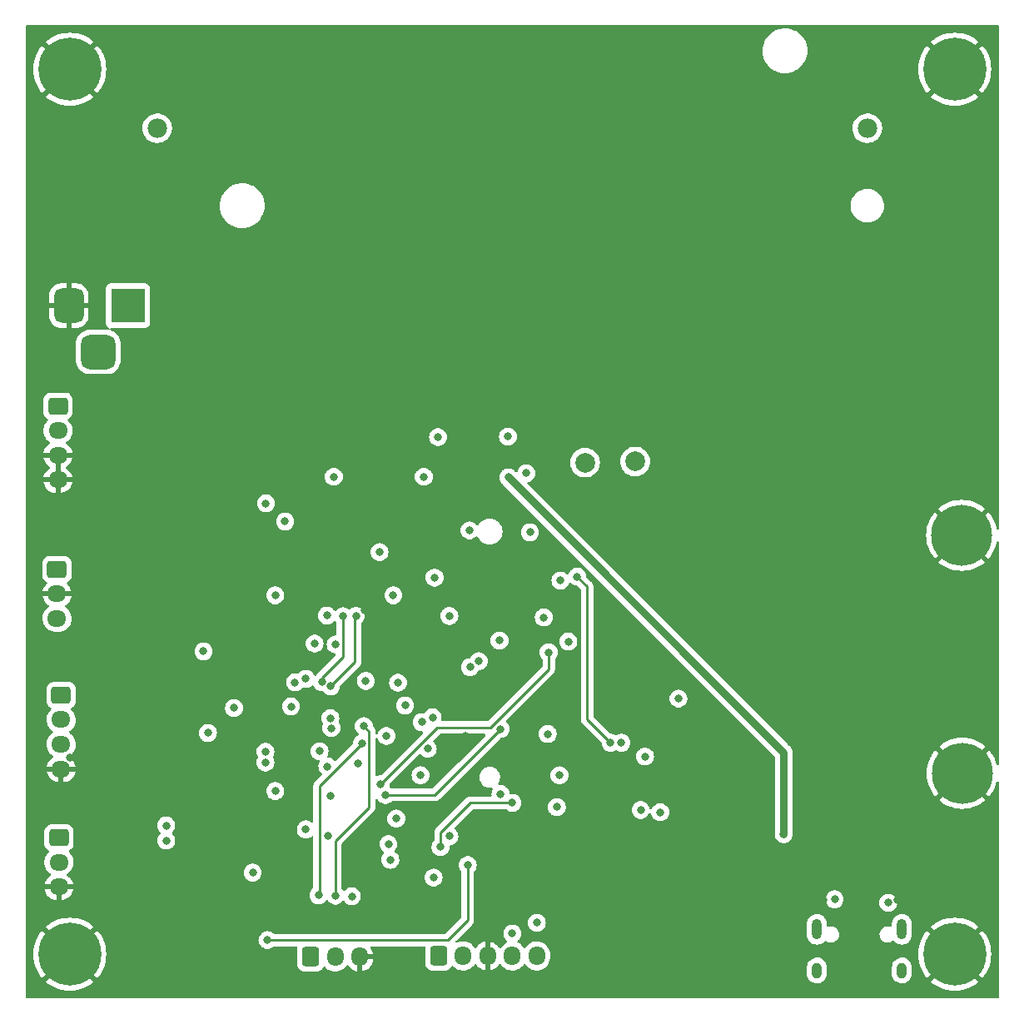
<source format=gbr>
%TF.GenerationSoftware,KiCad,Pcbnew,(6.0.6)*%
%TF.CreationDate,2022-10-20T14:17:53+09:00*%
%TF.ProjectId,LTE-base-H1,4c54452d-6261-4736-952d-48312e6b6963,rev?*%
%TF.SameCoordinates,Original*%
%TF.FileFunction,Copper,L2,Inr*%
%TF.FilePolarity,Positive*%
%FSLAX46Y46*%
G04 Gerber Fmt 4.6, Leading zero omitted, Abs format (unit mm)*
G04 Created by KiCad (PCBNEW (6.0.6)) date 2022-10-20 14:17:53*
%MOMM*%
%LPD*%
G01*
G04 APERTURE LIST*
G04 Aperture macros list*
%AMRoundRect*
0 Rectangle with rounded corners*
0 $1 Rounding radius*
0 $2 $3 $4 $5 $6 $7 $8 $9 X,Y pos of 4 corners*
0 Add a 4 corners polygon primitive as box body*
4,1,4,$2,$3,$4,$5,$6,$7,$8,$9,$2,$3,0*
0 Add four circle primitives for the rounded corners*
1,1,$1+$1,$2,$3*
1,1,$1+$1,$4,$5*
1,1,$1+$1,$6,$7*
1,1,$1+$1,$8,$9*
0 Add four rect primitives between the rounded corners*
20,1,$1+$1,$2,$3,$4,$5,0*
20,1,$1+$1,$4,$5,$6,$7,0*
20,1,$1+$1,$6,$7,$8,$9,0*
20,1,$1+$1,$8,$9,$2,$3,0*%
G04 Aperture macros list end*
%TA.AperFunction,ComponentPad*%
%ADD10C,0.800000*%
%TD*%
%TA.AperFunction,ComponentPad*%
%ADD11C,6.400000*%
%TD*%
%TA.AperFunction,ComponentPad*%
%ADD12C,6.200000*%
%TD*%
%TA.AperFunction,ComponentPad*%
%ADD13RoundRect,0.250000X-0.725000X0.600000X-0.725000X-0.600000X0.725000X-0.600000X0.725000X0.600000X0*%
%TD*%
%TA.AperFunction,ComponentPad*%
%ADD14O,1.950000X1.700000*%
%TD*%
%TA.AperFunction,ComponentPad*%
%ADD15RoundRect,0.250000X-0.600000X-0.725000X0.600000X-0.725000X0.600000X0.725000X-0.600000X0.725000X0*%
%TD*%
%TA.AperFunction,ComponentPad*%
%ADD16O,1.700000X1.950000*%
%TD*%
%TA.AperFunction,ComponentPad*%
%ADD17C,2.000000*%
%TD*%
%TA.AperFunction,ComponentPad*%
%ADD18C,1.980000*%
%TD*%
%TA.AperFunction,ComponentPad*%
%ADD19O,1.000000X1.600000*%
%TD*%
%TA.AperFunction,ComponentPad*%
%ADD20O,1.000000X2.100000*%
%TD*%
%TA.AperFunction,ComponentPad*%
%ADD21R,3.500000X3.500000*%
%TD*%
%TA.AperFunction,ComponentPad*%
%ADD22RoundRect,0.750000X-0.750000X-1.000000X0.750000X-1.000000X0.750000X1.000000X-0.750000X1.000000X0*%
%TD*%
%TA.AperFunction,ComponentPad*%
%ADD23RoundRect,0.875000X-0.875000X-0.875000X0.875000X-0.875000X0.875000X0.875000X-0.875000X0.875000X0*%
%TD*%
%TA.AperFunction,ViaPad*%
%ADD24C,0.800000*%
%TD*%
%TA.AperFunction,Conductor*%
%ADD25C,0.250000*%
%TD*%
%TA.AperFunction,Conductor*%
%ADD26C,0.800000*%
%TD*%
G04 APERTURE END LIST*
D10*
%TO.N,GND*%
%TO.C,H4*%
X195000000Y-57600000D03*
X196697056Y-58302944D03*
X195000000Y-62400000D03*
D11*
X195000000Y-60000000D03*
D10*
X197400000Y-60000000D03*
X192600000Y-60000000D03*
X193302944Y-61697056D03*
X193302944Y-58302944D03*
X196697056Y-61697056D03*
%TD*%
D12*
%TO.N,GND*%
%TO.C,J4*%
X195700000Y-107400000D03*
%TD*%
D13*
%TO.N,VDC*%
%TO.C,J11*%
X103800000Y-94250000D03*
D14*
X103800000Y-96750000D03*
%TO.N,GND*%
X103800000Y-99250000D03*
X103800000Y-101750000D03*
%TD*%
D10*
%TO.N,GND*%
%TO.C,H2*%
X105000000Y-152400000D03*
X103302944Y-148302944D03*
X103302944Y-151697056D03*
X106697056Y-151697056D03*
X106697056Y-148302944D03*
X107400000Y-150000000D03*
X105000000Y-147600000D03*
X102600000Y-150000000D03*
D11*
X105000000Y-150000000D03*
%TD*%
D12*
%TO.N,GND*%
%TO.C,J3*%
X195750000Y-131600000D03*
%TD*%
D15*
%TO.N,/MCU/DEBUG_TX*%
%TO.C,J7*%
X129500000Y-150275000D03*
D16*
%TO.N,/MCU/DEBUG_RX*%
X132000000Y-150275000D03*
%TO.N,GND*%
X134500000Y-150275000D03*
%TD*%
D10*
%TO.N,GND*%
%TO.C,H1*%
X195000000Y-152400000D03*
X196697056Y-148302944D03*
D11*
X195000000Y-150000000D03*
D10*
X193302944Y-148302944D03*
X195000000Y-147600000D03*
X193302944Y-151697056D03*
X197400000Y-150000000D03*
X196697056Y-151697056D03*
X192600000Y-150000000D03*
%TD*%
D17*
%TO.N,/BG96/UART_RX*%
%TO.C,TP2*%
X157400000Y-100000000D03*
%TD*%
%TO.N,/BG96/UART_TX*%
%TO.C,TP1*%
X162500000Y-99900000D03*
%TD*%
D13*
%TO.N,/MCU/I2C2_SCL*%
%TO.C,J9*%
X104125000Y-123650000D03*
D14*
%TO.N,/MCU/I2C2_SDA*%
X104125000Y-126150000D03*
%TO.N,+3V3*%
X104125000Y-128650000D03*
%TO.N,GND*%
X104125000Y-131150000D03*
%TD*%
D18*
%TO.N,+BATT*%
%TO.C,BT1*%
X186110000Y-66000000D03*
%TO.N,-BATT*%
X113890000Y-66000000D03*
%TD*%
D19*
%TO.N,unconnected-(J5-PadS1)*%
%TO.C,J5*%
X180975489Y-151645489D03*
X189615489Y-151645489D03*
D20*
X189615489Y-147465489D03*
X180975489Y-147465489D03*
%TD*%
D13*
%TO.N,/MCU/CANL*%
%TO.C,J12*%
X103700000Y-110850000D03*
D14*
%TO.N,GND*%
X103700000Y-113350000D03*
%TO.N,/MCU/CANH*%
X103700000Y-115850000D03*
%TD*%
D10*
%TO.N,GND*%
%TO.C,H3*%
X102600000Y-60000000D03*
X103302944Y-61697056D03*
X106697056Y-58302944D03*
D11*
X105000000Y-60000000D03*
D10*
X103302944Y-58302944D03*
X106697056Y-61697056D03*
X105000000Y-62400000D03*
X107400000Y-60000000D03*
X105000000Y-57600000D03*
%TD*%
D13*
%TO.N,Net-(J6-Pad1)*%
%TO.C,J6*%
X103900000Y-138150000D03*
D14*
%TO.N,Net-(J6-Pad2)*%
X103900000Y-140650000D03*
%TO.N,GND*%
X103900000Y-143150000D03*
%TD*%
D15*
%TO.N,+3V3*%
%TO.C,J8*%
X142500000Y-150175000D03*
D16*
%TO.N,/MCU/SWCLK_BT0*%
X145000000Y-150175000D03*
%TO.N,GND*%
X147500000Y-150175000D03*
%TO.N,/MCU/SWDIO*%
X150000000Y-150175000D03*
%TO.N,/MCU/NRST*%
X152500000Y-150175000D03*
%TD*%
D21*
%TO.N,VDC*%
%TO.C,J2*%
X110900000Y-84042500D03*
D22*
%TO.N,GND*%
X104900000Y-84042500D03*
D23*
%TO.N,N/C*%
X107900000Y-88742500D03*
%TD*%
D24*
%TO.N,GND*%
X140000000Y-90000000D03*
X110000000Y-150000000D03*
X160000000Y-150124500D03*
X171765332Y-82734668D03*
X155000000Y-140000000D03*
X150000000Y-60000000D03*
X121500000Y-119100000D03*
X110000000Y-95000000D03*
X180000000Y-115000000D03*
X115000000Y-150000000D03*
X165000000Y-150124500D03*
X145400000Y-124000000D03*
X125000000Y-70000000D03*
X130000000Y-65000000D03*
X164600000Y-80125000D03*
X195000000Y-75000000D03*
X135000000Y-65000000D03*
X125000000Y-115000000D03*
X156150000Y-78000000D03*
X125000000Y-95000000D03*
X110000000Y-100000000D03*
X145000000Y-70000000D03*
X160000000Y-90000000D03*
X185000000Y-150000000D03*
X195000000Y-80000000D03*
X185000000Y-140000000D03*
X190000000Y-60000000D03*
X155000000Y-70000000D03*
X195000000Y-90000000D03*
X190000000Y-125000000D03*
X151800000Y-116600000D03*
X170900000Y-87500000D03*
X165000000Y-140000000D03*
X180000000Y-135000000D03*
X160000000Y-105000000D03*
X110000000Y-70000000D03*
X140000000Y-110000000D03*
X135000000Y-90000000D03*
X140000000Y-95000000D03*
X180000000Y-105000000D03*
X190000000Y-95000000D03*
X185000000Y-95000000D03*
X175000000Y-80000000D03*
X145223632Y-127825868D03*
X170000000Y-100000000D03*
X160000000Y-120000000D03*
X165000000Y-130000000D03*
X190000000Y-145000000D03*
X140000000Y-80000000D03*
X153700000Y-108900000D03*
X115000000Y-105000000D03*
X190000000Y-105000000D03*
X135000000Y-70000000D03*
X110000000Y-115000000D03*
X125000000Y-60000000D03*
X130000000Y-115000000D03*
X195000000Y-70000000D03*
X140000000Y-60000000D03*
X155000000Y-60000000D03*
X195000000Y-125000000D03*
X125000000Y-65000000D03*
X195000000Y-65000000D03*
X115000000Y-90000000D03*
X145000000Y-115000000D03*
X190000000Y-100000000D03*
X180000000Y-125000000D03*
X180000000Y-100000000D03*
X150000000Y-75000000D03*
X175000000Y-130000000D03*
X180000000Y-120000000D03*
X175000000Y-110000000D03*
X160000000Y-125000000D03*
X115000000Y-110000000D03*
X105000000Y-135000000D03*
X150000000Y-130000000D03*
X140000000Y-145000000D03*
X155000000Y-145000000D03*
X125000000Y-145000000D03*
X105000000Y-70000000D03*
X140000000Y-85000000D03*
X170938000Y-89349500D03*
X155000000Y-75000000D03*
X181600000Y-144500000D03*
X180000000Y-130000000D03*
X155000000Y-65000000D03*
X165000000Y-145000000D03*
X170000000Y-130000000D03*
X180000000Y-75000000D03*
X185000000Y-100000000D03*
X115000000Y-60000000D03*
X195000000Y-95000000D03*
X180000000Y-70000000D03*
X165000000Y-120000000D03*
X110000000Y-65000000D03*
X120000000Y-60000000D03*
X110000000Y-145000000D03*
X115000000Y-80000000D03*
X170000000Y-70000000D03*
X170000000Y-65000000D03*
X185000000Y-110000000D03*
X125000000Y-75000000D03*
X195000000Y-140000000D03*
X175000000Y-65000000D03*
X175000000Y-95000000D03*
X150000000Y-110000000D03*
X145000000Y-75000000D03*
X165400000Y-80825000D03*
X190000000Y-65000000D03*
X120000000Y-150000000D03*
X175000000Y-60000000D03*
X125000000Y-120000000D03*
X105000000Y-65000000D03*
X110000000Y-60000000D03*
X165000000Y-95000000D03*
X165000000Y-105000000D03*
X180000000Y-90000000D03*
X115000000Y-120000000D03*
X130000000Y-75000000D03*
X185000000Y-70000000D03*
X150469240Y-126500000D03*
X170000000Y-150124500D03*
X125000000Y-135000000D03*
X120000000Y-90000000D03*
X180000000Y-95000000D03*
X190000000Y-110000000D03*
X180000000Y-60000000D03*
X180000000Y-110000000D03*
X105000000Y-90000000D03*
X160000000Y-145000000D03*
X110000000Y-80000000D03*
X125000000Y-90000000D03*
X115000000Y-145000000D03*
X140000000Y-100000000D03*
X170000000Y-60000000D03*
X165000000Y-75000000D03*
X130000000Y-90000000D03*
X130000000Y-60000000D03*
X110000000Y-135000000D03*
X125000000Y-100000000D03*
X190000000Y-80000000D03*
X190000000Y-130000000D03*
X190000000Y-115000000D03*
X175000000Y-150124500D03*
X175000000Y-125000000D03*
X170000000Y-105000000D03*
X185000000Y-125000000D03*
X170000000Y-75000000D03*
X148300000Y-138000000D03*
X170000000Y-120000000D03*
X135000000Y-75000000D03*
X125000000Y-80000000D03*
X115000000Y-115000000D03*
X115000000Y-125000000D03*
X195000000Y-85000000D03*
X160000000Y-60000000D03*
X150000000Y-70000000D03*
X155000000Y-100000000D03*
X155000000Y-105000000D03*
X175000000Y-135000000D03*
X105000000Y-105000000D03*
X110000000Y-125000000D03*
X110000000Y-110000000D03*
X185000000Y-60000000D03*
X175000000Y-100000000D03*
X189200000Y-144500000D03*
X175000000Y-75000000D03*
X115000000Y-70000000D03*
X160000000Y-110000000D03*
X136000000Y-142500000D03*
X195000000Y-115000000D03*
X145000000Y-60000000D03*
X110000000Y-105000000D03*
X160000000Y-95000000D03*
X120000000Y-75000000D03*
X110000000Y-75000000D03*
X130000000Y-70000000D03*
X140000000Y-75000000D03*
X115000000Y-75000000D03*
X153900000Y-123600000D03*
X115000000Y-135000000D03*
X140000000Y-120000000D03*
X120000000Y-70000000D03*
X150000000Y-115000000D03*
X140000000Y-150000000D03*
X185000000Y-130000000D03*
X150000000Y-85000000D03*
X165000000Y-60000000D03*
X105000000Y-145000000D03*
X160000000Y-115000000D03*
X105000000Y-80000000D03*
X180000000Y-145000000D03*
X170000000Y-95000000D03*
X148600000Y-140674500D03*
X170000000Y-115000000D03*
X185000000Y-105000000D03*
X170000000Y-135000000D03*
X185000000Y-115000000D03*
X190000000Y-135000000D03*
X145000000Y-110900000D03*
X195000000Y-120000000D03*
X195000000Y-145000000D03*
X175000000Y-115000000D03*
X130000000Y-105000000D03*
X140000000Y-115000000D03*
X190000000Y-75000000D03*
X165000000Y-115000000D03*
X120000000Y-105000000D03*
X145000000Y-65000000D03*
X150000000Y-90000000D03*
X190000000Y-70000000D03*
X125000000Y-150000000D03*
X185000000Y-135000000D03*
X155000000Y-95000000D03*
X190000000Y-85000000D03*
X110000000Y-140000000D03*
X120000000Y-135000000D03*
X145300000Y-118900000D03*
X135000000Y-60000000D03*
X190000000Y-120000000D03*
X170000000Y-110000000D03*
X110000000Y-120000000D03*
X190000000Y-90000000D03*
X175000000Y-120000000D03*
X150000000Y-65000000D03*
X154700000Y-130500000D03*
X120000000Y-65000000D03*
X160000000Y-70000000D03*
X165400000Y-80125000D03*
X165000000Y-125000000D03*
X110000000Y-130000000D03*
X165000000Y-100000000D03*
X190000000Y-140000000D03*
X105000000Y-75000000D03*
X175000000Y-70000000D03*
X175000000Y-105000000D03*
X140000000Y-70000000D03*
X105000000Y-130000000D03*
X151400000Y-88950000D03*
X160000000Y-65000000D03*
X160000000Y-80000000D03*
X135000000Y-115000000D03*
X120000000Y-145000000D03*
X140000000Y-105000000D03*
X137500000Y-130200000D03*
X150000000Y-105000000D03*
X185000000Y-90000000D03*
X165000000Y-65000000D03*
X170000000Y-140000000D03*
X141924500Y-121300000D03*
X105000000Y-120000000D03*
X175000000Y-145000000D03*
X164600000Y-80825000D03*
X140000000Y-65000000D03*
X155000000Y-150000000D03*
X125000000Y-140000000D03*
X149800000Y-120900000D03*
X185000000Y-120000000D03*
X195000000Y-100000000D03*
X160000000Y-75000000D03*
X165000000Y-110000000D03*
X114800000Y-129000000D03*
X170000000Y-145000000D03*
X170000000Y-125000000D03*
X160000000Y-140000000D03*
X180000000Y-65000000D03*
X185000000Y-80000000D03*
%TO.N,+3V3*%
X151800000Y-107100000D03*
X121700000Y-124950000D03*
X119050000Y-127500000D03*
X124950000Y-104150000D03*
X141900000Y-125900000D03*
X140675500Y-131800000D03*
X154800000Y-131800000D03*
X138380000Y-122380000D03*
X123600000Y-141700000D03*
%TO.N,/MCU/OSC_IN*%
X130400000Y-129350000D03*
X118600000Y-119200000D03*
%TO.N,/MCU/OSC_OUT*%
X127500000Y-124800000D03*
X137200000Y-127800000D03*
%TO.N,/MCU/DEBUG_TX*%
X130300000Y-144000000D03*
X134700000Y-128600500D03*
%TO.N,/MCU/DEBUG_RX*%
X132016805Y-144041404D03*
X134900000Y-126800000D03*
%TO.N,/MCU/SWCLK_BT0*%
X125900000Y-133400000D03*
X133687701Y-144112299D03*
%TO.N,/MCU/SWDIO*%
X150000000Y-147900000D03*
X129000000Y-137300000D03*
%TO.N,/MCU/NRST*%
X125100000Y-148550000D03*
X141400000Y-129100000D03*
X145475000Y-140925000D03*
X143600000Y-138000000D03*
X152500000Y-146800000D03*
%TO.N,Net-(D7-Pad2)*%
X182786396Y-144413604D03*
X188236789Y-144766888D03*
%TO.N,/MCU/USART3_TX*%
X124900000Y-129400000D03*
X114808000Y-136906000D03*
%TO.N,/BG96/PWRKEY*%
X139100000Y-124700000D03*
X142000000Y-142200000D03*
X138200000Y-136200000D03*
%TO.N,/BG96/USIM_VDD*%
X156600000Y-111600000D03*
X160000000Y-128500000D03*
%TO.N,/BG96/USIM_DATA*%
X163500000Y-129900000D03*
X153200000Y-115750000D03*
X161100000Y-128500000D03*
X165040000Y-135560000D03*
%TO.N,/BG96/UART_RX*%
X142700000Y-139100000D03*
X142100000Y-111700000D03*
X145650000Y-106900000D03*
X150000000Y-134600000D03*
%TO.N,/BG96/USIM_CLK*%
X166900000Y-124000000D03*
X154900000Y-112000000D03*
%TO.N,/BG96/UART_TX*%
X148700000Y-118100000D03*
X148800000Y-133700000D03*
%TO.N,/BG96/USIM_RST*%
X163068750Y-135331250D03*
X155700000Y-118200000D03*
%TO.N,/BG96/RI*%
X143600000Y-115600000D03*
X131200000Y-130900000D03*
%TO.N,/BG96/nW_DISABLE*%
X137100000Y-133800000D03*
X148800000Y-127100000D03*
%TO.N,/BG96/nPERST*%
X153700000Y-119300000D03*
X131300000Y-138000000D03*
X136600000Y-132700000D03*
%TO.N,/BG96/UART_CTS*%
X146600000Y-120200000D03*
X137600000Y-140400000D03*
%TO.N,/BG96/UART_RTS*%
X137400000Y-138800000D03*
X145700000Y-120800000D03*
%TO.N,/BG96/DTR*%
X131500000Y-133900000D03*
X140800000Y-126400000D03*
%TO.N,/BG96/nLED_WWAN*%
X154537500Y-135037500D03*
X153600000Y-127600000D03*
%TO.N,+5V*%
X177600000Y-137800000D03*
X149600000Y-101500000D03*
%TO.N,/MCU/USART3_RX*%
X114808000Y-138430000D03*
X124900000Y-130500000D03*
%TO.N,/MCU/TXCAN*%
X125900000Y-113500000D03*
X137900000Y-113500000D03*
%TO.N,/MCU/RXCAN*%
X136500000Y-109100000D03*
X126895000Y-105995000D03*
%TO.N,/MCU/SPI1_SCK*%
X132030000Y-118500000D03*
X135100000Y-122200000D03*
%TO.N,/MCU/RX0BF*%
X129900000Y-118400000D03*
X131600000Y-127000000D03*
%TO.N,/MCU/RX1BF*%
X131500000Y-126000000D03*
X127900000Y-122350500D03*
%TO.N,/MCU/TX0RTS*%
X131550000Y-122750000D03*
X134100000Y-115600000D03*
%TO.N,/MCU/TX1RTS*%
X130644268Y-122327325D03*
X132780000Y-115620000D03*
%TO.N,/MCU/TX2RTS*%
X131150000Y-115550000D03*
X129000000Y-122000000D03*
%TO.N,/EXT_PWR_DET*%
X151425000Y-101075000D03*
X134300000Y-130600000D03*
%TO.N,Net-(C27-Pad1)*%
X141000000Y-101450000D03*
X142450000Y-97400000D03*
X149556250Y-97356250D03*
X131850000Y-101450000D03*
%TD*%
D25*
%TO.N,/MCU/DEBUG_TX*%
X130400000Y-143900000D02*
X130400000Y-132900000D01*
X130400000Y-132900000D02*
X134699500Y-128600500D01*
X134699500Y-128600500D02*
X134700000Y-128600500D01*
X130300000Y-144000000D02*
X130400000Y-143900000D01*
%TO.N,/MCU/DEBUG_RX*%
X135450000Y-135050000D02*
X135450000Y-127350000D01*
X132016805Y-144041404D02*
X132016805Y-138483195D01*
X132016805Y-138483195D02*
X135450000Y-135050000D01*
X135450000Y-127350000D02*
X134900000Y-126800000D01*
%TO.N,/MCU/NRST*%
X143450000Y-148550000D02*
X145475000Y-146525000D01*
X125100000Y-148550000D02*
X143450000Y-148550000D01*
X145475000Y-146525000D02*
X145475000Y-140925000D01*
%TO.N,/BG96/USIM_VDD*%
X157600000Y-112600000D02*
X156600000Y-111600000D01*
X160000000Y-128500000D02*
X157600000Y-126100000D01*
X157600000Y-126100000D02*
X157600000Y-112600000D01*
%TO.N,/BG96/UART_RX*%
X145727207Y-134600000D02*
X150000000Y-134600000D01*
X142700000Y-139100000D02*
X142700000Y-137627207D01*
X142700000Y-137627207D02*
X145727207Y-134600000D01*
%TO.N,/BG96/nW_DISABLE*%
X142100000Y-133800000D02*
X148800000Y-127100000D01*
X137100000Y-133800000D02*
X142100000Y-133800000D01*
%TO.N,/BG96/nPERST*%
X153700000Y-121000000D02*
X147774132Y-126925868D01*
X142374132Y-126925868D02*
X136600000Y-132700000D01*
X153700000Y-119300000D02*
X153700000Y-121000000D01*
X147774132Y-126925868D02*
X142374132Y-126925868D01*
D26*
%TO.N,+5V*%
X149600000Y-101500000D02*
X177600000Y-129500000D01*
X177600000Y-129500000D02*
X177600000Y-137800000D01*
D25*
%TO.N,/MCU/TX0RTS*%
X134000000Y-115700000D02*
X134000000Y-120300000D01*
X134100000Y-115600000D02*
X134000000Y-115700000D01*
X134000000Y-120300000D02*
X131550000Y-122750000D01*
%TO.N,/MCU/TX1RTS*%
X130644268Y-122327325D02*
X130644268Y-121855732D01*
X130644268Y-121855732D02*
X132780000Y-119720000D01*
X132780000Y-119720000D02*
X132780000Y-115620000D01*
%TD*%
%TA.AperFunction,Conductor*%
%TO.N,GND*%
G36*
X199433621Y-55528502D02*
G01*
X199480114Y-55582158D01*
X199491500Y-55634500D01*
X199491500Y-106673638D01*
X199471498Y-106741759D01*
X199417842Y-106788252D01*
X199347568Y-106798356D01*
X199282988Y-106768862D01*
X199244604Y-106709136D01*
X199241051Y-106693349D01*
X199234515Y-106652086D01*
X199233144Y-106645636D01*
X199136976Y-106286729D01*
X199134935Y-106280447D01*
X199001779Y-105933565D01*
X198999097Y-105927540D01*
X198830406Y-105596466D01*
X198827109Y-105590756D01*
X198624741Y-105279136D01*
X198620853Y-105273785D01*
X198437424Y-105047270D01*
X198425166Y-105038802D01*
X198414076Y-105045135D01*
X196072020Y-107387190D01*
X196064408Y-107401131D01*
X196064539Y-107402966D01*
X196068790Y-107409580D01*
X198413210Y-109753999D01*
X198426286Y-109761139D01*
X198436654Y-109753682D01*
X198620853Y-109526215D01*
X198624741Y-109520864D01*
X198827109Y-109209244D01*
X198830406Y-109203534D01*
X198999097Y-108872460D01*
X199001779Y-108866435D01*
X199134935Y-108519553D01*
X199136976Y-108513271D01*
X199233144Y-108154364D01*
X199234515Y-108147914D01*
X199241051Y-108106651D01*
X199271464Y-108042498D01*
X199331732Y-108004971D01*
X199402721Y-108005985D01*
X199461893Y-108045218D01*
X199490461Y-108110213D01*
X199491500Y-108126362D01*
X199491500Y-130666162D01*
X199471498Y-130734283D01*
X199417842Y-130780776D01*
X199347568Y-130790880D01*
X199282988Y-130761386D01*
X199243793Y-130698773D01*
X199186976Y-130486729D01*
X199184935Y-130480447D01*
X199051779Y-130133565D01*
X199049097Y-130127540D01*
X198880406Y-129796466D01*
X198877109Y-129790756D01*
X198674741Y-129479136D01*
X198670853Y-129473785D01*
X198487424Y-129247270D01*
X198475166Y-129238802D01*
X198464076Y-129245135D01*
X196122020Y-131587190D01*
X196114408Y-131601131D01*
X196114539Y-131602966D01*
X196118790Y-131609580D01*
X198463210Y-133953999D01*
X198476286Y-133961139D01*
X198486654Y-133953682D01*
X198670853Y-133726215D01*
X198674741Y-133720864D01*
X198877109Y-133409244D01*
X198880406Y-133403534D01*
X199049097Y-133072460D01*
X199051779Y-133066435D01*
X199184935Y-132719553D01*
X199186976Y-132713271D01*
X199243793Y-132501227D01*
X199280745Y-132440604D01*
X199344605Y-132409583D01*
X199415100Y-132418011D01*
X199469847Y-132463214D01*
X199491500Y-132533838D01*
X199491500Y-154365500D01*
X199471498Y-154433621D01*
X199417842Y-154480114D01*
X199365500Y-154491500D01*
X100634500Y-154491500D01*
X100566379Y-154471498D01*
X100519886Y-154417842D01*
X100508500Y-154365500D01*
X100508500Y-152797386D01*
X102567759Y-152797386D01*
X102575216Y-152807753D01*
X102814935Y-153001874D01*
X102820272Y-153005751D01*
X103140685Y-153213830D01*
X103146394Y-153217127D01*
X103486811Y-153390578D01*
X103492836Y-153393260D01*
X103849502Y-153530171D01*
X103855784Y-153532212D01*
X104224816Y-153631094D01*
X104231266Y-153632465D01*
X104608629Y-153692234D01*
X104615167Y-153692920D01*
X104996699Y-153712916D01*
X105003301Y-153712916D01*
X105384833Y-153692920D01*
X105391371Y-153692234D01*
X105768734Y-153632465D01*
X105775184Y-153631094D01*
X106144216Y-153532212D01*
X106150498Y-153530171D01*
X106507164Y-153393260D01*
X106513189Y-153390578D01*
X106853606Y-153217127D01*
X106859315Y-153213830D01*
X107179728Y-153005751D01*
X107185065Y-153001874D01*
X107423835Y-152808522D01*
X107432300Y-152796267D01*
X107425966Y-152785176D01*
X105012812Y-150372022D01*
X104998868Y-150364408D01*
X104997035Y-150364539D01*
X104990420Y-150368790D01*
X102574900Y-152784310D01*
X102567759Y-152797386D01*
X100508500Y-152797386D01*
X100508500Y-150003301D01*
X101287084Y-150003301D01*
X101307080Y-150384833D01*
X101307766Y-150391371D01*
X101367535Y-150768734D01*
X101368906Y-150775184D01*
X101467788Y-151144216D01*
X101469829Y-151150498D01*
X101606740Y-151507164D01*
X101609422Y-151513189D01*
X101782872Y-151853603D01*
X101786169Y-151859313D01*
X101994253Y-152179735D01*
X101998123Y-152185061D01*
X102191478Y-152423835D01*
X102203733Y-152432300D01*
X102214824Y-152425966D01*
X104627978Y-150012812D01*
X104634356Y-150001132D01*
X105364408Y-150001132D01*
X105364539Y-150002965D01*
X105368790Y-150009580D01*
X107784310Y-152425100D01*
X107797386Y-152432241D01*
X107807753Y-152424784D01*
X108001877Y-152185061D01*
X108005747Y-152179735D01*
X108125547Y-151995258D01*
X179966989Y-151995258D01*
X179967289Y-151998314D01*
X179967289Y-151998321D01*
X179968019Y-152005762D01*
X179981409Y-152142322D01*
X180038573Y-152331658D01*
X180131423Y-152506285D01*
X180201780Y-152592551D01*
X180252529Y-152654776D01*
X180252532Y-152654779D01*
X180256424Y-152659551D01*
X180261171Y-152663478D01*
X180261173Y-152663480D01*
X180404064Y-152781690D01*
X180404068Y-152781692D01*
X180408814Y-152785619D01*
X180582788Y-152879687D01*
X180771721Y-152938171D01*
X180777846Y-152938815D01*
X180777847Y-152938815D01*
X180962285Y-152958200D01*
X180962287Y-152958200D01*
X180968414Y-152958844D01*
X181050913Y-152951336D01*
X181159238Y-152941478D01*
X181159241Y-152941477D01*
X181165377Y-152940919D01*
X181171283Y-152939181D01*
X181171287Y-152939180D01*
X181276413Y-152908240D01*
X181355108Y-152885079D01*
X181360566Y-152882226D01*
X181360570Y-152882224D01*
X181522848Y-152797386D01*
X181530379Y-152793449D01*
X181684514Y-152669521D01*
X181811643Y-152518015D01*
X181814610Y-152512617D01*
X181814614Y-152512612D01*
X181903956Y-152350097D01*
X181906922Y-152344702D01*
X181909335Y-152337097D01*
X181964862Y-152162053D01*
X181964862Y-152162052D01*
X181966724Y-152156183D01*
X181983989Y-152002262D01*
X181983989Y-151995258D01*
X188606989Y-151995258D01*
X188607289Y-151998314D01*
X188607289Y-151998321D01*
X188608019Y-152005762D01*
X188621409Y-152142322D01*
X188678573Y-152331658D01*
X188771423Y-152506285D01*
X188841780Y-152592551D01*
X188892529Y-152654776D01*
X188892532Y-152654779D01*
X188896424Y-152659551D01*
X188901171Y-152663478D01*
X188901173Y-152663480D01*
X189044064Y-152781690D01*
X189044068Y-152781692D01*
X189048814Y-152785619D01*
X189222788Y-152879687D01*
X189411721Y-152938171D01*
X189417846Y-152938815D01*
X189417847Y-152938815D01*
X189602285Y-152958200D01*
X189602287Y-152958200D01*
X189608414Y-152958844D01*
X189690913Y-152951336D01*
X189799238Y-152941478D01*
X189799241Y-152941477D01*
X189805377Y-152940919D01*
X189811283Y-152939181D01*
X189811287Y-152939180D01*
X189916413Y-152908240D01*
X189995108Y-152885079D01*
X190000566Y-152882226D01*
X190000570Y-152882224D01*
X190162848Y-152797386D01*
X192567759Y-152797386D01*
X192575216Y-152807753D01*
X192814935Y-153001874D01*
X192820272Y-153005751D01*
X193140685Y-153213830D01*
X193146394Y-153217127D01*
X193486811Y-153390578D01*
X193492836Y-153393260D01*
X193849502Y-153530171D01*
X193855784Y-153532212D01*
X194224816Y-153631094D01*
X194231266Y-153632465D01*
X194608629Y-153692234D01*
X194615167Y-153692920D01*
X194996699Y-153712916D01*
X195003301Y-153712916D01*
X195384833Y-153692920D01*
X195391371Y-153692234D01*
X195768734Y-153632465D01*
X195775184Y-153631094D01*
X196144216Y-153532212D01*
X196150498Y-153530171D01*
X196507164Y-153393260D01*
X196513189Y-153390578D01*
X196853606Y-153217127D01*
X196859315Y-153213830D01*
X197179728Y-153005751D01*
X197185065Y-153001874D01*
X197423835Y-152808522D01*
X197432300Y-152796267D01*
X197425966Y-152785176D01*
X195012812Y-150372022D01*
X194998868Y-150364408D01*
X194997035Y-150364539D01*
X194990420Y-150368790D01*
X192574900Y-152784310D01*
X192567759Y-152797386D01*
X190162848Y-152797386D01*
X190170379Y-152793449D01*
X190324514Y-152669521D01*
X190451643Y-152518015D01*
X190454610Y-152512617D01*
X190454614Y-152512612D01*
X190543956Y-152350097D01*
X190546922Y-152344702D01*
X190549335Y-152337097D01*
X190604862Y-152162053D01*
X190604862Y-152162052D01*
X190606724Y-152156183D01*
X190623989Y-152002262D01*
X190623989Y-151295720D01*
X190623303Y-151288716D01*
X190612659Y-151180168D01*
X190609569Y-151148656D01*
X190552405Y-150959320D01*
X190459555Y-150784693D01*
X190389198Y-150698427D01*
X190338449Y-150636202D01*
X190338446Y-150636199D01*
X190334554Y-150631427D01*
X190328213Y-150626181D01*
X190186914Y-150509288D01*
X190186910Y-150509286D01*
X190182164Y-150505359D01*
X190008190Y-150411291D01*
X189819257Y-150352807D01*
X189813132Y-150352163D01*
X189813131Y-150352163D01*
X189628693Y-150332778D01*
X189628691Y-150332778D01*
X189622564Y-150332134D01*
X189540065Y-150339642D01*
X189431740Y-150349500D01*
X189431737Y-150349501D01*
X189425601Y-150350059D01*
X189419695Y-150351797D01*
X189419691Y-150351798D01*
X189350976Y-150372022D01*
X189235870Y-150405899D01*
X189230412Y-150408752D01*
X189230408Y-150408754D01*
X189139636Y-150456209D01*
X189060599Y-150497529D01*
X188906464Y-150621457D01*
X188779335Y-150772963D01*
X188776368Y-150778361D01*
X188776364Y-150778366D01*
X188772886Y-150784693D01*
X188684056Y-150946276D01*
X188682195Y-150952143D01*
X188682194Y-150952145D01*
X188645569Y-151067602D01*
X188624254Y-151134795D01*
X188606989Y-151288716D01*
X188606989Y-151995258D01*
X181983989Y-151995258D01*
X181983989Y-151295720D01*
X181983303Y-151288716D01*
X181972659Y-151180168D01*
X181969569Y-151148656D01*
X181912405Y-150959320D01*
X181819555Y-150784693D01*
X181749198Y-150698427D01*
X181698449Y-150636202D01*
X181698446Y-150636199D01*
X181694554Y-150631427D01*
X181688213Y-150626181D01*
X181546914Y-150509288D01*
X181546910Y-150509286D01*
X181542164Y-150505359D01*
X181368190Y-150411291D01*
X181179257Y-150352807D01*
X181173132Y-150352163D01*
X181173131Y-150352163D01*
X180988693Y-150332778D01*
X180988691Y-150332778D01*
X180982564Y-150332134D01*
X180900065Y-150339642D01*
X180791740Y-150349500D01*
X180791737Y-150349501D01*
X180785601Y-150350059D01*
X180779695Y-150351797D01*
X180779691Y-150351798D01*
X180710976Y-150372022D01*
X180595870Y-150405899D01*
X180590412Y-150408752D01*
X180590408Y-150408754D01*
X180499636Y-150456209D01*
X180420599Y-150497529D01*
X180266464Y-150621457D01*
X180139335Y-150772963D01*
X180136368Y-150778361D01*
X180136364Y-150778366D01*
X180132886Y-150784693D01*
X180044056Y-150946276D01*
X180042195Y-150952143D01*
X180042194Y-150952145D01*
X180005569Y-151067602D01*
X179984254Y-151134795D01*
X179966989Y-151288716D01*
X179966989Y-151995258D01*
X108125547Y-151995258D01*
X108213831Y-151859313D01*
X108217128Y-151853603D01*
X108390578Y-151513189D01*
X108393260Y-151507164D01*
X108530171Y-151150498D01*
X108532212Y-151144216D01*
X108631094Y-150775184D01*
X108632465Y-150768734D01*
X108692234Y-150391371D01*
X108692920Y-150384833D01*
X108712916Y-150003301D01*
X108712916Y-149996699D01*
X108692920Y-149615167D01*
X108692234Y-149608629D01*
X108632465Y-149231266D01*
X108631094Y-149224816D01*
X108532212Y-148855784D01*
X108530171Y-148849502D01*
X108415203Y-148550000D01*
X124186496Y-148550000D01*
X124187186Y-148556565D01*
X124205575Y-148731522D01*
X124206458Y-148739928D01*
X124265473Y-148921556D01*
X124268776Y-148927278D01*
X124268777Y-148927279D01*
X124285832Y-148956819D01*
X124360960Y-149086944D01*
X124488747Y-149228866D01*
X124550355Y-149273627D01*
X124617407Y-149322343D01*
X124643248Y-149341118D01*
X124649276Y-149343802D01*
X124649278Y-149343803D01*
X124811681Y-149416109D01*
X124817712Y-149418794D01*
X124911112Y-149438647D01*
X124998056Y-149457128D01*
X124998061Y-149457128D01*
X125004513Y-149458500D01*
X125195487Y-149458500D01*
X125201939Y-149457128D01*
X125201944Y-149457128D01*
X125288888Y-149438647D01*
X125382288Y-149418794D01*
X125388319Y-149416109D01*
X125550722Y-149343803D01*
X125550724Y-149343802D01*
X125556752Y-149341118D01*
X125582594Y-149322343D01*
X125690896Y-149243656D01*
X125711253Y-149228866D01*
X125715668Y-149223963D01*
X125720580Y-149219540D01*
X125721705Y-149220789D01*
X125775014Y-149187949D01*
X125808200Y-149183500D01*
X128047858Y-149183500D01*
X128115979Y-149203502D01*
X128162472Y-149257158D01*
X128172576Y-149327432D01*
X128167451Y-149349167D01*
X128159579Y-149372902D01*
X128152203Y-149395139D01*
X128141500Y-149499600D01*
X128141500Y-151050400D01*
X128141837Y-151053646D01*
X128141837Y-151053650D01*
X128151695Y-151148656D01*
X128152474Y-151156166D01*
X128154655Y-151162702D01*
X128154655Y-151162704D01*
X128186405Y-151257870D01*
X128208450Y-151323946D01*
X128301522Y-151474348D01*
X128306704Y-151479521D01*
X128324935Y-151497720D01*
X128426697Y-151599305D01*
X128432927Y-151603145D01*
X128432928Y-151603146D01*
X128570090Y-151687694D01*
X128577262Y-151692115D01*
X128612938Y-151703948D01*
X128738611Y-151745632D01*
X128738613Y-151745632D01*
X128745139Y-151747797D01*
X128751975Y-151748497D01*
X128751978Y-151748498D01*
X128787663Y-151752154D01*
X128849600Y-151758500D01*
X130150400Y-151758500D01*
X130153646Y-151758163D01*
X130153650Y-151758163D01*
X130249308Y-151748238D01*
X130249312Y-151748237D01*
X130256166Y-151747526D01*
X130262702Y-151745345D01*
X130262704Y-151745345D01*
X130394806Y-151701272D01*
X130423946Y-151691550D01*
X130574348Y-151598478D01*
X130699305Y-151473303D01*
X130789081Y-151327660D01*
X130841852Y-151280168D01*
X130911924Y-151268744D01*
X130977048Y-151297018D01*
X130987510Y-151306805D01*
X131029215Y-151350523D01*
X131096576Y-151421135D01*
X131281542Y-151558754D01*
X131286293Y-151561170D01*
X131286297Y-151561172D01*
X131346047Y-151591550D01*
X131487051Y-151663240D01*
X131492145Y-151664822D01*
X131492148Y-151664823D01*
X131657583Y-151716192D01*
X131707227Y-151731607D01*
X131712516Y-151732308D01*
X131930489Y-151761198D01*
X131930494Y-151761198D01*
X131935774Y-151761898D01*
X131941103Y-151761698D01*
X131941105Y-151761698D01*
X132050966Y-151757573D01*
X132166158Y-151753249D01*
X132188802Y-151748498D01*
X132386572Y-151707002D01*
X132391791Y-151705907D01*
X132396750Y-151703949D01*
X132396752Y-151703948D01*
X132601256Y-151623185D01*
X132601258Y-151623184D01*
X132606221Y-151621224D01*
X132611525Y-151618006D01*
X132798757Y-151504390D01*
X132798756Y-151504390D01*
X132803317Y-151501623D01*
X132856883Y-151455141D01*
X132973412Y-151354023D01*
X132973414Y-151354021D01*
X132977445Y-151350523D01*
X133028124Y-151288716D01*
X133120240Y-151176373D01*
X133120244Y-151176367D01*
X133123624Y-151172245D01*
X133129055Y-151162704D01*
X133141829Y-151140265D01*
X133192912Y-151090959D01*
X133262542Y-151077098D01*
X133328613Y-151103082D01*
X133355851Y-151132232D01*
X133434852Y-151249578D01*
X133441519Y-151257870D01*
X133593228Y-151416900D01*
X133601186Y-151423941D01*
X133777525Y-151555141D01*
X133786562Y-151560745D01*
X133982484Y-151660357D01*
X133992335Y-151664357D01*
X134202240Y-151729534D01*
X134212624Y-151731817D01*
X134228043Y-151733861D01*
X134242207Y-151731665D01*
X134246000Y-151718478D01*
X134246000Y-151716192D01*
X134754000Y-151716192D01*
X134757973Y-151729723D01*
X134768580Y-151731248D01*
X134886421Y-151706523D01*
X134896617Y-151703463D01*
X135101029Y-151622737D01*
X135110561Y-151618006D01*
X135298462Y-151503984D01*
X135307052Y-151497720D01*
X135473052Y-151353673D01*
X135480472Y-151346042D01*
X135619826Y-151176089D01*
X135625850Y-151167322D01*
X135734576Y-150976318D01*
X135739041Y-150966654D01*
X135814031Y-150760059D01*
X135816802Y-150749792D01*
X135853504Y-150546826D01*
X135852085Y-150533586D01*
X135837450Y-150529000D01*
X134772115Y-150529000D01*
X134756876Y-150533475D01*
X134755671Y-150534865D01*
X134754000Y-150542548D01*
X134754000Y-151716192D01*
X134246000Y-151716192D01*
X134246000Y-150147000D01*
X134266002Y-150078879D01*
X134319658Y-150032386D01*
X134372000Y-150021000D01*
X135833849Y-150021000D01*
X135848527Y-150016690D01*
X135850590Y-150004807D01*
X135843876Y-149925675D01*
X135842086Y-149915203D01*
X135786870Y-149702465D01*
X135783335Y-149692425D01*
X135693063Y-149492030D01*
X135687896Y-149482747D01*
X135618633Y-149379866D01*
X135597183Y-149312188D01*
X135615727Y-149243656D01*
X135668379Y-149196029D01*
X135723154Y-149183500D01*
X141024072Y-149183500D01*
X141092193Y-149203502D01*
X141138686Y-149257158D01*
X141149416Y-149322342D01*
X141141500Y-149399600D01*
X141141500Y-150950400D01*
X141141837Y-150953646D01*
X141141837Y-150953650D01*
X141151537Y-151047134D01*
X141152474Y-151056166D01*
X141154655Y-151062702D01*
X141154655Y-151062704D01*
X141185378Y-151154790D01*
X141208450Y-151223946D01*
X141301522Y-151374348D01*
X141426697Y-151499305D01*
X141432927Y-151503145D01*
X141432928Y-151503146D01*
X141570090Y-151587694D01*
X141577262Y-151592115D01*
X141612938Y-151603948D01*
X141738611Y-151645632D01*
X141738613Y-151645632D01*
X141745139Y-151647797D01*
X141751975Y-151648497D01*
X141751978Y-151648498D01*
X141787663Y-151652154D01*
X141849600Y-151658500D01*
X143150400Y-151658500D01*
X143153646Y-151658163D01*
X143153650Y-151658163D01*
X143249308Y-151648238D01*
X143249312Y-151648237D01*
X143256166Y-151647526D01*
X143262702Y-151645345D01*
X143262704Y-151645345D01*
X143394806Y-151601272D01*
X143423946Y-151591550D01*
X143574348Y-151498478D01*
X143699305Y-151373303D01*
X143711190Y-151354023D01*
X143772648Y-151254319D01*
X143789081Y-151227660D01*
X143841852Y-151180168D01*
X143911924Y-151168744D01*
X143977048Y-151197018D01*
X143987510Y-151206805D01*
X144028314Y-151249578D01*
X144096576Y-151321135D01*
X144100854Y-151324318D01*
X144140779Y-151354023D01*
X144281542Y-151458754D01*
X144286293Y-151461170D01*
X144286297Y-151461172D01*
X144384296Y-151510997D01*
X144487051Y-151563240D01*
X144492145Y-151564822D01*
X144492148Y-151564823D01*
X144678661Y-151622737D01*
X144707227Y-151631607D01*
X144712516Y-151632308D01*
X144930489Y-151661198D01*
X144930494Y-151661198D01*
X144935774Y-151661898D01*
X144941103Y-151661698D01*
X144941105Y-151661698D01*
X145050966Y-151657574D01*
X145166158Y-151653249D01*
X145188802Y-151648498D01*
X145386572Y-151607002D01*
X145391791Y-151605907D01*
X145396750Y-151603949D01*
X145396752Y-151603948D01*
X145601256Y-151523185D01*
X145601258Y-151523184D01*
X145606221Y-151521224D01*
X145611525Y-151518006D01*
X145798757Y-151404390D01*
X145798756Y-151404390D01*
X145803317Y-151401623D01*
X145843134Y-151367072D01*
X145973412Y-151254023D01*
X145973414Y-151254021D01*
X145977445Y-151250523D01*
X146049452Y-151162704D01*
X146120240Y-151076373D01*
X146120244Y-151076367D01*
X146123624Y-151072245D01*
X146136681Y-151049308D01*
X146141829Y-151040265D01*
X146192912Y-150990959D01*
X146262542Y-150977098D01*
X146328613Y-151003082D01*
X146355851Y-151032232D01*
X146434852Y-151149578D01*
X146441519Y-151157870D01*
X146593228Y-151316900D01*
X146601186Y-151323941D01*
X146777525Y-151455141D01*
X146786562Y-151460745D01*
X146982484Y-151560357D01*
X146992335Y-151564357D01*
X147202240Y-151629534D01*
X147212624Y-151631817D01*
X147228043Y-151633861D01*
X147242207Y-151631665D01*
X147246000Y-151618478D01*
X147246000Y-151616192D01*
X147754000Y-151616192D01*
X147757973Y-151629723D01*
X147768580Y-151631248D01*
X147886421Y-151606523D01*
X147896617Y-151603463D01*
X148101029Y-151522737D01*
X148110561Y-151518006D01*
X148298462Y-151403984D01*
X148307052Y-151397720D01*
X148473052Y-151253673D01*
X148480472Y-151246042D01*
X148619826Y-151076089D01*
X148625848Y-151067326D01*
X148641238Y-151040289D01*
X148692320Y-150990982D01*
X148761951Y-150977120D01*
X148828022Y-151003103D01*
X148855261Y-151032253D01*
X148884773Y-151076089D01*
X148937441Y-151154319D01*
X148941120Y-151158176D01*
X148941122Y-151158178D01*
X148962100Y-151180168D01*
X149096576Y-151321135D01*
X149100854Y-151324318D01*
X149140779Y-151354023D01*
X149281542Y-151458754D01*
X149286293Y-151461170D01*
X149286297Y-151461172D01*
X149384296Y-151510997D01*
X149487051Y-151563240D01*
X149492145Y-151564822D01*
X149492148Y-151564823D01*
X149678661Y-151622737D01*
X149707227Y-151631607D01*
X149712516Y-151632308D01*
X149930489Y-151661198D01*
X149930494Y-151661198D01*
X149935774Y-151661898D01*
X149941103Y-151661698D01*
X149941105Y-151661698D01*
X150050966Y-151657574D01*
X150166158Y-151653249D01*
X150188802Y-151648498D01*
X150386572Y-151607002D01*
X150391791Y-151605907D01*
X150396750Y-151603949D01*
X150396752Y-151603948D01*
X150601256Y-151523185D01*
X150601258Y-151523184D01*
X150606221Y-151521224D01*
X150611525Y-151518006D01*
X150798757Y-151404390D01*
X150798756Y-151404390D01*
X150803317Y-151401623D01*
X150843134Y-151367072D01*
X150973412Y-151254023D01*
X150973414Y-151254021D01*
X150977445Y-151250523D01*
X151049452Y-151162704D01*
X151120240Y-151076373D01*
X151120244Y-151076367D01*
X151123624Y-151072245D01*
X151141552Y-151040750D01*
X151192632Y-150991445D01*
X151262262Y-150977583D01*
X151328333Y-151003566D01*
X151355573Y-151032716D01*
X151360983Y-151040752D01*
X151437441Y-151154319D01*
X151441120Y-151158176D01*
X151441122Y-151158178D01*
X151462100Y-151180168D01*
X151596576Y-151321135D01*
X151600854Y-151324318D01*
X151640779Y-151354023D01*
X151781542Y-151458754D01*
X151786293Y-151461170D01*
X151786297Y-151461172D01*
X151884296Y-151510997D01*
X151987051Y-151563240D01*
X151992145Y-151564822D01*
X151992148Y-151564823D01*
X152178661Y-151622737D01*
X152207227Y-151631607D01*
X152212516Y-151632308D01*
X152430489Y-151661198D01*
X152430494Y-151661198D01*
X152435774Y-151661898D01*
X152441103Y-151661698D01*
X152441105Y-151661698D01*
X152550966Y-151657574D01*
X152666158Y-151653249D01*
X152688802Y-151648498D01*
X152886572Y-151607002D01*
X152891791Y-151605907D01*
X152896750Y-151603949D01*
X152896752Y-151603948D01*
X153101256Y-151523185D01*
X153101258Y-151523184D01*
X153106221Y-151521224D01*
X153111525Y-151518006D01*
X153298757Y-151404390D01*
X153298756Y-151404390D01*
X153303317Y-151401623D01*
X153343134Y-151367072D01*
X153473412Y-151254023D01*
X153473414Y-151254021D01*
X153477445Y-151250523D01*
X153549452Y-151162704D01*
X153620240Y-151076373D01*
X153620244Y-151076367D01*
X153623624Y-151072245D01*
X153641815Y-151040289D01*
X153735032Y-150876529D01*
X153737675Y-150871886D01*
X153816337Y-150655175D01*
X153819768Y-150636202D01*
X153856623Y-150432392D01*
X153856624Y-150432385D01*
X153857361Y-150428308D01*
X153858500Y-150404156D01*
X153858500Y-150003301D01*
X191287084Y-150003301D01*
X191307080Y-150384833D01*
X191307766Y-150391371D01*
X191367535Y-150768734D01*
X191368906Y-150775184D01*
X191467788Y-151144216D01*
X191469829Y-151150498D01*
X191606740Y-151507164D01*
X191609422Y-151513189D01*
X191782872Y-151853603D01*
X191786169Y-151859313D01*
X191994253Y-152179735D01*
X191998123Y-152185061D01*
X192191478Y-152423835D01*
X192203733Y-152432300D01*
X192214824Y-152425966D01*
X194627978Y-150012812D01*
X194634356Y-150001132D01*
X195364408Y-150001132D01*
X195364539Y-150002965D01*
X195368790Y-150009580D01*
X197784310Y-152425100D01*
X197797386Y-152432241D01*
X197807753Y-152424784D01*
X198001877Y-152185061D01*
X198005747Y-152179735D01*
X198213831Y-151859313D01*
X198217128Y-151853603D01*
X198390578Y-151513189D01*
X198393260Y-151507164D01*
X198530171Y-151150498D01*
X198532212Y-151144216D01*
X198631094Y-150775184D01*
X198632465Y-150768734D01*
X198692234Y-150391371D01*
X198692920Y-150384833D01*
X198712916Y-150003301D01*
X198712916Y-149996699D01*
X198692920Y-149615167D01*
X198692234Y-149608629D01*
X198632465Y-149231266D01*
X198631094Y-149224816D01*
X198532212Y-148855784D01*
X198530171Y-148849502D01*
X198393260Y-148492836D01*
X198390578Y-148486811D01*
X198217128Y-148146397D01*
X198213831Y-148140687D01*
X198005747Y-147820265D01*
X198001877Y-147814939D01*
X197808522Y-147576165D01*
X197796267Y-147567700D01*
X197785176Y-147574034D01*
X195372022Y-149987188D01*
X195364408Y-150001132D01*
X194634356Y-150001132D01*
X194635592Y-149998868D01*
X194635461Y-149997035D01*
X194631210Y-149990420D01*
X192215690Y-147574900D01*
X192202614Y-147567759D01*
X192192247Y-147575216D01*
X191998123Y-147814939D01*
X191994253Y-147820265D01*
X191786169Y-148140687D01*
X191782872Y-148146397D01*
X191609422Y-148486811D01*
X191606740Y-148492836D01*
X191469829Y-148849502D01*
X191467788Y-148855784D01*
X191368906Y-149224816D01*
X191367535Y-149231266D01*
X191307766Y-149608629D01*
X191307080Y-149615167D01*
X191287084Y-149996699D01*
X191287084Y-150003301D01*
X153858500Y-150003301D01*
X153858500Y-149992110D01*
X153843920Y-149820280D01*
X153842582Y-149815125D01*
X153842581Y-149815119D01*
X153787343Y-149602297D01*
X153787342Y-149602293D01*
X153786001Y-149597128D01*
X153736359Y-149486925D01*
X153693507Y-149391798D01*
X153691312Y-149386925D01*
X153562559Y-149195681D01*
X153403424Y-149028865D01*
X153376967Y-149009180D01*
X153222740Y-148894432D01*
X153222741Y-148894432D01*
X153218458Y-148891246D01*
X153213707Y-148888830D01*
X153213703Y-148888828D01*
X153095588Y-148828776D01*
X153012949Y-148786760D01*
X153007855Y-148785178D01*
X153007852Y-148785177D01*
X152797871Y-148719976D01*
X152792773Y-148718393D01*
X152787484Y-148717692D01*
X152569511Y-148688802D01*
X152569506Y-148688802D01*
X152564226Y-148688102D01*
X152558897Y-148688302D01*
X152558895Y-148688302D01*
X152449034Y-148692426D01*
X152333842Y-148696751D01*
X152108209Y-148744093D01*
X152103250Y-148746051D01*
X152103248Y-148746052D01*
X151898744Y-148826815D01*
X151898742Y-148826816D01*
X151893779Y-148828776D01*
X151889220Y-148831543D01*
X151889217Y-148831544D01*
X151794113Y-148889255D01*
X151696683Y-148948377D01*
X151692653Y-148951874D01*
X151598925Y-149033207D01*
X151522555Y-149099477D01*
X151519168Y-149103608D01*
X151379760Y-149273627D01*
X151379756Y-149273633D01*
X151376376Y-149277755D01*
X151358448Y-149309250D01*
X151307368Y-149358555D01*
X151237738Y-149372417D01*
X151171667Y-149346434D01*
X151144427Y-149317284D01*
X151117814Y-149277755D01*
X151062559Y-149195681D01*
X150903424Y-149028865D01*
X150876967Y-149009180D01*
X150722740Y-148894432D01*
X150722741Y-148894432D01*
X150718458Y-148891246D01*
X150713703Y-148888828D01*
X150713699Y-148888826D01*
X150585908Y-148823854D01*
X150534250Y-148775151D01*
X150517123Y-148706251D01*
X150539965Y-148639029D01*
X150568950Y-148609602D01*
X150605906Y-148582751D01*
X150605907Y-148582750D01*
X150611253Y-148578866D01*
X150714386Y-148464325D01*
X150734621Y-148441852D01*
X150734622Y-148441851D01*
X150739040Y-148436944D01*
X150815720Y-148304130D01*
X150831223Y-148277279D01*
X150831224Y-148277278D01*
X150834527Y-148271556D01*
X150893542Y-148089928D01*
X150896135Y-148065258D01*
X179966989Y-148065258D01*
X179967289Y-148068314D01*
X179967289Y-148068321D01*
X179972624Y-148122723D01*
X179981409Y-148212322D01*
X180038573Y-148401658D01*
X180131423Y-148576285D01*
X180195910Y-148655354D01*
X180252529Y-148724776D01*
X180252532Y-148724779D01*
X180256424Y-148729551D01*
X180261171Y-148733478D01*
X180261173Y-148733480D01*
X180404064Y-148851690D01*
X180404068Y-148851692D01*
X180408814Y-148855619D01*
X180582788Y-148949687D01*
X180771721Y-149008171D01*
X180777846Y-149008815D01*
X180777847Y-149008815D01*
X180962285Y-149028200D01*
X180962287Y-149028200D01*
X180968414Y-149028844D01*
X181050913Y-149021336D01*
X181159238Y-149011478D01*
X181159241Y-149011477D01*
X181165377Y-149010919D01*
X181171283Y-149009181D01*
X181171287Y-149009180D01*
X181281213Y-148976827D01*
X181355108Y-148955079D01*
X181360566Y-148952226D01*
X181360570Y-148952224D01*
X181451342Y-148904769D01*
X181530379Y-148863449D01*
X181684514Y-148739521D01*
X181732889Y-148681870D01*
X181791996Y-148642545D01*
X181862983Y-148641419D01*
X181905937Y-148662767D01*
X181965746Y-148708495D01*
X181965750Y-148708498D01*
X181971167Y-148712639D01*
X182043152Y-148746206D01*
X182129120Y-148786294D01*
X182129123Y-148786295D01*
X182135297Y-148789174D01*
X182141945Y-148790660D01*
X182141948Y-148790661D01*
X182247910Y-148814346D01*
X182312032Y-148828679D01*
X182317577Y-148828989D01*
X182450733Y-148828989D01*
X182585526Y-148814346D01*
X182703679Y-148774583D01*
X182750693Y-148758761D01*
X182750695Y-148758760D01*
X182757164Y-148756583D01*
X182912394Y-148663312D01*
X182917351Y-148658624D01*
X182917354Y-148658622D01*
X183039016Y-148543571D01*
X183039018Y-148543569D01*
X183043974Y-148538882D01*
X183047806Y-148533244D01*
X183047809Y-148533240D01*
X183141931Y-148394744D01*
X183145766Y-148389101D01*
X183213019Y-148220955D01*
X183214133Y-148214227D01*
X183214134Y-148214223D01*
X183241482Y-148049028D01*
X183241482Y-148049025D01*
X183242597Y-148042291D01*
X183237692Y-147948687D01*
X187348381Y-147948687D01*
X187348738Y-147955504D01*
X187348738Y-147955508D01*
X187353640Y-148049028D01*
X187357859Y-148129536D01*
X187359670Y-148136109D01*
X187359670Y-148136112D01*
X187382288Y-148218225D01*
X187405950Y-148304130D01*
X187490411Y-148464325D01*
X187494816Y-148469538D01*
X187494819Y-148469542D01*
X187602895Y-148597432D01*
X187602899Y-148597436D01*
X187607302Y-148602646D01*
X187612726Y-148606793D01*
X187612727Y-148606794D01*
X187745746Y-148708495D01*
X187745750Y-148708498D01*
X187751167Y-148712639D01*
X187823152Y-148746206D01*
X187909120Y-148786294D01*
X187909123Y-148786295D01*
X187915297Y-148789174D01*
X187921945Y-148790660D01*
X187921948Y-148790661D01*
X188027910Y-148814346D01*
X188092032Y-148828679D01*
X188097577Y-148828989D01*
X188230733Y-148828989D01*
X188365526Y-148814346D01*
X188483679Y-148774583D01*
X188530693Y-148758761D01*
X188530695Y-148758760D01*
X188537164Y-148756583D01*
X188692394Y-148663312D01*
X188692818Y-148664017D01*
X188754009Y-148640727D01*
X188823482Y-148655354D01*
X188861481Y-148686707D01*
X188896424Y-148729551D01*
X188901171Y-148733478D01*
X188901173Y-148733480D01*
X189044064Y-148851690D01*
X189044068Y-148851692D01*
X189048814Y-148855619D01*
X189222788Y-148949687D01*
X189411721Y-149008171D01*
X189417846Y-149008815D01*
X189417847Y-149008815D01*
X189602285Y-149028200D01*
X189602287Y-149028200D01*
X189608414Y-149028844D01*
X189690913Y-149021336D01*
X189799238Y-149011478D01*
X189799241Y-149011477D01*
X189805377Y-149010919D01*
X189811283Y-149009181D01*
X189811287Y-149009180D01*
X189921213Y-148976827D01*
X189995108Y-148955079D01*
X190000566Y-148952226D01*
X190000570Y-148952224D01*
X190091342Y-148904769D01*
X190170379Y-148863449D01*
X190324514Y-148739521D01*
X190451643Y-148588015D01*
X190454610Y-148582617D01*
X190454614Y-148582612D01*
X190543956Y-148420097D01*
X190546922Y-148414702D01*
X190549335Y-148407097D01*
X190604862Y-148232053D01*
X190604862Y-148232052D01*
X190606724Y-148226183D01*
X190623989Y-148072262D01*
X190623989Y-147203733D01*
X192567700Y-147203733D01*
X192574034Y-147214824D01*
X194987188Y-149627978D01*
X195001132Y-149635592D01*
X195002965Y-149635461D01*
X195009580Y-149631210D01*
X197425100Y-147215690D01*
X197432241Y-147202614D01*
X197424784Y-147192247D01*
X197185065Y-146998126D01*
X197179728Y-146994249D01*
X196859315Y-146786170D01*
X196853606Y-146782873D01*
X196513189Y-146609422D01*
X196507164Y-146606740D01*
X196150498Y-146469829D01*
X196144216Y-146467788D01*
X195775184Y-146368906D01*
X195768734Y-146367535D01*
X195391371Y-146307766D01*
X195384833Y-146307080D01*
X195003301Y-146287084D01*
X194996699Y-146287084D01*
X194615167Y-146307080D01*
X194608629Y-146307766D01*
X194231266Y-146367535D01*
X194224816Y-146368906D01*
X193855784Y-146467788D01*
X193849502Y-146469829D01*
X193492836Y-146606740D01*
X193486811Y-146609422D01*
X193146397Y-146782872D01*
X193140687Y-146786169D01*
X192820265Y-146994253D01*
X192814939Y-146998123D01*
X192576165Y-147191478D01*
X192567700Y-147203733D01*
X190623989Y-147203733D01*
X190623989Y-146865720D01*
X190623303Y-146858716D01*
X190615866Y-146782873D01*
X190609569Y-146718656D01*
X190607082Y-146710417D01*
X190577582Y-146612711D01*
X190552405Y-146529320D01*
X190459555Y-146354693D01*
X190380815Y-146258148D01*
X190338449Y-146206202D01*
X190338446Y-146206199D01*
X190334554Y-146201427D01*
X190328213Y-146196181D01*
X190186914Y-146079288D01*
X190186910Y-146079286D01*
X190182164Y-146075359D01*
X190008190Y-145981291D01*
X189819257Y-145922807D01*
X189813132Y-145922163D01*
X189813131Y-145922163D01*
X189628693Y-145902778D01*
X189628691Y-145902778D01*
X189622564Y-145902134D01*
X189540065Y-145909642D01*
X189431740Y-145919500D01*
X189431737Y-145919501D01*
X189425601Y-145920059D01*
X189419695Y-145921797D01*
X189419691Y-145921798D01*
X189314565Y-145952738D01*
X189235870Y-145975899D01*
X189230412Y-145978752D01*
X189230408Y-145978754D01*
X189165356Y-146012763D01*
X189060599Y-146067529D01*
X188906464Y-146191457D01*
X188779335Y-146342963D01*
X188776368Y-146348361D01*
X188776364Y-146348366D01*
X188710712Y-146467788D01*
X188684056Y-146516276D01*
X188682195Y-146522143D01*
X188682194Y-146522145D01*
X188627260Y-146695318D01*
X188624254Y-146704795D01*
X188606989Y-146858716D01*
X188606989Y-147078351D01*
X188586987Y-147146472D01*
X188533331Y-147192965D01*
X188463057Y-147203069D01*
X188453503Y-147201317D01*
X188283983Y-147163425D01*
X188283984Y-147163425D01*
X188278946Y-147162299D01*
X188273401Y-147161989D01*
X188140245Y-147161989D01*
X188005452Y-147176632D01*
X187891968Y-147214824D01*
X187840285Y-147232217D01*
X187840283Y-147232218D01*
X187833814Y-147234395D01*
X187678584Y-147327666D01*
X187673627Y-147332354D01*
X187673624Y-147332356D01*
X187618818Y-147384184D01*
X187547004Y-147452096D01*
X187543172Y-147457734D01*
X187543169Y-147457738D01*
X187495117Y-147528444D01*
X187445212Y-147601877D01*
X187377959Y-147770023D01*
X187376845Y-147776751D01*
X187376844Y-147776755D01*
X187349496Y-147941950D01*
X187348381Y-147948687D01*
X183237692Y-147948687D01*
X183233476Y-147868255D01*
X183233119Y-147861442D01*
X183209793Y-147776755D01*
X183186841Y-147693430D01*
X183185028Y-147686848D01*
X183100567Y-147526653D01*
X183096162Y-147521440D01*
X183096159Y-147521436D01*
X182988083Y-147393546D01*
X182988079Y-147393542D01*
X182983676Y-147388332D01*
X182978251Y-147384184D01*
X182845232Y-147282483D01*
X182845228Y-147282480D01*
X182839811Y-147278339D01*
X182727666Y-147226045D01*
X182681858Y-147204684D01*
X182681855Y-147204683D01*
X182675681Y-147201804D01*
X182669033Y-147200318D01*
X182669030Y-147200317D01*
X182503983Y-147163425D01*
X182503984Y-147163425D01*
X182498946Y-147162299D01*
X182493401Y-147161989D01*
X182360245Y-147161989D01*
X182225452Y-147176632D01*
X182150177Y-147201965D01*
X182079236Y-147204735D01*
X182018057Y-147168712D01*
X181986066Y-147105331D01*
X181983989Y-147082546D01*
X181983989Y-146865720D01*
X181983303Y-146858716D01*
X181975866Y-146782873D01*
X181969569Y-146718656D01*
X181967082Y-146710417D01*
X181937582Y-146612711D01*
X181912405Y-146529320D01*
X181819555Y-146354693D01*
X181740815Y-146258148D01*
X181698449Y-146206202D01*
X181698446Y-146206199D01*
X181694554Y-146201427D01*
X181688213Y-146196181D01*
X181546914Y-146079288D01*
X181546910Y-146079286D01*
X181542164Y-146075359D01*
X181368190Y-145981291D01*
X181179257Y-145922807D01*
X181173132Y-145922163D01*
X181173131Y-145922163D01*
X180988693Y-145902778D01*
X180988691Y-145902778D01*
X180982564Y-145902134D01*
X180900065Y-145909642D01*
X180791740Y-145919500D01*
X180791737Y-145919501D01*
X180785601Y-145920059D01*
X180779695Y-145921797D01*
X180779691Y-145921798D01*
X180674565Y-145952738D01*
X180595870Y-145975899D01*
X180590412Y-145978752D01*
X180590408Y-145978754D01*
X180525356Y-146012763D01*
X180420599Y-146067529D01*
X180266464Y-146191457D01*
X180139335Y-146342963D01*
X180136368Y-146348361D01*
X180136364Y-146348366D01*
X180070712Y-146467788D01*
X180044056Y-146516276D01*
X180042195Y-146522143D01*
X180042194Y-146522145D01*
X179987260Y-146695318D01*
X179984254Y-146704795D01*
X179966989Y-146858716D01*
X179966989Y-148065258D01*
X150896135Y-148065258D01*
X150901021Y-148018774D01*
X150912814Y-147906565D01*
X150913504Y-147900000D01*
X150893542Y-147710072D01*
X150834527Y-147528444D01*
X150739040Y-147363056D01*
X150611253Y-147221134D01*
X150456752Y-147108882D01*
X150450724Y-147106198D01*
X150450722Y-147106197D01*
X150288319Y-147033891D01*
X150288318Y-147033891D01*
X150282288Y-147031206D01*
X150188276Y-147011223D01*
X150101944Y-146992872D01*
X150101939Y-146992872D01*
X150095487Y-146991500D01*
X149904513Y-146991500D01*
X149898061Y-146992872D01*
X149898056Y-146992872D01*
X149811724Y-147011223D01*
X149717712Y-147031206D01*
X149711682Y-147033891D01*
X149711681Y-147033891D01*
X149549278Y-147106197D01*
X149549276Y-147106198D01*
X149543248Y-147108882D01*
X149388747Y-147221134D01*
X149260960Y-147363056D01*
X149165473Y-147528444D01*
X149106458Y-147710072D01*
X149086496Y-147900000D01*
X149087186Y-147906565D01*
X149098980Y-148018774D01*
X149106458Y-148089928D01*
X149165473Y-148271556D01*
X149168776Y-148277278D01*
X149168777Y-148277279D01*
X149184280Y-148304130D01*
X149260960Y-148436944D01*
X149265378Y-148441851D01*
X149265379Y-148441852D01*
X149285614Y-148464325D01*
X149388747Y-148578866D01*
X149427751Y-148607204D01*
X149471103Y-148663426D01*
X149477178Y-148734162D01*
X149444046Y-148796954D01*
X149403340Y-148824085D01*
X149403519Y-148824445D01*
X149400701Y-148825844D01*
X149399970Y-148826331D01*
X149393779Y-148828776D01*
X149389220Y-148831543D01*
X149389217Y-148831544D01*
X149294113Y-148889255D01*
X149196683Y-148948377D01*
X149192653Y-148951874D01*
X149098925Y-149033207D01*
X149022555Y-149099477D01*
X149019168Y-149103608D01*
X148879760Y-149273627D01*
X148879756Y-149273633D01*
X148876376Y-149277755D01*
X148873738Y-149282390D01*
X148873733Y-149282398D01*
X148858171Y-149309735D01*
X148807088Y-149359041D01*
X148737458Y-149372902D01*
X148671387Y-149346918D01*
X148644149Y-149317768D01*
X148565148Y-149200422D01*
X148558481Y-149192130D01*
X148406772Y-149033100D01*
X148398814Y-149026059D01*
X148222475Y-148894859D01*
X148213438Y-148889255D01*
X148017516Y-148789643D01*
X148007665Y-148785643D01*
X147797760Y-148720466D01*
X147787376Y-148718183D01*
X147771957Y-148716139D01*
X147757793Y-148718335D01*
X147754000Y-148731522D01*
X147754000Y-151616192D01*
X147246000Y-151616192D01*
X147246000Y-148733808D01*
X147242027Y-148720277D01*
X147231420Y-148718752D01*
X147113579Y-148743477D01*
X147103383Y-148746537D01*
X146898971Y-148827263D01*
X146889439Y-148831994D01*
X146701538Y-148946016D01*
X146692948Y-148952280D01*
X146526948Y-149096327D01*
X146519528Y-149103958D01*
X146380174Y-149273911D01*
X146374152Y-149282674D01*
X146358762Y-149309711D01*
X146307680Y-149359018D01*
X146238049Y-149372880D01*
X146171978Y-149346897D01*
X146144739Y-149317747D01*
X146094858Y-149243656D01*
X146062559Y-149195681D01*
X145903424Y-149028865D01*
X145876967Y-149009180D01*
X145722740Y-148894432D01*
X145722741Y-148894432D01*
X145718458Y-148891246D01*
X145713707Y-148888830D01*
X145713703Y-148888828D01*
X145595588Y-148828776D01*
X145512949Y-148786760D01*
X145507855Y-148785178D01*
X145507852Y-148785177D01*
X145297871Y-148719976D01*
X145292773Y-148718393D01*
X145287484Y-148717692D01*
X145069511Y-148688802D01*
X145069506Y-148688802D01*
X145064226Y-148688102D01*
X145058897Y-148688302D01*
X145058895Y-148688302D01*
X144949034Y-148692426D01*
X144833842Y-148696751D01*
X144608209Y-148744093D01*
X144603253Y-148746050D01*
X144603247Y-148746052D01*
X144418591Y-148818977D01*
X144347885Y-148825395D01*
X144284933Y-148792568D01*
X144249723Y-148730917D01*
X144253433Y-148660018D01*
X144283214Y-148612690D01*
X145867247Y-147028657D01*
X145875537Y-147021113D01*
X145882018Y-147017000D01*
X145928659Y-146967332D01*
X145931413Y-146964491D01*
X145951134Y-146944770D01*
X145953612Y-146941575D01*
X145961318Y-146932553D01*
X145986158Y-146906101D01*
X145991586Y-146900321D01*
X146001346Y-146882568D01*
X146012199Y-146866045D01*
X146019753Y-146856306D01*
X146024613Y-146850041D01*
X146042176Y-146809457D01*
X146046808Y-146800000D01*
X151586496Y-146800000D01*
X151587186Y-146806565D01*
X151601384Y-146941647D01*
X151606458Y-146989928D01*
X151665473Y-147171556D01*
X151668776Y-147177278D01*
X151668777Y-147177279D01*
X151682937Y-147201804D01*
X151760960Y-147336944D01*
X151765378Y-147341851D01*
X151765379Y-147341852D01*
X151860421Y-147447407D01*
X151888747Y-147478866D01*
X152043248Y-147591118D01*
X152049276Y-147593802D01*
X152049278Y-147593803D01*
X152067413Y-147601877D01*
X152217712Y-147668794D01*
X152302649Y-147686848D01*
X152398056Y-147707128D01*
X152398061Y-147707128D01*
X152404513Y-147708500D01*
X152595487Y-147708500D01*
X152601939Y-147707128D01*
X152601944Y-147707128D01*
X152697351Y-147686848D01*
X152782288Y-147668794D01*
X152932587Y-147601877D01*
X152950722Y-147593803D01*
X152950724Y-147593802D01*
X152956752Y-147591118D01*
X153111253Y-147478866D01*
X153139579Y-147447407D01*
X153234621Y-147341852D01*
X153234622Y-147341851D01*
X153239040Y-147336944D01*
X153317063Y-147201804D01*
X153331223Y-147177279D01*
X153331224Y-147177278D01*
X153334527Y-147171556D01*
X153393542Y-146989928D01*
X153398617Y-146941647D01*
X153412814Y-146806565D01*
X153413504Y-146800000D01*
X153398735Y-146659481D01*
X153394232Y-146616635D01*
X153394232Y-146616633D01*
X153393542Y-146610072D01*
X153334527Y-146428444D01*
X153239040Y-146263056D01*
X153187849Y-146206202D01*
X153115675Y-146126045D01*
X153115674Y-146126044D01*
X153111253Y-146121134D01*
X152956752Y-146008882D01*
X152950724Y-146006198D01*
X152950722Y-146006197D01*
X152788319Y-145933891D01*
X152788318Y-145933891D01*
X152782288Y-145931206D01*
X152688887Y-145911353D01*
X152601944Y-145892872D01*
X152601939Y-145892872D01*
X152595487Y-145891500D01*
X152404513Y-145891500D01*
X152398061Y-145892872D01*
X152398056Y-145892872D01*
X152311113Y-145911353D01*
X152217712Y-145931206D01*
X152211682Y-145933891D01*
X152211681Y-145933891D01*
X152049278Y-146006197D01*
X152049276Y-146006198D01*
X152043248Y-146008882D01*
X151888747Y-146121134D01*
X151884326Y-146126044D01*
X151884325Y-146126045D01*
X151812152Y-146206202D01*
X151760960Y-146263056D01*
X151665473Y-146428444D01*
X151606458Y-146610072D01*
X151605768Y-146616633D01*
X151605768Y-146616635D01*
X151601265Y-146659481D01*
X151586496Y-146800000D01*
X146046808Y-146800000D01*
X146047383Y-146798827D01*
X146068695Y-146760060D01*
X146070666Y-146752383D01*
X146070668Y-146752378D01*
X146073732Y-146740442D01*
X146080138Y-146721730D01*
X146081469Y-146718656D01*
X146088181Y-146703145D01*
X146095097Y-146659481D01*
X146097504Y-146647860D01*
X146106528Y-146612711D01*
X146106528Y-146612710D01*
X146108500Y-146605030D01*
X146108500Y-146584769D01*
X146110051Y-146565058D01*
X146111979Y-146552885D01*
X146113219Y-146545057D01*
X146109059Y-146501046D01*
X146108500Y-146489189D01*
X146108500Y-144413604D01*
X181872892Y-144413604D01*
X181873582Y-144420169D01*
X181883256Y-144512208D01*
X181892854Y-144603532D01*
X181951869Y-144785160D01*
X181955172Y-144790882D01*
X181955173Y-144790883D01*
X181980764Y-144835207D01*
X182047356Y-144950548D01*
X182175143Y-145092470D01*
X182329644Y-145204722D01*
X182335672Y-145207406D01*
X182335674Y-145207407D01*
X182498077Y-145279713D01*
X182504108Y-145282398D01*
X182578046Y-145298114D01*
X182684452Y-145320732D01*
X182684457Y-145320732D01*
X182690909Y-145322104D01*
X182881883Y-145322104D01*
X182888335Y-145320732D01*
X182888340Y-145320732D01*
X182994746Y-145298114D01*
X183068684Y-145282398D01*
X183074715Y-145279713D01*
X183237118Y-145207407D01*
X183237120Y-145207406D01*
X183243148Y-145204722D01*
X183397649Y-145092470D01*
X183525436Y-144950548D01*
X183592028Y-144835207D01*
X183617619Y-144790883D01*
X183617620Y-144790882D01*
X183620923Y-144785160D01*
X183626860Y-144766888D01*
X187323285Y-144766888D01*
X187323975Y-144773453D01*
X187342521Y-144949904D01*
X187343247Y-144956816D01*
X187402262Y-145138444D01*
X187497749Y-145303832D01*
X187625536Y-145445754D01*
X187780037Y-145558006D01*
X187786065Y-145560690D01*
X187786067Y-145560691D01*
X187948470Y-145632997D01*
X187954501Y-145635682D01*
X188047901Y-145655535D01*
X188134845Y-145674016D01*
X188134850Y-145674016D01*
X188141302Y-145675388D01*
X188332276Y-145675388D01*
X188338728Y-145674016D01*
X188338733Y-145674016D01*
X188425677Y-145655535D01*
X188519077Y-145635682D01*
X188525108Y-145632997D01*
X188687511Y-145560691D01*
X188687513Y-145560690D01*
X188693541Y-145558006D01*
X188848042Y-145445754D01*
X188975829Y-145303832D01*
X189071316Y-145138444D01*
X189130331Y-144956816D01*
X189131058Y-144949904D01*
X189149603Y-144773453D01*
X189150293Y-144766888D01*
X189141042Y-144678866D01*
X189131021Y-144583523D01*
X189131021Y-144583521D01*
X189130331Y-144576960D01*
X189071316Y-144395332D01*
X188975829Y-144229944D01*
X188962509Y-144215150D01*
X188852464Y-144092933D01*
X188852463Y-144092932D01*
X188848042Y-144088022D01*
X188693541Y-143975770D01*
X188687513Y-143973086D01*
X188687511Y-143973085D01*
X188525108Y-143900779D01*
X188525107Y-143900779D01*
X188519077Y-143898094D01*
X188398550Y-143872475D01*
X188338733Y-143859760D01*
X188338728Y-143859760D01*
X188332276Y-143858388D01*
X188141302Y-143858388D01*
X188134850Y-143859760D01*
X188134845Y-143859760D01*
X188075028Y-143872475D01*
X187954501Y-143898094D01*
X187948471Y-143900779D01*
X187948470Y-143900779D01*
X187786067Y-143973085D01*
X187786065Y-143973086D01*
X187780037Y-143975770D01*
X187625536Y-144088022D01*
X187621115Y-144092932D01*
X187621114Y-144092933D01*
X187511070Y-144215150D01*
X187497749Y-144229944D01*
X187402262Y-144395332D01*
X187343247Y-144576960D01*
X187342557Y-144583521D01*
X187342557Y-144583523D01*
X187332536Y-144678866D01*
X187323285Y-144766888D01*
X183626860Y-144766888D01*
X183679938Y-144603532D01*
X183689537Y-144512208D01*
X183699210Y-144420169D01*
X183699900Y-144413604D01*
X183691943Y-144337894D01*
X183680628Y-144230239D01*
X183680628Y-144230237D01*
X183679938Y-144223676D01*
X183620923Y-144042048D01*
X183525436Y-143876660D01*
X183412318Y-143751029D01*
X183402071Y-143739649D01*
X183402070Y-143739648D01*
X183397649Y-143734738D01*
X183259999Y-143634729D01*
X183248490Y-143626367D01*
X183248489Y-143626366D01*
X183243148Y-143622486D01*
X183237120Y-143619802D01*
X183237118Y-143619801D01*
X183074715Y-143547495D01*
X183074714Y-143547495D01*
X183068684Y-143544810D01*
X182975284Y-143524957D01*
X182888340Y-143506476D01*
X182888335Y-143506476D01*
X182881883Y-143505104D01*
X182690909Y-143505104D01*
X182684457Y-143506476D01*
X182684452Y-143506476D01*
X182597508Y-143524957D01*
X182504108Y-143544810D01*
X182498078Y-143547495D01*
X182498077Y-143547495D01*
X182335674Y-143619801D01*
X182335672Y-143619802D01*
X182329644Y-143622486D01*
X182324303Y-143626366D01*
X182324302Y-143626367D01*
X182312793Y-143634729D01*
X182175143Y-143734738D01*
X182170722Y-143739648D01*
X182170721Y-143739649D01*
X182160475Y-143751029D01*
X182047356Y-143876660D01*
X181951869Y-144042048D01*
X181892854Y-144223676D01*
X181892164Y-144230237D01*
X181892164Y-144230239D01*
X181880849Y-144337894D01*
X181872892Y-144413604D01*
X146108500Y-144413604D01*
X146108500Y-141627524D01*
X146128502Y-141559403D01*
X146140858Y-141543221D01*
X146214040Y-141461944D01*
X146290314Y-141329834D01*
X146306223Y-141302279D01*
X146306224Y-141302278D01*
X146309527Y-141296556D01*
X146368542Y-141114928D01*
X146372849Y-141073955D01*
X146387814Y-140931565D01*
X146388504Y-140925000D01*
X146377613Y-140821377D01*
X146369232Y-140741635D01*
X146369232Y-140741633D01*
X146368542Y-140735072D01*
X146309527Y-140553444D01*
X146214040Y-140388056D01*
X146186282Y-140357227D01*
X146090675Y-140251045D01*
X146090674Y-140251044D01*
X146086253Y-140246134D01*
X145931752Y-140133882D01*
X145925724Y-140131198D01*
X145925722Y-140131197D01*
X145763319Y-140058891D01*
X145763318Y-140058891D01*
X145757288Y-140056206D01*
X145656247Y-140034729D01*
X145576944Y-140017872D01*
X145576939Y-140017872D01*
X145570487Y-140016500D01*
X145379513Y-140016500D01*
X145373061Y-140017872D01*
X145373056Y-140017872D01*
X145293753Y-140034729D01*
X145192712Y-140056206D01*
X145186682Y-140058891D01*
X145186681Y-140058891D01*
X145024278Y-140131197D01*
X145024276Y-140131198D01*
X145018248Y-140133882D01*
X144863747Y-140246134D01*
X144859326Y-140251044D01*
X144859325Y-140251045D01*
X144763719Y-140357227D01*
X144735960Y-140388056D01*
X144640473Y-140553444D01*
X144581458Y-140735072D01*
X144580768Y-140741633D01*
X144580768Y-140741635D01*
X144572387Y-140821377D01*
X144561496Y-140925000D01*
X144562186Y-140931565D01*
X144577152Y-141073955D01*
X144581458Y-141114928D01*
X144640473Y-141296556D01*
X144643776Y-141302278D01*
X144643777Y-141302279D01*
X144659686Y-141329834D01*
X144735960Y-141461944D01*
X144809137Y-141543215D01*
X144839853Y-141607221D01*
X144841500Y-141627524D01*
X144841500Y-146210405D01*
X144821498Y-146278526D01*
X144804595Y-146299500D01*
X143224500Y-147879595D01*
X143162188Y-147913621D01*
X143135405Y-147916500D01*
X125808200Y-147916500D01*
X125740079Y-147896498D01*
X125720853Y-147880157D01*
X125720580Y-147880460D01*
X125715668Y-147876037D01*
X125711253Y-147871134D01*
X125556752Y-147758882D01*
X125550724Y-147756198D01*
X125550722Y-147756197D01*
X125388319Y-147683891D01*
X125388318Y-147683891D01*
X125382288Y-147681206D01*
X125288887Y-147661353D01*
X125201944Y-147642872D01*
X125201939Y-147642872D01*
X125195487Y-147641500D01*
X125004513Y-147641500D01*
X124998061Y-147642872D01*
X124998056Y-147642872D01*
X124911113Y-147661353D01*
X124817712Y-147681206D01*
X124811682Y-147683891D01*
X124811681Y-147683891D01*
X124649278Y-147756197D01*
X124649276Y-147756198D01*
X124643248Y-147758882D01*
X124488747Y-147871134D01*
X124484326Y-147876044D01*
X124484325Y-147876045D01*
X124450492Y-147913621D01*
X124360960Y-148013056D01*
X124265473Y-148178444D01*
X124206458Y-148360072D01*
X124205768Y-148366633D01*
X124205768Y-148366635D01*
X124197863Y-148441852D01*
X124186496Y-148550000D01*
X108415203Y-148550000D01*
X108393260Y-148492836D01*
X108390578Y-148486811D01*
X108217128Y-148146397D01*
X108213831Y-148140687D01*
X108005747Y-147820265D01*
X108001877Y-147814939D01*
X107808522Y-147576165D01*
X107796267Y-147567700D01*
X107785176Y-147574034D01*
X105372022Y-149987188D01*
X105364408Y-150001132D01*
X104634356Y-150001132D01*
X104635592Y-149998868D01*
X104635461Y-149997035D01*
X104631210Y-149990420D01*
X102215690Y-147574900D01*
X102202614Y-147567759D01*
X102192247Y-147575216D01*
X101998123Y-147814939D01*
X101994253Y-147820265D01*
X101786169Y-148140687D01*
X101782872Y-148146397D01*
X101609422Y-148486811D01*
X101606740Y-148492836D01*
X101469829Y-148849502D01*
X101467788Y-148855784D01*
X101368906Y-149224816D01*
X101367535Y-149231266D01*
X101307766Y-149608629D01*
X101307080Y-149615167D01*
X101287084Y-149996699D01*
X101287084Y-150003301D01*
X100508500Y-150003301D01*
X100508500Y-147203733D01*
X102567700Y-147203733D01*
X102574034Y-147214824D01*
X104987188Y-149627978D01*
X105001132Y-149635592D01*
X105002965Y-149635461D01*
X105009580Y-149631210D01*
X107425100Y-147215690D01*
X107432241Y-147202614D01*
X107424784Y-147192247D01*
X107185065Y-146998126D01*
X107179728Y-146994249D01*
X106859315Y-146786170D01*
X106853606Y-146782873D01*
X106513189Y-146609422D01*
X106507164Y-146606740D01*
X106150498Y-146469829D01*
X106144216Y-146467788D01*
X105775184Y-146368906D01*
X105768734Y-146367535D01*
X105391371Y-146307766D01*
X105384833Y-146307080D01*
X105003301Y-146287084D01*
X104996699Y-146287084D01*
X104615167Y-146307080D01*
X104608629Y-146307766D01*
X104231266Y-146367535D01*
X104224816Y-146368906D01*
X103855784Y-146467788D01*
X103849502Y-146469829D01*
X103492836Y-146606740D01*
X103486811Y-146609422D01*
X103146397Y-146782872D01*
X103140687Y-146786169D01*
X102820265Y-146994253D01*
X102814939Y-146998123D01*
X102576165Y-147191478D01*
X102567700Y-147203733D01*
X100508500Y-147203733D01*
X100508500Y-143418580D01*
X102443752Y-143418580D01*
X102468477Y-143536421D01*
X102471537Y-143546617D01*
X102552263Y-143751029D01*
X102556994Y-143760561D01*
X102671016Y-143948462D01*
X102677280Y-143957052D01*
X102821327Y-144123052D01*
X102828958Y-144130472D01*
X102998911Y-144269826D01*
X103007678Y-144275850D01*
X103198682Y-144384576D01*
X103208346Y-144389041D01*
X103414941Y-144464031D01*
X103425208Y-144466802D01*
X103628174Y-144503504D01*
X103641414Y-144502085D01*
X103646000Y-144487450D01*
X103646000Y-144483849D01*
X104154000Y-144483849D01*
X104158310Y-144498527D01*
X104170193Y-144500590D01*
X104249325Y-144493876D01*
X104259797Y-144492086D01*
X104472535Y-144436870D01*
X104482575Y-144433335D01*
X104682970Y-144343063D01*
X104692256Y-144337894D01*
X104874575Y-144215150D01*
X104882870Y-144208481D01*
X105041900Y-144056772D01*
X105048941Y-144048814D01*
X105180141Y-143872475D01*
X105185745Y-143863438D01*
X105285357Y-143667516D01*
X105289357Y-143657665D01*
X105354534Y-143447760D01*
X105356817Y-143437376D01*
X105358861Y-143421957D01*
X105356665Y-143407793D01*
X105343478Y-143404000D01*
X104172115Y-143404000D01*
X104156876Y-143408475D01*
X104155671Y-143409865D01*
X104154000Y-143417548D01*
X104154000Y-144483849D01*
X103646000Y-144483849D01*
X103646000Y-143422115D01*
X103641525Y-143406876D01*
X103640135Y-143405671D01*
X103632452Y-143404000D01*
X102458808Y-143404000D01*
X102445277Y-143407973D01*
X102443752Y-143418580D01*
X100508500Y-143418580D01*
X100508500Y-140585774D01*
X102413102Y-140585774D01*
X102421751Y-140816158D01*
X102469093Y-141041791D01*
X102471051Y-141046750D01*
X102471052Y-141046752D01*
X102500456Y-141121206D01*
X102553776Y-141256221D01*
X102556543Y-141260780D01*
X102556544Y-141260783D01*
X102599278Y-141331206D01*
X102673377Y-141453317D01*
X102676874Y-141457347D01*
X102806928Y-141607221D01*
X102824477Y-141627445D01*
X102828608Y-141630832D01*
X102998627Y-141770240D01*
X102998633Y-141770244D01*
X103002755Y-141773624D01*
X103007398Y-141776267D01*
X103034735Y-141791829D01*
X103084041Y-141842912D01*
X103097902Y-141912542D01*
X103071918Y-141978613D01*
X103042768Y-142005851D01*
X102925422Y-142084852D01*
X102917130Y-142091519D01*
X102758100Y-142243228D01*
X102751059Y-142251186D01*
X102619859Y-142427525D01*
X102614255Y-142436562D01*
X102514643Y-142632484D01*
X102510643Y-142642335D01*
X102445466Y-142852240D01*
X102443183Y-142862624D01*
X102441139Y-142878043D01*
X102443335Y-142892207D01*
X102456522Y-142896000D01*
X105341192Y-142896000D01*
X105354723Y-142892027D01*
X105356248Y-142881420D01*
X105331523Y-142763579D01*
X105328463Y-142753383D01*
X105247737Y-142548971D01*
X105243006Y-142539439D01*
X105128984Y-142351538D01*
X105122720Y-142342948D01*
X104978673Y-142176948D01*
X104971042Y-142169528D01*
X104801089Y-142030174D01*
X104792326Y-142024152D01*
X104765289Y-142008762D01*
X104715982Y-141957680D01*
X104702120Y-141888049D01*
X104728103Y-141821978D01*
X104757253Y-141794739D01*
X104810532Y-141758869D01*
X104879319Y-141712559D01*
X104885603Y-141706565D01*
X104892485Y-141700000D01*
X122686496Y-141700000D01*
X122687186Y-141706565D01*
X122696148Y-141791829D01*
X122706458Y-141889928D01*
X122765473Y-142071556D01*
X122860960Y-142236944D01*
X122865378Y-142241851D01*
X122865379Y-142241852D01*
X122956406Y-142342948D01*
X122988747Y-142378866D01*
X123143248Y-142491118D01*
X123149276Y-142493802D01*
X123149278Y-142493803D01*
X123309799Y-142565271D01*
X123317712Y-142568794D01*
X123411113Y-142588647D01*
X123498056Y-142607128D01*
X123498061Y-142607128D01*
X123504513Y-142608500D01*
X123695487Y-142608500D01*
X123701939Y-142607128D01*
X123701944Y-142607128D01*
X123788887Y-142588647D01*
X123882288Y-142568794D01*
X123890201Y-142565271D01*
X124050722Y-142493803D01*
X124050724Y-142493802D01*
X124056752Y-142491118D01*
X124211253Y-142378866D01*
X124243594Y-142342948D01*
X124334621Y-142241852D01*
X124334622Y-142241851D01*
X124339040Y-142236944D01*
X124434527Y-142071556D01*
X124493542Y-141889928D01*
X124503853Y-141791829D01*
X124512814Y-141706565D01*
X124513504Y-141700000D01*
X124498485Y-141557103D01*
X124494232Y-141516635D01*
X124494232Y-141516633D01*
X124493542Y-141510072D01*
X124434527Y-141328444D01*
X124416117Y-141296556D01*
X124356792Y-141193803D01*
X124339040Y-141163056D01*
X124295706Y-141114928D01*
X124215675Y-141026045D01*
X124215674Y-141026044D01*
X124211253Y-141021134D01*
X124087506Y-140931226D01*
X124062094Y-140912763D01*
X124062093Y-140912762D01*
X124056752Y-140908882D01*
X124050724Y-140906198D01*
X124050722Y-140906197D01*
X123888319Y-140833891D01*
X123888318Y-140833891D01*
X123882288Y-140831206D01*
X123786413Y-140810827D01*
X123701944Y-140792872D01*
X123701939Y-140792872D01*
X123695487Y-140791500D01*
X123504513Y-140791500D01*
X123498061Y-140792872D01*
X123498056Y-140792872D01*
X123413587Y-140810827D01*
X123317712Y-140831206D01*
X123311682Y-140833891D01*
X123311681Y-140833891D01*
X123149278Y-140906197D01*
X123149276Y-140906198D01*
X123143248Y-140908882D01*
X123137907Y-140912762D01*
X123137906Y-140912763D01*
X123112494Y-140931226D01*
X122988747Y-141021134D01*
X122984326Y-141026044D01*
X122984325Y-141026045D01*
X122904295Y-141114928D01*
X122860960Y-141163056D01*
X122843208Y-141193803D01*
X122783884Y-141296556D01*
X122765473Y-141328444D01*
X122706458Y-141510072D01*
X122705768Y-141516633D01*
X122705768Y-141516635D01*
X122701515Y-141557103D01*
X122686496Y-141700000D01*
X104892485Y-141700000D01*
X105042278Y-141557103D01*
X105046135Y-141553424D01*
X105183754Y-141368458D01*
X105203392Y-141329834D01*
X105285822Y-141167704D01*
X105288240Y-141162949D01*
X105324321Y-141046752D01*
X105355024Y-140947871D01*
X105356607Y-140942773D01*
X105357380Y-140936944D01*
X105386198Y-140719511D01*
X105386198Y-140719506D01*
X105386898Y-140714226D01*
X105378249Y-140483842D01*
X105330907Y-140258209D01*
X105328078Y-140251045D01*
X105248185Y-140048744D01*
X105248184Y-140048742D01*
X105246224Y-140043779D01*
X105240733Y-140034729D01*
X105129390Y-139851243D01*
X105126623Y-139846683D01*
X105039755Y-139746576D01*
X104979023Y-139676588D01*
X104979021Y-139676586D01*
X104975523Y-139672555D01*
X104939880Y-139643330D01*
X104899886Y-139584671D01*
X104897954Y-139513701D01*
X104934698Y-139452952D01*
X104953468Y-139438752D01*
X105093120Y-139352332D01*
X105099348Y-139348478D01*
X105224305Y-139223303D01*
X105252675Y-139177279D01*
X105313275Y-139078968D01*
X105313276Y-139078966D01*
X105317115Y-139072738D01*
X105372797Y-138904861D01*
X105383500Y-138800400D01*
X105383500Y-138430000D01*
X113894496Y-138430000D01*
X113895186Y-138436565D01*
X113909082Y-138568774D01*
X113914458Y-138619928D01*
X113973473Y-138801556D01*
X114068960Y-138966944D01*
X114073378Y-138971851D01*
X114073379Y-138971852D01*
X114137044Y-139042559D01*
X114196747Y-139108866D01*
X114351248Y-139221118D01*
X114357276Y-139223802D01*
X114357278Y-139223803D01*
X114519681Y-139296109D01*
X114525712Y-139298794D01*
X114619112Y-139318647D01*
X114706056Y-139337128D01*
X114706061Y-139337128D01*
X114712513Y-139338500D01*
X114903487Y-139338500D01*
X114909939Y-139337128D01*
X114909944Y-139337128D01*
X114996888Y-139318647D01*
X115090288Y-139298794D01*
X115096319Y-139296109D01*
X115258722Y-139223803D01*
X115258724Y-139223802D01*
X115264752Y-139221118D01*
X115419253Y-139108866D01*
X115478956Y-139042559D01*
X115542621Y-138971852D01*
X115542622Y-138971851D01*
X115547040Y-138966944D01*
X115642527Y-138801556D01*
X115701542Y-138619928D01*
X115706919Y-138568774D01*
X115720814Y-138436565D01*
X115721504Y-138430000D01*
X115701542Y-138240072D01*
X115642527Y-138058444D01*
X115547040Y-137893056D01*
X115420312Y-137752310D01*
X115389594Y-137688303D01*
X115398359Y-137617849D01*
X115420312Y-137583690D01*
X115542621Y-137447852D01*
X115542622Y-137447851D01*
X115547040Y-137442944D01*
X115625779Y-137306565D01*
X115629569Y-137300000D01*
X128086496Y-137300000D01*
X128087186Y-137306565D01*
X128104235Y-137468774D01*
X128106458Y-137489928D01*
X128165473Y-137671556D01*
X128260960Y-137836944D01*
X128388747Y-137978866D01*
X128543248Y-138091118D01*
X128549276Y-138093802D01*
X128549278Y-138093803D01*
X128709799Y-138165271D01*
X128717712Y-138168794D01*
X128786263Y-138183365D01*
X128898056Y-138207128D01*
X128898061Y-138207128D01*
X128904513Y-138208500D01*
X129095487Y-138208500D01*
X129101939Y-138207128D01*
X129101944Y-138207128D01*
X129213737Y-138183365D01*
X129282288Y-138168794D01*
X129290201Y-138165271D01*
X129450722Y-138093803D01*
X129450724Y-138093802D01*
X129456752Y-138091118D01*
X129566440Y-138011425D01*
X129633306Y-137987567D01*
X129702458Y-138003647D01*
X129751938Y-138054560D01*
X129766500Y-138113361D01*
X129766500Y-143200443D01*
X129746498Y-143268564D01*
X129714561Y-143302379D01*
X129688747Y-143321134D01*
X129684326Y-143326044D01*
X129684325Y-143326045D01*
X129574733Y-143447760D01*
X129560960Y-143463056D01*
X129465473Y-143628444D01*
X129406458Y-143810072D01*
X129405768Y-143816633D01*
X129405768Y-143816635D01*
X129400849Y-143863438D01*
X129386496Y-144000000D01*
X129387186Y-144006565D01*
X129396264Y-144092933D01*
X129406458Y-144189928D01*
X129465473Y-144371556D01*
X129560960Y-144536944D01*
X129565378Y-144541851D01*
X129565379Y-144541852D01*
X129684325Y-144673955D01*
X129688747Y-144678866D01*
X129751079Y-144724153D01*
X129835048Y-144785160D01*
X129843248Y-144791118D01*
X129849276Y-144793802D01*
X129849278Y-144793803D01*
X129927526Y-144828641D01*
X130017712Y-144868794D01*
X130111113Y-144888647D01*
X130198056Y-144907128D01*
X130198061Y-144907128D01*
X130204513Y-144908500D01*
X130395487Y-144908500D01*
X130401939Y-144907128D01*
X130401944Y-144907128D01*
X130488887Y-144888647D01*
X130582288Y-144868794D01*
X130672474Y-144828641D01*
X130750722Y-144793803D01*
X130750724Y-144793802D01*
X130756752Y-144791118D01*
X130764953Y-144785160D01*
X130848921Y-144724153D01*
X130911253Y-144678866D01*
X130915675Y-144673955D01*
X131034623Y-144541850D01*
X131034625Y-144541848D01*
X131039040Y-144536944D01*
X131042339Y-144531230D01*
X131044321Y-144528502D01*
X131100544Y-144485149D01*
X131171280Y-144479075D01*
X131234071Y-144512208D01*
X131255372Y-144539562D01*
X131277765Y-144578348D01*
X131282183Y-144583255D01*
X131282184Y-144583256D01*
X131336453Y-144643528D01*
X131405552Y-144720270D01*
X131560053Y-144832522D01*
X131566081Y-144835206D01*
X131566083Y-144835207D01*
X131728486Y-144907513D01*
X131734517Y-144910198D01*
X131827918Y-144930051D01*
X131914861Y-144948532D01*
X131914866Y-144948532D01*
X131921318Y-144949904D01*
X132112292Y-144949904D01*
X132118744Y-144948532D01*
X132118749Y-144948532D01*
X132205692Y-144930051D01*
X132299093Y-144910198D01*
X132305124Y-144907513D01*
X132467527Y-144835207D01*
X132467529Y-144835206D01*
X132473557Y-144832522D01*
X132628058Y-144720270D01*
X132732347Y-144604446D01*
X132792792Y-144567206D01*
X132863775Y-144568558D01*
X132922760Y-144608071D01*
X132935098Y-144625751D01*
X132948661Y-144649243D01*
X132953079Y-144654150D01*
X132953080Y-144654151D01*
X132978830Y-144682749D01*
X133076448Y-144791165D01*
X133230949Y-144903417D01*
X133236977Y-144906101D01*
X133236979Y-144906102D01*
X133364986Y-144963094D01*
X133405413Y-144981093D01*
X133498814Y-145000946D01*
X133585757Y-145019427D01*
X133585762Y-145019427D01*
X133592214Y-145020799D01*
X133783188Y-145020799D01*
X133789640Y-145019427D01*
X133789645Y-145019427D01*
X133876588Y-145000946D01*
X133969989Y-144981093D01*
X134010416Y-144963094D01*
X134138423Y-144906102D01*
X134138425Y-144906101D01*
X134144453Y-144903417D01*
X134298954Y-144791165D01*
X134396572Y-144682749D01*
X134422322Y-144654151D01*
X134422323Y-144654150D01*
X134426741Y-144649243D01*
X134513757Y-144498527D01*
X134518924Y-144489578D01*
X134518925Y-144489577D01*
X134522228Y-144483855D01*
X134581243Y-144302227D01*
X134584649Y-144269826D01*
X134600515Y-144118864D01*
X134601205Y-144112299D01*
X134587263Y-143979651D01*
X134581933Y-143928934D01*
X134581933Y-143928932D01*
X134581243Y-143922371D01*
X134522228Y-143740743D01*
X134426741Y-143575355D01*
X134415013Y-143562329D01*
X134303376Y-143438344D01*
X134303375Y-143438343D01*
X134298954Y-143433433D01*
X134196758Y-143359183D01*
X134149795Y-143325062D01*
X134149794Y-143325061D01*
X134144453Y-143321181D01*
X134138425Y-143318497D01*
X134138423Y-143318496D01*
X133976020Y-143246190D01*
X133976019Y-143246190D01*
X133969989Y-143243505D01*
X133876588Y-143223652D01*
X133789645Y-143205171D01*
X133789640Y-143205171D01*
X133783188Y-143203799D01*
X133592214Y-143203799D01*
X133585762Y-143205171D01*
X133585757Y-143205171D01*
X133498814Y-143223652D01*
X133405413Y-143243505D01*
X133399383Y-143246190D01*
X133399382Y-143246190D01*
X133236979Y-143318496D01*
X133236977Y-143318497D01*
X133230949Y-143321181D01*
X133225608Y-143325061D01*
X133225607Y-143325062D01*
X133178644Y-143359183D01*
X133076448Y-143433433D01*
X133072027Y-143438343D01*
X133072026Y-143438344D01*
X133049775Y-143463056D01*
X132973747Y-143547495D01*
X132972160Y-143549257D01*
X132911714Y-143586497D01*
X132840731Y-143585145D01*
X132781746Y-143545632D01*
X132769408Y-143527952D01*
X132755845Y-143504460D01*
X132682668Y-143423189D01*
X132651952Y-143359183D01*
X132650305Y-143338880D01*
X132650305Y-142200000D01*
X141086496Y-142200000D01*
X141106458Y-142389928D01*
X141165473Y-142571556D01*
X141168776Y-142577278D01*
X141168777Y-142577279D01*
X141186803Y-142608500D01*
X141260960Y-142736944D01*
X141388747Y-142878866D01*
X141543248Y-142991118D01*
X141549276Y-142993802D01*
X141549278Y-142993803D01*
X141711681Y-143066109D01*
X141717712Y-143068794D01*
X141811112Y-143088647D01*
X141898056Y-143107128D01*
X141898061Y-143107128D01*
X141904513Y-143108500D01*
X142095487Y-143108500D01*
X142101939Y-143107128D01*
X142101944Y-143107128D01*
X142188888Y-143088647D01*
X142282288Y-143068794D01*
X142288319Y-143066109D01*
X142450722Y-142993803D01*
X142450724Y-142993802D01*
X142456752Y-142991118D01*
X142611253Y-142878866D01*
X142739040Y-142736944D01*
X142813197Y-142608500D01*
X142831223Y-142577279D01*
X142831224Y-142577278D01*
X142834527Y-142571556D01*
X142893542Y-142389928D01*
X142913504Y-142200000D01*
X142893542Y-142010072D01*
X142834527Y-141828444D01*
X142739040Y-141663056D01*
X142710026Y-141630832D01*
X142615675Y-141526045D01*
X142615674Y-141526044D01*
X142611253Y-141521134D01*
X142456752Y-141408882D01*
X142450724Y-141406198D01*
X142450722Y-141406197D01*
X142288319Y-141333891D01*
X142288318Y-141333891D01*
X142282288Y-141331206D01*
X142188888Y-141311353D01*
X142101944Y-141292872D01*
X142101939Y-141292872D01*
X142095487Y-141291500D01*
X141904513Y-141291500D01*
X141898061Y-141292872D01*
X141898056Y-141292872D01*
X141811112Y-141311353D01*
X141717712Y-141331206D01*
X141711682Y-141333891D01*
X141711681Y-141333891D01*
X141549278Y-141406197D01*
X141549276Y-141406198D01*
X141543248Y-141408882D01*
X141388747Y-141521134D01*
X141384326Y-141526044D01*
X141384325Y-141526045D01*
X141289975Y-141630832D01*
X141260960Y-141663056D01*
X141165473Y-141828444D01*
X141106458Y-142010072D01*
X141086496Y-142200000D01*
X132650305Y-142200000D01*
X132650305Y-138800000D01*
X136486496Y-138800000D01*
X136487186Y-138806565D01*
X136498342Y-138912704D01*
X136506458Y-138989928D01*
X136565473Y-139171556D01*
X136660960Y-139336944D01*
X136665375Y-139341847D01*
X136665379Y-139341852D01*
X136755656Y-139442115D01*
X136788747Y-139478866D01*
X136928313Y-139580267D01*
X136971667Y-139636489D01*
X136977742Y-139707226D01*
X136947890Y-139766511D01*
X136860960Y-139863056D01*
X136765473Y-140028444D01*
X136706458Y-140210072D01*
X136705768Y-140216633D01*
X136705768Y-140216635D01*
X136700850Y-140263428D01*
X136686496Y-140400000D01*
X136687186Y-140406565D01*
X136694760Y-140478623D01*
X136706458Y-140589928D01*
X136765473Y-140771556D01*
X136860960Y-140936944D01*
X136865378Y-140941851D01*
X136865379Y-140941852D01*
X136959831Y-141046752D01*
X136988747Y-141078866D01*
X137029349Y-141108365D01*
X137111022Y-141167704D01*
X137143248Y-141191118D01*
X137149276Y-141193802D01*
X137149278Y-141193803D01*
X137289472Y-141256221D01*
X137317712Y-141268794D01*
X137411113Y-141288647D01*
X137498056Y-141307128D01*
X137498061Y-141307128D01*
X137504513Y-141308500D01*
X137695487Y-141308500D01*
X137701939Y-141307128D01*
X137701944Y-141307128D01*
X137788887Y-141288647D01*
X137882288Y-141268794D01*
X137910528Y-141256221D01*
X138050722Y-141193803D01*
X138050724Y-141193802D01*
X138056752Y-141191118D01*
X138088979Y-141167704D01*
X138170651Y-141108365D01*
X138211253Y-141078866D01*
X138240169Y-141046752D01*
X138334621Y-140941852D01*
X138334622Y-140941851D01*
X138339040Y-140936944D01*
X138434527Y-140771556D01*
X138493542Y-140589928D01*
X138505241Y-140478623D01*
X138512814Y-140406565D01*
X138513504Y-140400000D01*
X138499150Y-140263428D01*
X138494232Y-140216635D01*
X138494232Y-140216633D01*
X138493542Y-140210072D01*
X138434527Y-140028444D01*
X138339040Y-139863056D01*
X138230849Y-139742897D01*
X138215675Y-139726045D01*
X138215674Y-139726044D01*
X138211253Y-139721134D01*
X138071687Y-139619733D01*
X138028333Y-139563511D01*
X138022258Y-139492774D01*
X138052110Y-139433489D01*
X138139040Y-139336944D01*
X138234527Y-139171556D01*
X138257777Y-139100000D01*
X141786496Y-139100000D01*
X141787186Y-139106565D01*
X141799456Y-139223303D01*
X141806458Y-139289928D01*
X141865473Y-139471556D01*
X141960960Y-139636944D01*
X141965378Y-139641851D01*
X141965379Y-139641852D01*
X142024242Y-139707226D01*
X142088747Y-139778866D01*
X142243248Y-139891118D01*
X142249276Y-139893802D01*
X142249278Y-139893803D01*
X142334042Y-139931542D01*
X142417712Y-139968794D01*
X142511113Y-139988647D01*
X142598056Y-140007128D01*
X142598061Y-140007128D01*
X142604513Y-140008500D01*
X142795487Y-140008500D01*
X142801939Y-140007128D01*
X142801944Y-140007128D01*
X142888887Y-139988647D01*
X142982288Y-139968794D01*
X143065958Y-139931542D01*
X143150722Y-139893803D01*
X143150724Y-139893802D01*
X143156752Y-139891118D01*
X143311253Y-139778866D01*
X143375758Y-139707226D01*
X143434621Y-139641852D01*
X143434622Y-139641851D01*
X143439040Y-139636944D01*
X143534527Y-139471556D01*
X143593542Y-139289928D01*
X143600545Y-139223303D01*
X143612814Y-139106565D01*
X143613504Y-139100000D01*
X143611420Y-139080176D01*
X143607467Y-139042559D01*
X143620239Y-138972721D01*
X143668742Y-138920874D01*
X143706580Y-138906142D01*
X143712607Y-138904861D01*
X143882288Y-138868794D01*
X144020454Y-138807279D01*
X144050722Y-138793803D01*
X144050724Y-138793802D01*
X144056752Y-138791118D01*
X144211253Y-138678866D01*
X144220322Y-138668794D01*
X144334621Y-138541852D01*
X144334622Y-138541851D01*
X144339040Y-138536944D01*
X144434527Y-138371556D01*
X144493542Y-138189928D01*
X144494872Y-138177279D01*
X144512814Y-138006565D01*
X144513504Y-138000000D01*
X144501748Y-137888148D01*
X144494232Y-137816635D01*
X144494232Y-137816633D01*
X144493542Y-137810072D01*
X144434527Y-137628444D01*
X144339040Y-137463056D01*
X144272010Y-137388611D01*
X144215675Y-137326045D01*
X144215674Y-137326044D01*
X144211253Y-137321134D01*
X144195157Y-137309439D01*
X144151474Y-137277702D01*
X144108120Y-137221480D01*
X144102045Y-137150744D01*
X144136440Y-137086671D01*
X145952706Y-135270405D01*
X146015018Y-135236379D01*
X146041801Y-135233500D01*
X149291800Y-135233500D01*
X149359921Y-135253502D01*
X149379147Y-135269843D01*
X149379420Y-135269540D01*
X149384332Y-135273963D01*
X149388747Y-135278866D01*
X149397272Y-135285060D01*
X149511110Y-135367768D01*
X149543248Y-135391118D01*
X149549276Y-135393802D01*
X149549278Y-135393803D01*
X149711681Y-135466109D01*
X149717712Y-135468794D01*
X149811113Y-135488647D01*
X149898056Y-135507128D01*
X149898061Y-135507128D01*
X149904513Y-135508500D01*
X150095487Y-135508500D01*
X150101939Y-135507128D01*
X150101944Y-135507128D01*
X150188887Y-135488647D01*
X150282288Y-135468794D01*
X150288319Y-135466109D01*
X150450722Y-135393803D01*
X150450724Y-135393802D01*
X150456752Y-135391118D01*
X150488891Y-135367768D01*
X150530117Y-135337815D01*
X150611253Y-135278866D01*
X150640185Y-135246734D01*
X150734621Y-135141852D01*
X150734622Y-135141851D01*
X150739040Y-135136944D01*
X150796454Y-135037500D01*
X153623996Y-135037500D01*
X153624686Y-135044065D01*
X153640581Y-135195293D01*
X153643958Y-135227428D01*
X153702973Y-135409056D01*
X153706276Y-135414778D01*
X153706277Y-135414779D01*
X153737463Y-135468794D01*
X153798460Y-135574444D01*
X153802878Y-135579351D01*
X153802879Y-135579352D01*
X153921825Y-135711455D01*
X153926247Y-135716366D01*
X153963408Y-135743365D01*
X154072632Y-135822721D01*
X154080748Y-135828618D01*
X154086776Y-135831302D01*
X154086778Y-135831303D01*
X154180661Y-135873102D01*
X154255212Y-135906294D01*
X154344491Y-135925271D01*
X154435556Y-135944628D01*
X154435561Y-135944628D01*
X154442013Y-135946000D01*
X154632987Y-135946000D01*
X154639439Y-135944628D01*
X154639444Y-135944628D01*
X154730509Y-135925271D01*
X154819788Y-135906294D01*
X154894339Y-135873102D01*
X154988222Y-135831303D01*
X154988224Y-135831302D01*
X154994252Y-135828618D01*
X155002369Y-135822721D01*
X155111592Y-135743365D01*
X155148753Y-135716366D01*
X155153175Y-135711455D01*
X155272121Y-135579352D01*
X155272122Y-135579351D01*
X155276540Y-135574444D01*
X155337537Y-135468794D01*
X155368723Y-135414779D01*
X155368724Y-135414778D01*
X155372027Y-135409056D01*
X155397308Y-135331250D01*
X162155246Y-135331250D01*
X162155936Y-135337815D01*
X162173876Y-135508500D01*
X162175208Y-135521178D01*
X162234223Y-135702806D01*
X162237526Y-135708527D01*
X162237527Y-135708529D01*
X162242052Y-135716366D01*
X162329710Y-135868194D01*
X162334128Y-135873101D01*
X162334129Y-135873102D01*
X162447373Y-135998872D01*
X162457497Y-136010116D01*
X162611998Y-136122368D01*
X162618026Y-136125052D01*
X162618028Y-136125053D01*
X162780431Y-136197359D01*
X162786462Y-136200044D01*
X162879863Y-136219897D01*
X162966806Y-136238378D01*
X162966811Y-136238378D01*
X162973263Y-136239750D01*
X163164237Y-136239750D01*
X163170689Y-136238378D01*
X163170694Y-136238378D01*
X163257637Y-136219897D01*
X163351038Y-136200044D01*
X163357069Y-136197359D01*
X163519472Y-136125053D01*
X163519474Y-136125052D01*
X163525502Y-136122368D01*
X163680003Y-136010116D01*
X163690127Y-135998872D01*
X163803371Y-135873102D01*
X163803372Y-135873101D01*
X163807790Y-135868194D01*
X163895448Y-135716366D01*
X163899974Y-135708527D01*
X163903277Y-135702806D01*
X163904915Y-135697766D01*
X163950582Y-135644040D01*
X164018510Y-135623392D01*
X164086817Y-135642746D01*
X164133818Y-135695957D01*
X164145017Y-135736217D01*
X164146458Y-135749928D01*
X164205473Y-135931556D01*
X164300960Y-136096944D01*
X164305378Y-136101851D01*
X164305379Y-136101852D01*
X164395027Y-136201416D01*
X164428747Y-136238866D01*
X164583248Y-136351118D01*
X164589276Y-136353802D01*
X164589278Y-136353803D01*
X164751681Y-136426109D01*
X164757712Y-136428794D01*
X164851113Y-136448647D01*
X164938056Y-136467128D01*
X164938061Y-136467128D01*
X164944513Y-136468500D01*
X165135487Y-136468500D01*
X165141939Y-136467128D01*
X165141944Y-136467128D01*
X165228887Y-136448647D01*
X165322288Y-136428794D01*
X165328319Y-136426109D01*
X165490722Y-136353803D01*
X165490724Y-136353802D01*
X165496752Y-136351118D01*
X165651253Y-136238866D01*
X165684973Y-136201416D01*
X165774621Y-136101852D01*
X165774622Y-136101851D01*
X165779040Y-136096944D01*
X165874527Y-135931556D01*
X165933542Y-135749928D01*
X165936662Y-135720249D01*
X165952814Y-135566565D01*
X165953504Y-135560000D01*
X165939349Y-135425321D01*
X165934232Y-135376635D01*
X165934232Y-135376633D01*
X165933542Y-135370072D01*
X165874527Y-135188444D01*
X165779040Y-135023056D01*
X165651253Y-134881134D01*
X165496752Y-134768882D01*
X165490724Y-134766198D01*
X165490722Y-134766197D01*
X165328319Y-134693891D01*
X165328318Y-134693891D01*
X165322288Y-134691206D01*
X165223303Y-134670166D01*
X165141944Y-134652872D01*
X165141939Y-134652872D01*
X165135487Y-134651500D01*
X164944513Y-134651500D01*
X164938061Y-134652872D01*
X164938056Y-134652872D01*
X164856697Y-134670166D01*
X164757712Y-134691206D01*
X164751682Y-134693891D01*
X164751681Y-134693891D01*
X164589278Y-134766197D01*
X164589276Y-134766198D01*
X164583248Y-134768882D01*
X164428747Y-134881134D01*
X164300960Y-135023056D01*
X164205473Y-135188444D01*
X164203835Y-135193484D01*
X164158168Y-135247210D01*
X164090240Y-135267858D01*
X164021933Y-135248504D01*
X163974932Y-135195293D01*
X163963733Y-135155033D01*
X163962982Y-135147886D01*
X163962982Y-135147885D01*
X163962292Y-135141322D01*
X163903277Y-134959694D01*
X163807790Y-134794306D01*
X163782402Y-134766109D01*
X163684425Y-134657295D01*
X163684424Y-134657294D01*
X163680003Y-134652384D01*
X163525502Y-134540132D01*
X163519474Y-134537448D01*
X163519472Y-134537447D01*
X163357069Y-134465141D01*
X163357068Y-134465141D01*
X163351038Y-134462456D01*
X163254104Y-134441852D01*
X163170694Y-134424122D01*
X163170689Y-134424122D01*
X163164237Y-134422750D01*
X162973263Y-134422750D01*
X162966811Y-134424122D01*
X162966806Y-134424122D01*
X162883396Y-134441852D01*
X162786462Y-134462456D01*
X162780432Y-134465141D01*
X162780431Y-134465141D01*
X162618028Y-134537447D01*
X162618026Y-134537448D01*
X162611998Y-134540132D01*
X162457497Y-134652384D01*
X162453076Y-134657294D01*
X162453075Y-134657295D01*
X162355099Y-134766109D01*
X162329710Y-134794306D01*
X162234223Y-134959694D01*
X162175208Y-135141322D01*
X162174518Y-135147883D01*
X162174518Y-135147885D01*
X162163172Y-135255834D01*
X162155246Y-135331250D01*
X155397308Y-135331250D01*
X155431042Y-135227428D01*
X155434420Y-135195293D01*
X155450314Y-135044065D01*
X155451004Y-135037500D01*
X155436739Y-134901779D01*
X155431732Y-134854135D01*
X155431732Y-134854133D01*
X155431042Y-134847572D01*
X155372027Y-134665944D01*
X155367034Y-134657295D01*
X155279841Y-134506274D01*
X155276540Y-134500556D01*
X155252589Y-134473955D01*
X155153175Y-134363545D01*
X155153174Y-134363544D01*
X155148753Y-134358634D01*
X155020527Y-134265472D01*
X154999594Y-134250263D01*
X154999593Y-134250262D01*
X154994252Y-134246382D01*
X154988224Y-134243698D01*
X154988222Y-134243697D01*
X154825819Y-134171391D01*
X154825818Y-134171391D01*
X154819788Y-134168706D01*
X154726387Y-134148853D01*
X154639444Y-134130372D01*
X154639439Y-134130372D01*
X154632987Y-134129000D01*
X154442013Y-134129000D01*
X154435561Y-134130372D01*
X154435556Y-134130372D01*
X154348613Y-134148853D01*
X154255212Y-134168706D01*
X154249182Y-134171391D01*
X154249181Y-134171391D01*
X154086778Y-134243697D01*
X154086776Y-134243698D01*
X154080748Y-134246382D01*
X154075407Y-134250262D01*
X154075406Y-134250263D01*
X154054473Y-134265472D01*
X153926247Y-134358634D01*
X153921826Y-134363544D01*
X153921825Y-134363545D01*
X153822412Y-134473955D01*
X153798460Y-134500556D01*
X153795159Y-134506274D01*
X153707967Y-134657295D01*
X153702973Y-134665944D01*
X153643958Y-134847572D01*
X153643268Y-134854133D01*
X153643268Y-134854135D01*
X153638261Y-134901779D01*
X153623996Y-135037500D01*
X150796454Y-135037500D01*
X150834527Y-134971556D01*
X150893542Y-134789928D01*
X150896046Y-134766109D01*
X150912814Y-134606565D01*
X150913504Y-134600000D01*
X150907212Y-134540132D01*
X150894232Y-134416635D01*
X150894232Y-134416633D01*
X150893542Y-134410072D01*
X150834527Y-134228444D01*
X150819196Y-134201889D01*
X150797314Y-134163990D01*
X150739040Y-134063056D01*
X150722881Y-134045109D01*
X150615675Y-133926045D01*
X150615674Y-133926044D01*
X150611253Y-133921134D01*
X150456752Y-133808882D01*
X150450724Y-133806198D01*
X150450722Y-133806197D01*
X150288319Y-133733891D01*
X150288318Y-133733891D01*
X150282288Y-133731206D01*
X150182861Y-133710072D01*
X150101944Y-133692872D01*
X150101939Y-133692872D01*
X150095487Y-133691500D01*
X149904513Y-133691500D01*
X149898061Y-133692872D01*
X149898056Y-133692872D01*
X149853684Y-133702304D01*
X149782893Y-133696902D01*
X149726260Y-133654085D01*
X149702177Y-133592228D01*
X149694232Y-133516635D01*
X149694232Y-133516633D01*
X149693542Y-133510072D01*
X149634527Y-133328444D01*
X149539040Y-133163056D01*
X149509691Y-133130460D01*
X149415675Y-133026045D01*
X149415674Y-133026044D01*
X149411253Y-133021134D01*
X149312157Y-132949136D01*
X149262094Y-132912763D01*
X149262093Y-132912762D01*
X149256752Y-132908882D01*
X149250724Y-132906198D01*
X149250722Y-132906197D01*
X149088319Y-132833891D01*
X149088318Y-132833891D01*
X149082288Y-132831206D01*
X148988887Y-132811353D01*
X148901944Y-132792872D01*
X148901939Y-132792872D01*
X148895487Y-132791500D01*
X148704513Y-132791500D01*
X148698061Y-132792871D01*
X148697037Y-132792979D01*
X148627199Y-132780205D01*
X148575353Y-132731701D01*
X148557961Y-132662868D01*
X148579181Y-132597915D01*
X148581783Y-132594770D01*
X148585876Y-132587201D01*
X148677584Y-132417590D01*
X148677586Y-132417585D01*
X148680514Y-132412170D01*
X148741898Y-132213871D01*
X148743429Y-132199303D01*
X148762952Y-132013554D01*
X148762952Y-132013552D01*
X148763596Y-132007425D01*
X148754628Y-131908882D01*
X148745341Y-131806836D01*
X148745340Y-131806833D01*
X148744782Y-131800697D01*
X148744577Y-131800000D01*
X153886496Y-131800000D01*
X153887186Y-131806565D01*
X153905510Y-131980904D01*
X153906458Y-131989928D01*
X153965473Y-132171556D01*
X154060960Y-132336944D01*
X154065378Y-132341851D01*
X154065379Y-132341852D01*
X154184325Y-132473955D01*
X154188747Y-132478866D01*
X154287843Y-132550864D01*
X154337857Y-132587201D01*
X154343248Y-132591118D01*
X154349276Y-132593802D01*
X154349278Y-132593803D01*
X154511681Y-132666109D01*
X154517712Y-132668794D01*
X154611112Y-132688647D01*
X154698056Y-132707128D01*
X154698061Y-132707128D01*
X154704513Y-132708500D01*
X154895487Y-132708500D01*
X154901939Y-132707128D01*
X154901944Y-132707128D01*
X154988888Y-132688647D01*
X155082288Y-132668794D01*
X155088319Y-132666109D01*
X155250722Y-132593803D01*
X155250724Y-132593802D01*
X155256752Y-132591118D01*
X155262144Y-132587201D01*
X155312157Y-132550864D01*
X155411253Y-132478866D01*
X155415675Y-132473955D01*
X155534621Y-132341852D01*
X155534622Y-132341851D01*
X155539040Y-132336944D01*
X155634527Y-132171556D01*
X155693542Y-131989928D01*
X155694491Y-131980904D01*
X155712814Y-131806565D01*
X155713504Y-131800000D01*
X155707351Y-131741460D01*
X155694232Y-131616635D01*
X155694232Y-131616633D01*
X155693542Y-131610072D01*
X155634527Y-131428444D01*
X155623801Y-131409865D01*
X155556792Y-131293803D01*
X155539040Y-131263056D01*
X155532528Y-131255823D01*
X155415675Y-131126045D01*
X155415674Y-131126044D01*
X155411253Y-131121134D01*
X155267419Y-131016632D01*
X155262094Y-131012763D01*
X155262093Y-131012762D01*
X155256752Y-131008882D01*
X155250724Y-131006198D01*
X155250722Y-131006197D01*
X155088319Y-130933891D01*
X155088318Y-130933891D01*
X155082288Y-130931206D01*
X154966362Y-130906565D01*
X154901944Y-130892872D01*
X154901939Y-130892872D01*
X154895487Y-130891500D01*
X154704513Y-130891500D01*
X154698061Y-130892872D01*
X154698056Y-130892872D01*
X154633638Y-130906565D01*
X154517712Y-130931206D01*
X154511682Y-130933891D01*
X154511681Y-130933891D01*
X154349278Y-131006197D01*
X154349276Y-131006198D01*
X154343248Y-131008882D01*
X154337907Y-131012762D01*
X154337906Y-131012763D01*
X154332581Y-131016632D01*
X154188747Y-131121134D01*
X154184326Y-131126044D01*
X154184325Y-131126045D01*
X154067473Y-131255823D01*
X154060960Y-131263056D01*
X154043208Y-131293803D01*
X153976200Y-131409865D01*
X153965473Y-131428444D01*
X153906458Y-131610072D01*
X153905768Y-131616633D01*
X153905768Y-131616635D01*
X153892649Y-131741460D01*
X153886496Y-131800000D01*
X148744577Y-131800000D01*
X148742298Y-131792255D01*
X148687912Y-131607469D01*
X148686173Y-131601560D01*
X148590001Y-131417600D01*
X148582685Y-131408500D01*
X148533806Y-131347708D01*
X148459929Y-131255823D01*
X148447371Y-131245285D01*
X148324104Y-131141852D01*
X148300911Y-131122391D01*
X148295519Y-131119427D01*
X148295515Y-131119424D01*
X148124402Y-131025354D01*
X148119005Y-131022387D01*
X147921139Y-130959621D01*
X147915022Y-130958935D01*
X147915018Y-130958934D01*
X147838402Y-130950341D01*
X147759587Y-130941500D01*
X147647763Y-130941500D01*
X147644707Y-130941800D01*
X147644700Y-130941800D01*
X147499534Y-130956034D01*
X147499531Y-130956035D01*
X147493408Y-130956635D01*
X147361454Y-130996474D01*
X147300593Y-131014848D01*
X147300590Y-131014849D01*
X147294685Y-131016632D01*
X147289240Y-131019527D01*
X147289238Y-131019528D01*
X147116847Y-131111191D01*
X147116845Y-131111192D01*
X147111401Y-131114087D01*
X147077358Y-131141852D01*
X146955311Y-131241390D01*
X146955308Y-131241393D01*
X146950536Y-131245285D01*
X146946608Y-131250033D01*
X146946607Y-131250034D01*
X146926818Y-131273955D01*
X146818217Y-131405230D01*
X146815288Y-131410647D01*
X146815286Y-131410650D01*
X146722416Y-131582410D01*
X146722414Y-131582415D01*
X146719486Y-131587830D01*
X146658102Y-131786129D01*
X146657458Y-131792254D01*
X146657458Y-131792255D01*
X146637631Y-131980904D01*
X146636404Y-131992575D01*
X146644223Y-132078485D01*
X146653214Y-132177279D01*
X146655218Y-132199303D01*
X146656956Y-132205209D01*
X146656957Y-132205213D01*
X146675974Y-132269826D01*
X146713827Y-132398440D01*
X146809999Y-132582400D01*
X146940071Y-132744177D01*
X146944788Y-132748135D01*
X146944790Y-132748137D01*
X147039847Y-132827899D01*
X147099089Y-132877609D01*
X147104481Y-132880573D01*
X147104485Y-132880576D01*
X147194160Y-132929875D01*
X147280995Y-132977613D01*
X147478861Y-133040379D01*
X147484978Y-133041065D01*
X147484982Y-133041066D01*
X147561598Y-133049659D01*
X147640413Y-133058500D01*
X147752237Y-133058500D01*
X147755293Y-133058200D01*
X147755300Y-133058200D01*
X147899473Y-133044063D01*
X147969221Y-133057322D01*
X148020728Y-133106185D01*
X148037641Y-133175137D01*
X148020888Y-133232462D01*
X147965473Y-133328444D01*
X147906458Y-133510072D01*
X147905768Y-133516633D01*
X147905768Y-133516635D01*
X147904527Y-133528444D01*
X147886496Y-133700000D01*
X147897007Y-133800000D01*
X147899879Y-133827329D01*
X147887107Y-133897168D01*
X147838605Y-133949014D01*
X147774569Y-133966500D01*
X145805974Y-133966500D01*
X145794791Y-133965973D01*
X145787298Y-133964298D01*
X145779372Y-133964547D01*
X145779371Y-133964547D01*
X145719221Y-133966438D01*
X145715262Y-133966500D01*
X145687351Y-133966500D01*
X145683417Y-133966997D01*
X145683416Y-133966997D01*
X145683351Y-133967005D01*
X145671514Y-133967938D01*
X145639697Y-133968938D01*
X145635236Y-133969078D01*
X145627317Y-133969327D01*
X145609661Y-133974456D01*
X145607865Y-133974978D01*
X145588513Y-133978986D01*
X145581442Y-133979880D01*
X145568410Y-133981526D01*
X145561041Y-133984443D01*
X145561039Y-133984444D01*
X145527304Y-133997800D01*
X145516076Y-134001645D01*
X145473614Y-134013982D01*
X145466792Y-134018016D01*
X145466786Y-134018019D01*
X145456175Y-134024294D01*
X145438425Y-134032990D01*
X145426963Y-134037528D01*
X145426958Y-134037531D01*
X145419590Y-134040448D01*
X145413175Y-134045109D01*
X145383832Y-134066427D01*
X145373914Y-134072943D01*
X145357334Y-134082749D01*
X145335844Y-134095458D01*
X145321520Y-134109782D01*
X145306488Y-134122621D01*
X145290100Y-134134528D01*
X145261919Y-134168593D01*
X145253929Y-134177373D01*
X142307747Y-137123555D01*
X142299461Y-137131095D01*
X142292982Y-137135207D01*
X142287557Y-137140984D01*
X142246357Y-137184858D01*
X142243602Y-137187700D01*
X142223865Y-137207437D01*
X142221385Y-137210634D01*
X142213682Y-137219654D01*
X142183414Y-137251886D01*
X142179595Y-137258832D01*
X142179593Y-137258835D01*
X142173652Y-137269641D01*
X142162801Y-137286160D01*
X142150386Y-137302166D01*
X142147241Y-137309435D01*
X142147238Y-137309439D01*
X142132826Y-137342744D01*
X142127609Y-137353394D01*
X142106305Y-137392147D01*
X142104334Y-137399822D01*
X142104334Y-137399823D01*
X142101267Y-137411769D01*
X142094863Y-137430473D01*
X142086819Y-137449062D01*
X142085580Y-137456885D01*
X142085577Y-137456895D01*
X142079901Y-137492731D01*
X142077495Y-137504351D01*
X142066500Y-137547177D01*
X142066500Y-137567431D01*
X142064949Y-137587141D01*
X142061780Y-137607150D01*
X142062526Y-137615042D01*
X142065941Y-137651168D01*
X142066500Y-137663026D01*
X142066500Y-138397476D01*
X142046498Y-138465597D01*
X142034142Y-138481779D01*
X141960960Y-138563056D01*
X141865473Y-138728444D01*
X141806458Y-138910072D01*
X141805768Y-138916633D01*
X141805768Y-138916635D01*
X141798755Y-138983365D01*
X141786496Y-139100000D01*
X138257777Y-139100000D01*
X138293542Y-138989928D01*
X138301659Y-138912704D01*
X138312814Y-138806565D01*
X138313504Y-138800000D01*
X138305382Y-138722721D01*
X138294232Y-138616635D01*
X138294232Y-138616633D01*
X138293542Y-138610072D01*
X138234527Y-138428444D01*
X138139040Y-138263056D01*
X138124255Y-138246635D01*
X138015675Y-138126045D01*
X138015674Y-138126044D01*
X138011253Y-138121134D01*
X137856752Y-138008882D01*
X137850724Y-138006198D01*
X137850722Y-138006197D01*
X137688319Y-137933891D01*
X137688318Y-137933891D01*
X137682288Y-137931206D01*
X137588887Y-137911353D01*
X137501944Y-137892872D01*
X137501939Y-137892872D01*
X137495487Y-137891500D01*
X137304513Y-137891500D01*
X137298061Y-137892872D01*
X137298056Y-137892872D01*
X137211113Y-137911353D01*
X137117712Y-137931206D01*
X137111682Y-137933891D01*
X137111681Y-137933891D01*
X136949278Y-138006197D01*
X136949276Y-138006198D01*
X136943248Y-138008882D01*
X136788747Y-138121134D01*
X136784326Y-138126044D01*
X136784325Y-138126045D01*
X136675746Y-138246635D01*
X136660960Y-138263056D01*
X136565473Y-138428444D01*
X136506458Y-138610072D01*
X136505768Y-138616633D01*
X136505768Y-138616635D01*
X136494618Y-138722721D01*
X136486496Y-138800000D01*
X132650305Y-138800000D01*
X132650305Y-138797789D01*
X132670307Y-138729668D01*
X132687210Y-138708694D01*
X134254921Y-137140984D01*
X135195905Y-136200000D01*
X137286496Y-136200000D01*
X137306458Y-136389928D01*
X137365473Y-136571556D01*
X137368776Y-136577278D01*
X137368777Y-136577279D01*
X137388452Y-136611357D01*
X137460960Y-136736944D01*
X137588747Y-136878866D01*
X137743248Y-136991118D01*
X137749276Y-136993802D01*
X137749278Y-136993803D01*
X137869386Y-137047278D01*
X137917712Y-137068794D01*
X138001816Y-137086671D01*
X138098056Y-137107128D01*
X138098061Y-137107128D01*
X138104513Y-137108500D01*
X138295487Y-137108500D01*
X138301939Y-137107128D01*
X138301944Y-137107128D01*
X138398184Y-137086671D01*
X138482288Y-137068794D01*
X138530614Y-137047278D01*
X138650722Y-136993803D01*
X138650724Y-136993802D01*
X138656752Y-136991118D01*
X138811253Y-136878866D01*
X138939040Y-136736944D01*
X139011548Y-136611357D01*
X139031223Y-136577279D01*
X139031224Y-136577278D01*
X139034527Y-136571556D01*
X139093542Y-136389928D01*
X139113504Y-136200000D01*
X139093542Y-136010072D01*
X139034527Y-135828444D01*
X138939040Y-135663056D01*
X138903327Y-135623392D01*
X138815675Y-135526045D01*
X138815674Y-135526044D01*
X138811253Y-135521134D01*
X138669814Y-135418372D01*
X138662094Y-135412763D01*
X138662093Y-135412762D01*
X138656752Y-135408882D01*
X138650724Y-135406198D01*
X138650722Y-135406197D01*
X138488319Y-135333891D01*
X138488318Y-135333891D01*
X138482288Y-135331206D01*
X138388888Y-135311353D01*
X138301944Y-135292872D01*
X138301939Y-135292872D01*
X138295487Y-135291500D01*
X138104513Y-135291500D01*
X138098061Y-135292872D01*
X138098056Y-135292872D01*
X138011112Y-135311353D01*
X137917712Y-135331206D01*
X137911682Y-135333891D01*
X137911681Y-135333891D01*
X137749278Y-135406197D01*
X137749276Y-135406198D01*
X137743248Y-135408882D01*
X137737907Y-135412762D01*
X137737906Y-135412763D01*
X137730186Y-135418372D01*
X137588747Y-135521134D01*
X137584326Y-135526044D01*
X137584325Y-135526045D01*
X137496674Y-135623392D01*
X137460960Y-135663056D01*
X137365473Y-135828444D01*
X137306458Y-136010072D01*
X137286496Y-136200000D01*
X135195905Y-136200000D01*
X135842253Y-135553652D01*
X135850539Y-135546112D01*
X135857018Y-135542000D01*
X135903644Y-135492348D01*
X135906398Y-135489507D01*
X135926135Y-135469770D01*
X135928615Y-135466573D01*
X135936320Y-135457551D01*
X135961159Y-135431100D01*
X135966586Y-135425321D01*
X135970405Y-135418375D01*
X135970407Y-135418372D01*
X135976348Y-135407566D01*
X135987199Y-135391047D01*
X135994758Y-135381301D01*
X135999614Y-135375041D01*
X136002759Y-135367772D01*
X136002762Y-135367768D01*
X136017174Y-135334463D01*
X136022391Y-135323813D01*
X136043695Y-135285060D01*
X136048733Y-135265437D01*
X136055137Y-135246734D01*
X136060033Y-135235420D01*
X136060033Y-135235419D01*
X136063181Y-135228145D01*
X136064420Y-135220322D01*
X136064423Y-135220312D01*
X136070099Y-135184476D01*
X136072505Y-135172856D01*
X136081528Y-135137711D01*
X136081528Y-135137710D01*
X136083500Y-135130030D01*
X136083500Y-135109776D01*
X136085051Y-135090065D01*
X136086980Y-135077886D01*
X136088220Y-135070057D01*
X136084059Y-135026038D01*
X136083500Y-135014181D01*
X136083500Y-134326607D01*
X136103502Y-134258486D01*
X136157158Y-134211993D01*
X136227432Y-134201889D01*
X136292012Y-134231383D01*
X136318618Y-134263606D01*
X136360960Y-134336944D01*
X136365378Y-134341851D01*
X136365379Y-134341852D01*
X136447452Y-134433003D01*
X136488747Y-134478866D01*
X136551869Y-134524727D01*
X136626385Y-134578866D01*
X136643248Y-134591118D01*
X136649276Y-134593802D01*
X136649278Y-134593803D01*
X136811681Y-134666109D01*
X136817712Y-134668794D01*
X136889420Y-134684036D01*
X136998056Y-134707128D01*
X136998061Y-134707128D01*
X137004513Y-134708500D01*
X137195487Y-134708500D01*
X137201939Y-134707128D01*
X137201944Y-134707128D01*
X137310580Y-134684036D01*
X137382288Y-134668794D01*
X137388319Y-134666109D01*
X137550722Y-134593803D01*
X137550724Y-134593802D01*
X137556752Y-134591118D01*
X137573616Y-134578866D01*
X137689671Y-134494546D01*
X137711253Y-134478866D01*
X137715668Y-134473963D01*
X137720580Y-134469540D01*
X137721705Y-134470789D01*
X137775014Y-134437949D01*
X137808200Y-134433500D01*
X142021233Y-134433500D01*
X142032416Y-134434027D01*
X142039909Y-134435702D01*
X142047835Y-134435453D01*
X142047836Y-134435453D01*
X142107986Y-134433562D01*
X142111945Y-134433500D01*
X142139856Y-134433500D01*
X142143791Y-134433003D01*
X142143856Y-134432995D01*
X142155693Y-134432062D01*
X142187951Y-134431048D01*
X142191970Y-134430922D01*
X142199889Y-134430673D01*
X142219343Y-134425021D01*
X142238700Y-134421013D01*
X142250930Y-134419468D01*
X142250931Y-134419468D01*
X142258797Y-134418474D01*
X142266168Y-134415555D01*
X142266170Y-134415555D01*
X142299912Y-134402196D01*
X142311142Y-134398351D01*
X142345983Y-134388229D01*
X142345984Y-134388229D01*
X142353593Y-134386018D01*
X142360412Y-134381985D01*
X142360417Y-134381983D01*
X142371028Y-134375707D01*
X142388776Y-134367012D01*
X142407617Y-134359552D01*
X142443387Y-134333564D01*
X142453307Y-134327048D01*
X142484535Y-134308580D01*
X142484538Y-134308578D01*
X142491362Y-134304542D01*
X142505683Y-134290221D01*
X142520717Y-134277380D01*
X142530694Y-134270131D01*
X142537107Y-134265472D01*
X142565298Y-134231395D01*
X142573288Y-134222616D01*
X146895905Y-129900000D01*
X162586496Y-129900000D01*
X162606458Y-130089928D01*
X162665473Y-130271556D01*
X162760960Y-130436944D01*
X162765378Y-130441851D01*
X162765379Y-130441852D01*
X162811825Y-130493435D01*
X162888747Y-130578866D01*
X163043248Y-130691118D01*
X163049276Y-130693802D01*
X163049278Y-130693803D01*
X163211681Y-130766109D01*
X163217712Y-130768794D01*
X163311113Y-130788647D01*
X163398056Y-130807128D01*
X163398061Y-130807128D01*
X163404513Y-130808500D01*
X163595487Y-130808500D01*
X163601939Y-130807128D01*
X163601944Y-130807128D01*
X163688887Y-130788647D01*
X163782288Y-130768794D01*
X163788319Y-130766109D01*
X163950722Y-130693803D01*
X163950724Y-130693802D01*
X163956752Y-130691118D01*
X164111253Y-130578866D01*
X164188175Y-130493435D01*
X164234621Y-130441852D01*
X164234622Y-130441851D01*
X164239040Y-130436944D01*
X164334527Y-130271556D01*
X164393542Y-130089928D01*
X164413504Y-129900000D01*
X164401181Y-129782749D01*
X164394232Y-129716635D01*
X164394232Y-129716633D01*
X164393542Y-129710072D01*
X164334527Y-129528444D01*
X164239040Y-129363056D01*
X164233675Y-129357097D01*
X164115675Y-129226045D01*
X164115674Y-129226044D01*
X164111253Y-129221134D01*
X163983677Y-129128444D01*
X163962094Y-129112763D01*
X163962093Y-129112762D01*
X163956752Y-129108882D01*
X163950724Y-129106198D01*
X163950722Y-129106197D01*
X163788319Y-129033891D01*
X163788318Y-129033891D01*
X163782288Y-129031206D01*
X163688888Y-129011353D01*
X163601944Y-128992872D01*
X163601939Y-128992872D01*
X163595487Y-128991500D01*
X163404513Y-128991500D01*
X163398061Y-128992872D01*
X163398056Y-128992872D01*
X163311112Y-129011353D01*
X163217712Y-129031206D01*
X163211682Y-129033891D01*
X163211681Y-129033891D01*
X163049278Y-129106197D01*
X163049276Y-129106198D01*
X163043248Y-129108882D01*
X163037907Y-129112762D01*
X163037906Y-129112763D01*
X163016323Y-129128444D01*
X162888747Y-129221134D01*
X162884326Y-129226044D01*
X162884325Y-129226045D01*
X162766326Y-129357097D01*
X162760960Y-129363056D01*
X162665473Y-129528444D01*
X162606458Y-129710072D01*
X162605768Y-129716633D01*
X162605768Y-129716635D01*
X162598819Y-129782749D01*
X162586496Y-129900000D01*
X146895905Y-129900000D01*
X148750500Y-128045405D01*
X148812812Y-128011379D01*
X148839595Y-128008500D01*
X148895487Y-128008500D01*
X148901939Y-128007128D01*
X148901944Y-128007128D01*
X148988887Y-127988647D01*
X149082288Y-127968794D01*
X149095176Y-127963056D01*
X149250722Y-127893803D01*
X149250724Y-127893802D01*
X149256752Y-127891118D01*
X149411253Y-127778866D01*
X149421145Y-127767880D01*
X149534621Y-127641852D01*
X149534622Y-127641851D01*
X149539040Y-127636944D01*
X149560370Y-127600000D01*
X152686496Y-127600000D01*
X152687186Y-127606565D01*
X152704833Y-127774463D01*
X152706458Y-127789928D01*
X152765473Y-127971556D01*
X152768776Y-127977278D01*
X152768777Y-127977279D01*
X152786142Y-128007355D01*
X152860960Y-128136944D01*
X152865378Y-128141851D01*
X152865379Y-128141852D01*
X152984325Y-128273955D01*
X152988747Y-128278866D01*
X153143248Y-128391118D01*
X153149276Y-128393802D01*
X153149278Y-128393803D01*
X153256408Y-128441500D01*
X153317712Y-128468794D01*
X153411112Y-128488647D01*
X153498056Y-128507128D01*
X153498061Y-128507128D01*
X153504513Y-128508500D01*
X153695487Y-128508500D01*
X153701939Y-128507128D01*
X153701944Y-128507128D01*
X153788888Y-128488647D01*
X153882288Y-128468794D01*
X153943592Y-128441500D01*
X154050722Y-128393803D01*
X154050724Y-128393802D01*
X154056752Y-128391118D01*
X154211253Y-128278866D01*
X154215675Y-128273955D01*
X154334621Y-128141852D01*
X154334622Y-128141851D01*
X154339040Y-128136944D01*
X154413858Y-128007355D01*
X154431223Y-127977279D01*
X154431224Y-127977278D01*
X154434527Y-127971556D01*
X154493542Y-127789928D01*
X154495168Y-127774463D01*
X154512814Y-127606565D01*
X154513504Y-127600000D01*
X154507509Y-127542961D01*
X154494232Y-127416635D01*
X154494232Y-127416633D01*
X154493542Y-127410072D01*
X154434527Y-127228444D01*
X154339040Y-127063056D01*
X154326516Y-127049146D01*
X154215675Y-126926045D01*
X154215674Y-126926044D01*
X154211253Y-126921134D01*
X154080375Y-126826045D01*
X154062094Y-126812763D01*
X154062093Y-126812762D01*
X154056752Y-126808882D01*
X154050724Y-126806198D01*
X154050722Y-126806197D01*
X153888319Y-126733891D01*
X153888318Y-126733891D01*
X153882288Y-126731206D01*
X153788887Y-126711353D01*
X153701944Y-126692872D01*
X153701939Y-126692872D01*
X153695487Y-126691500D01*
X153504513Y-126691500D01*
X153498061Y-126692872D01*
X153498056Y-126692872D01*
X153411113Y-126711353D01*
X153317712Y-126731206D01*
X153311682Y-126733891D01*
X153311681Y-126733891D01*
X153149278Y-126806197D01*
X153149276Y-126806198D01*
X153143248Y-126808882D01*
X153137907Y-126812762D01*
X153137906Y-126812763D01*
X153119625Y-126826045D01*
X152988747Y-126921134D01*
X152984326Y-126926044D01*
X152984325Y-126926045D01*
X152873485Y-127049146D01*
X152860960Y-127063056D01*
X152765473Y-127228444D01*
X152706458Y-127410072D01*
X152705768Y-127416633D01*
X152705768Y-127416635D01*
X152692491Y-127542961D01*
X152686496Y-127600000D01*
X149560370Y-127600000D01*
X149614887Y-127505573D01*
X149631223Y-127477279D01*
X149631224Y-127477278D01*
X149634527Y-127471556D01*
X149693542Y-127289928D01*
X149694979Y-127276262D01*
X149712814Y-127106565D01*
X149713504Y-127100000D01*
X149699712Y-126968774D01*
X149694232Y-126916635D01*
X149694232Y-126916633D01*
X149693542Y-126910072D01*
X149634527Y-126728444D01*
X149613990Y-126692872D01*
X149593771Y-126657852D01*
X149539040Y-126563056D01*
X149520224Y-126542158D01*
X149415675Y-126426045D01*
X149415674Y-126426044D01*
X149411253Y-126421134D01*
X149393635Y-126408334D01*
X149350282Y-126352113D01*
X149344205Y-126281377D01*
X149378601Y-126217303D01*
X151687023Y-123908882D01*
X154092253Y-121503652D01*
X154100539Y-121496112D01*
X154107018Y-121492000D01*
X154128829Y-121468774D01*
X154153643Y-121442349D01*
X154156398Y-121439507D01*
X154176135Y-121419770D01*
X154178615Y-121416573D01*
X154186320Y-121407551D01*
X154216586Y-121375321D01*
X154220405Y-121368375D01*
X154220407Y-121368372D01*
X154226348Y-121357566D01*
X154237199Y-121341047D01*
X154240381Y-121336944D01*
X154249614Y-121325041D01*
X154252759Y-121317772D01*
X154252762Y-121317768D01*
X154267174Y-121284463D01*
X154272391Y-121273813D01*
X154293695Y-121235060D01*
X154298733Y-121215437D01*
X154305137Y-121196734D01*
X154310033Y-121185420D01*
X154310033Y-121185419D01*
X154313181Y-121178145D01*
X154314420Y-121170322D01*
X154314423Y-121170312D01*
X154320099Y-121134476D01*
X154322505Y-121122856D01*
X154331528Y-121087711D01*
X154331528Y-121087710D01*
X154333500Y-121080030D01*
X154333500Y-121059776D01*
X154335051Y-121040065D01*
X154336980Y-121027886D01*
X154338220Y-121020057D01*
X154334059Y-120976038D01*
X154333500Y-120964181D01*
X154333500Y-120002524D01*
X154353502Y-119934403D01*
X154365858Y-119918221D01*
X154439040Y-119836944D01*
X154534527Y-119671556D01*
X154593542Y-119489928D01*
X154603393Y-119396206D01*
X154612814Y-119306565D01*
X154613504Y-119300000D01*
X154601181Y-119182749D01*
X154594232Y-119116635D01*
X154594232Y-119116633D01*
X154593542Y-119110072D01*
X154534527Y-118928444D01*
X154439040Y-118763056D01*
X154311253Y-118621134D01*
X154180375Y-118526045D01*
X154162094Y-118512763D01*
X154162093Y-118512762D01*
X154156752Y-118508882D01*
X154150724Y-118506198D01*
X154150722Y-118506197D01*
X153988319Y-118433891D01*
X153988318Y-118433891D01*
X153982288Y-118431206D01*
X153888887Y-118411353D01*
X153801944Y-118392872D01*
X153801939Y-118392872D01*
X153795487Y-118391500D01*
X153604513Y-118391500D01*
X153598061Y-118392872D01*
X153598056Y-118392872D01*
X153511113Y-118411353D01*
X153417712Y-118431206D01*
X153411682Y-118433891D01*
X153411681Y-118433891D01*
X153249278Y-118506197D01*
X153249276Y-118506198D01*
X153243248Y-118508882D01*
X153237907Y-118512762D01*
X153237906Y-118512763D01*
X153219625Y-118526045D01*
X153088747Y-118621134D01*
X152960960Y-118763056D01*
X152865473Y-118928444D01*
X152806458Y-119110072D01*
X152805768Y-119116633D01*
X152805768Y-119116635D01*
X152798819Y-119182749D01*
X152786496Y-119300000D01*
X152787186Y-119306565D01*
X152796608Y-119396206D01*
X152806458Y-119489928D01*
X152865473Y-119671556D01*
X152960960Y-119836944D01*
X153034137Y-119918215D01*
X153064853Y-119982221D01*
X153066500Y-120002524D01*
X153066500Y-120685406D01*
X153046498Y-120753527D01*
X153029595Y-120774501D01*
X147548632Y-126255463D01*
X147486320Y-126289489D01*
X147459537Y-126292368D01*
X142901189Y-126292368D01*
X142833068Y-126272366D01*
X142786575Y-126218710D01*
X142776471Y-126148436D01*
X142781356Y-126127431D01*
X142781807Y-126126045D01*
X142793542Y-126089928D01*
X142805241Y-125978623D01*
X142812814Y-125906565D01*
X142813504Y-125900000D01*
X142804052Y-125810072D01*
X142794232Y-125716635D01*
X142794232Y-125716633D01*
X142793542Y-125710072D01*
X142734527Y-125528444D01*
X142713990Y-125492872D01*
X142696775Y-125463056D01*
X142639040Y-125363056D01*
X142530849Y-125242897D01*
X142515675Y-125226045D01*
X142515674Y-125226044D01*
X142511253Y-125221134D01*
X142356752Y-125108882D01*
X142350724Y-125106198D01*
X142350722Y-125106197D01*
X142188319Y-125033891D01*
X142188318Y-125033891D01*
X142182288Y-125031206D01*
X142088888Y-125011353D01*
X142001944Y-124992872D01*
X142001939Y-124992872D01*
X141995487Y-124991500D01*
X141804513Y-124991500D01*
X141798061Y-124992872D01*
X141798056Y-124992872D01*
X141711112Y-125011353D01*
X141617712Y-125031206D01*
X141611682Y-125033891D01*
X141611681Y-125033891D01*
X141449278Y-125106197D01*
X141449276Y-125106198D01*
X141443248Y-125108882D01*
X141288747Y-125221134D01*
X141284326Y-125226044D01*
X141284325Y-125226045D01*
X141269152Y-125242897D01*
X141160960Y-125363056D01*
X141151832Y-125378866D01*
X141111663Y-125448441D01*
X141060281Y-125497434D01*
X140990567Y-125510870D01*
X140976346Y-125508687D01*
X140901951Y-125492873D01*
X140901942Y-125492872D01*
X140895487Y-125491500D01*
X140704513Y-125491500D01*
X140698061Y-125492872D01*
X140698056Y-125492872D01*
X140623655Y-125508687D01*
X140517712Y-125531206D01*
X140511682Y-125533891D01*
X140511681Y-125533891D01*
X140349278Y-125606197D01*
X140349276Y-125606198D01*
X140343248Y-125608882D01*
X140337907Y-125612762D01*
X140337906Y-125612763D01*
X140310398Y-125632749D01*
X140188747Y-125721134D01*
X140184326Y-125726044D01*
X140184325Y-125726045D01*
X140066298Y-125857128D01*
X140060960Y-125863056D01*
X139965473Y-126028444D01*
X139906458Y-126210072D01*
X139905768Y-126216633D01*
X139905768Y-126216635D01*
X139890656Y-126360417D01*
X139886496Y-126400000D01*
X139887186Y-126406565D01*
X139904968Y-126575747D01*
X139906458Y-126589928D01*
X139965473Y-126771556D01*
X139968776Y-126777278D01*
X139968777Y-126777279D01*
X139991499Y-126816635D01*
X140060960Y-126936944D01*
X140065378Y-126941851D01*
X140065379Y-126941852D01*
X140170092Y-127058148D01*
X140188747Y-127078866D01*
X140343248Y-127191118D01*
X140349276Y-127193802D01*
X140349278Y-127193803D01*
X140504824Y-127263056D01*
X140517712Y-127268794D01*
X140586263Y-127283365D01*
X140698056Y-127307128D01*
X140698061Y-127307128D01*
X140704513Y-127308500D01*
X140791405Y-127308500D01*
X140859526Y-127328502D01*
X140906019Y-127382158D01*
X140916123Y-127452432D01*
X140886629Y-127517012D01*
X140880500Y-127523595D01*
X136649500Y-131754595D01*
X136587188Y-131788621D01*
X136560405Y-131791500D01*
X136504513Y-131791500D01*
X136498061Y-131792872D01*
X136498056Y-131792872D01*
X136433638Y-131806565D01*
X136317712Y-131831206D01*
X136311685Y-131833889D01*
X136311677Y-131833892D01*
X136260748Y-131856567D01*
X136190381Y-131866001D01*
X136126084Y-131835894D01*
X136088271Y-131775805D01*
X136083500Y-131741460D01*
X136083500Y-128099265D01*
X136103502Y-128031144D01*
X136157158Y-127984651D01*
X136227432Y-127974547D01*
X136292012Y-128004041D01*
X136329333Y-128060329D01*
X136365473Y-128171556D01*
X136460960Y-128336944D01*
X136465378Y-128341851D01*
X136465379Y-128341852D01*
X136579678Y-128468794D01*
X136588747Y-128478866D01*
X136658898Y-128529834D01*
X136735893Y-128585774D01*
X136743248Y-128591118D01*
X136749276Y-128593802D01*
X136749278Y-128593803D01*
X136911681Y-128666109D01*
X136917712Y-128668794D01*
X136986263Y-128683365D01*
X137098056Y-128707128D01*
X137098061Y-128707128D01*
X137104513Y-128708500D01*
X137295487Y-128708500D01*
X137301939Y-128707128D01*
X137301944Y-128707128D01*
X137413737Y-128683365D01*
X137482288Y-128668794D01*
X137488319Y-128666109D01*
X137650722Y-128593803D01*
X137650724Y-128593802D01*
X137656752Y-128591118D01*
X137664108Y-128585774D01*
X137741102Y-128529834D01*
X137811253Y-128478866D01*
X137820322Y-128468794D01*
X137934621Y-128341852D01*
X137934622Y-128341851D01*
X137939040Y-128336944D01*
X138034527Y-128171556D01*
X138093542Y-127989928D01*
X138094872Y-127977279D01*
X138112814Y-127806565D01*
X138113504Y-127800000D01*
X138106210Y-127730600D01*
X138094232Y-127616635D01*
X138094232Y-127616633D01*
X138093542Y-127610072D01*
X138034527Y-127428444D01*
X138017509Y-127398967D01*
X137962560Y-127303794D01*
X137939040Y-127263056D01*
X137927384Y-127250110D01*
X137815675Y-127126045D01*
X137815674Y-127126044D01*
X137811253Y-127121134D01*
X137656752Y-127008882D01*
X137650724Y-127006198D01*
X137650722Y-127006197D01*
X137488319Y-126933891D01*
X137488318Y-126933891D01*
X137482288Y-126931206D01*
X137382861Y-126910072D01*
X137301944Y-126892872D01*
X137301939Y-126892872D01*
X137295487Y-126891500D01*
X137104513Y-126891500D01*
X137098061Y-126892872D01*
X137098056Y-126892872D01*
X137017139Y-126910072D01*
X136917712Y-126931206D01*
X136911682Y-126933891D01*
X136911681Y-126933891D01*
X136749278Y-127006197D01*
X136749276Y-127006198D01*
X136743248Y-127008882D01*
X136588747Y-127121134D01*
X136584326Y-127126044D01*
X136584325Y-127126045D01*
X136472617Y-127250110D01*
X136460960Y-127263056D01*
X136437440Y-127303794D01*
X136382492Y-127398967D01*
X136365473Y-127428444D01*
X136349606Y-127477279D01*
X136329333Y-127539671D01*
X136289259Y-127598277D01*
X136223863Y-127625914D01*
X136153906Y-127613807D01*
X136101600Y-127565801D01*
X136083500Y-127500735D01*
X136083500Y-127428763D01*
X136084027Y-127417579D01*
X136085701Y-127410091D01*
X136083562Y-127342032D01*
X136083500Y-127338075D01*
X136083500Y-127310144D01*
X136082994Y-127306138D01*
X136082061Y-127294292D01*
X136080926Y-127258148D01*
X136080673Y-127250110D01*
X136075022Y-127230658D01*
X136071014Y-127211306D01*
X136069468Y-127199068D01*
X136069467Y-127199066D01*
X136068474Y-127191203D01*
X136052194Y-127150086D01*
X136048359Y-127138885D01*
X136036018Y-127096406D01*
X136031985Y-127089587D01*
X136031983Y-127089582D01*
X136025707Y-127078971D01*
X136017010Y-127061221D01*
X136009552Y-127042383D01*
X135983571Y-127006623D01*
X135977053Y-126996701D01*
X135958578Y-126965460D01*
X135958574Y-126965455D01*
X135954542Y-126958637D01*
X135940218Y-126944313D01*
X135927376Y-126929278D01*
X135921459Y-126921134D01*
X135915472Y-126912893D01*
X135881406Y-126884711D01*
X135872627Y-126876722D01*
X135847122Y-126851217D01*
X135813096Y-126788905D01*
X135810907Y-126775292D01*
X135794232Y-126616635D01*
X135794232Y-126616633D01*
X135793542Y-126610072D01*
X135734527Y-126428444D01*
X135726208Y-126414034D01*
X135672712Y-126321377D01*
X135639040Y-126263056D01*
X135597243Y-126216635D01*
X135515675Y-126126045D01*
X135515674Y-126126044D01*
X135511253Y-126121134D01*
X135392327Y-126034729D01*
X135362094Y-126012763D01*
X135362093Y-126012762D01*
X135356752Y-126008882D01*
X135350724Y-126006198D01*
X135350722Y-126006197D01*
X135188319Y-125933891D01*
X135188318Y-125933891D01*
X135182288Y-125931206D01*
X135066362Y-125906565D01*
X135001944Y-125892872D01*
X135001939Y-125892872D01*
X134995487Y-125891500D01*
X134804513Y-125891500D01*
X134798061Y-125892872D01*
X134798056Y-125892872D01*
X134733638Y-125906565D01*
X134617712Y-125931206D01*
X134611682Y-125933891D01*
X134611681Y-125933891D01*
X134449278Y-126006197D01*
X134449276Y-126006198D01*
X134443248Y-126008882D01*
X134437907Y-126012762D01*
X134437906Y-126012763D01*
X134407673Y-126034729D01*
X134288747Y-126121134D01*
X134284326Y-126126044D01*
X134284325Y-126126045D01*
X134202758Y-126216635D01*
X134160960Y-126263056D01*
X134127288Y-126321377D01*
X134073793Y-126414034D01*
X134065473Y-126428444D01*
X134006458Y-126610072D01*
X134005768Y-126616633D01*
X134005768Y-126616635D01*
X134003866Y-126634729D01*
X133986496Y-126800000D01*
X133987186Y-126806565D01*
X134004235Y-126968774D01*
X134006458Y-126989928D01*
X134065473Y-127171556D01*
X134068776Y-127177278D01*
X134068777Y-127177279D01*
X134098317Y-127228444D01*
X134160960Y-127336944D01*
X134165378Y-127341851D01*
X134165379Y-127341852D01*
X134228833Y-127412325D01*
X134288747Y-127478866D01*
X134375440Y-127541852D01*
X134376966Y-127542961D01*
X134420320Y-127599183D01*
X134426395Y-127669920D01*
X134393264Y-127732711D01*
X134354153Y-127760004D01*
X134249281Y-127806695D01*
X134249274Y-127806699D01*
X134243248Y-127809382D01*
X134088747Y-127921634D01*
X134084326Y-127926544D01*
X134084325Y-127926545D01*
X133984922Y-128036944D01*
X133960960Y-128063556D01*
X133865473Y-128228944D01*
X133806458Y-128410572D01*
X133789831Y-128568774D01*
X133789152Y-128575233D01*
X133762139Y-128640890D01*
X133752937Y-128651158D01*
X132081253Y-130322842D01*
X132018941Y-130356868D01*
X131948126Y-130351803D01*
X131898526Y-130318060D01*
X131811253Y-130221134D01*
X131683677Y-130128444D01*
X131662094Y-130112763D01*
X131662093Y-130112762D01*
X131656752Y-130108882D01*
X131650724Y-130106198D01*
X131650722Y-130106197D01*
X131488319Y-130033891D01*
X131488318Y-130033891D01*
X131482288Y-130031206D01*
X131295487Y-129991500D01*
X131288883Y-129991500D01*
X131283661Y-129990951D01*
X131218004Y-129963938D01*
X131177374Y-129905717D01*
X131174671Y-129834772D01*
X131187710Y-129802646D01*
X131234527Y-129721556D01*
X131293542Y-129539928D01*
X131299932Y-129479136D01*
X131312814Y-129356565D01*
X131313504Y-129350000D01*
X131306907Y-129287237D01*
X131294232Y-129166635D01*
X131294232Y-129166633D01*
X131293542Y-129160072D01*
X131234527Y-128978444D01*
X131139040Y-128813056D01*
X131127302Y-128800019D01*
X131015675Y-128676045D01*
X131015674Y-128676044D01*
X131011253Y-128671134D01*
X130893766Y-128585774D01*
X130862094Y-128562763D01*
X130862093Y-128562762D01*
X130856752Y-128558882D01*
X130850724Y-128556198D01*
X130850722Y-128556197D01*
X130688319Y-128483891D01*
X130688318Y-128483891D01*
X130682288Y-128481206D01*
X130588888Y-128461353D01*
X130501944Y-128442872D01*
X130501939Y-128442872D01*
X130495487Y-128441500D01*
X130304513Y-128441500D01*
X130298061Y-128442872D01*
X130298056Y-128442872D01*
X130211112Y-128461353D01*
X130117712Y-128481206D01*
X130111682Y-128483891D01*
X130111681Y-128483891D01*
X129949278Y-128556197D01*
X129949276Y-128556198D01*
X129943248Y-128558882D01*
X129937907Y-128562762D01*
X129937906Y-128562763D01*
X129906234Y-128585774D01*
X129788747Y-128671134D01*
X129784326Y-128676044D01*
X129784325Y-128676045D01*
X129672699Y-128800019D01*
X129660960Y-128813056D01*
X129565473Y-128978444D01*
X129506458Y-129160072D01*
X129505768Y-129166633D01*
X129505768Y-129166635D01*
X129493093Y-129287237D01*
X129486496Y-129350000D01*
X129487186Y-129356565D01*
X129500069Y-129479136D01*
X129506458Y-129539928D01*
X129565473Y-129721556D01*
X129568776Y-129727278D01*
X129568777Y-129727279D01*
X129597060Y-129776267D01*
X129660960Y-129886944D01*
X129665378Y-129891851D01*
X129665379Y-129891852D01*
X129768024Y-130005851D01*
X129788747Y-130028866D01*
X129863758Y-130083365D01*
X129924560Y-130127540D01*
X129943248Y-130141118D01*
X129949276Y-130143802D01*
X129949278Y-130143803D01*
X130111681Y-130216109D01*
X130117712Y-130218794D01*
X130304513Y-130258500D01*
X130311117Y-130258500D01*
X130316339Y-130259049D01*
X130381996Y-130286062D01*
X130422626Y-130344283D01*
X130425329Y-130415228D01*
X130412290Y-130447354D01*
X130365473Y-130528444D01*
X130306458Y-130710072D01*
X130286496Y-130900000D01*
X130287186Y-130906565D01*
X130292449Y-130956635D01*
X130306458Y-131089928D01*
X130365473Y-131271556D01*
X130460960Y-131436944D01*
X130588747Y-131578866D01*
X130601085Y-131587830D01*
X130606366Y-131591667D01*
X130649719Y-131647890D01*
X130655793Y-131718627D01*
X130621398Y-131782697D01*
X130007747Y-132396348D01*
X129999461Y-132403888D01*
X129992982Y-132408000D01*
X129987557Y-132413777D01*
X129946357Y-132457651D01*
X129943602Y-132460493D01*
X129923865Y-132480230D01*
X129921385Y-132483427D01*
X129913682Y-132492447D01*
X129883414Y-132524679D01*
X129879595Y-132531625D01*
X129879593Y-132531628D01*
X129873652Y-132542434D01*
X129862801Y-132558953D01*
X129850386Y-132574959D01*
X129847241Y-132582228D01*
X129847238Y-132582232D01*
X129832826Y-132615537D01*
X129827609Y-132626187D01*
X129806305Y-132664940D01*
X129804334Y-132672615D01*
X129804334Y-132672616D01*
X129801267Y-132684562D01*
X129794863Y-132703266D01*
X129790534Y-132713271D01*
X129786819Y-132721855D01*
X129785580Y-132729678D01*
X129785577Y-132729688D01*
X129779901Y-132765524D01*
X129777495Y-132777144D01*
X129773457Y-132792872D01*
X129766500Y-132819970D01*
X129766500Y-132840224D01*
X129764949Y-132859934D01*
X129761780Y-132879943D01*
X129762526Y-132887835D01*
X129765941Y-132923961D01*
X129766500Y-132935819D01*
X129766500Y-136486639D01*
X129746498Y-136554760D01*
X129692842Y-136601253D01*
X129622568Y-136611357D01*
X129566440Y-136588576D01*
X129456752Y-136508882D01*
X129450724Y-136506198D01*
X129450722Y-136506197D01*
X129288319Y-136433891D01*
X129288318Y-136433891D01*
X129282288Y-136431206D01*
X129188888Y-136411353D01*
X129101944Y-136392872D01*
X129101939Y-136392872D01*
X129095487Y-136391500D01*
X128904513Y-136391500D01*
X128898061Y-136392872D01*
X128898056Y-136392872D01*
X128811112Y-136411353D01*
X128717712Y-136431206D01*
X128711682Y-136433891D01*
X128711681Y-136433891D01*
X128549278Y-136506197D01*
X128549276Y-136506198D01*
X128543248Y-136508882D01*
X128537907Y-136512762D01*
X128537906Y-136512763D01*
X128487843Y-136549136D01*
X128388747Y-136621134D01*
X128384326Y-136626044D01*
X128384325Y-136626045D01*
X128303265Y-136716072D01*
X128260960Y-136763056D01*
X128165473Y-136928444D01*
X128106458Y-137110072D01*
X128105768Y-137116633D01*
X128105768Y-137116635D01*
X128088855Y-137277556D01*
X128086496Y-137300000D01*
X115629569Y-137300000D01*
X115639223Y-137283279D01*
X115639224Y-137283278D01*
X115642527Y-137277556D01*
X115701542Y-137095928D01*
X115702909Y-137082928D01*
X115720814Y-136912565D01*
X115721504Y-136906000D01*
X115701542Y-136716072D01*
X115642527Y-136534444D01*
X115630010Y-136512763D01*
X115603662Y-136467128D01*
X115547040Y-136369056D01*
X115430613Y-136239750D01*
X115423675Y-136232045D01*
X115423674Y-136232044D01*
X115419253Y-136227134D01*
X115264752Y-136114882D01*
X115258724Y-136112198D01*
X115258722Y-136112197D01*
X115096319Y-136039891D01*
X115096318Y-136039891D01*
X115090288Y-136037206D01*
X114993510Y-136016635D01*
X114909944Y-135998872D01*
X114909939Y-135998872D01*
X114903487Y-135997500D01*
X114712513Y-135997500D01*
X114706061Y-135998872D01*
X114706056Y-135998872D01*
X114622490Y-136016635D01*
X114525712Y-136037206D01*
X114519682Y-136039891D01*
X114519681Y-136039891D01*
X114357278Y-136112197D01*
X114357276Y-136112198D01*
X114351248Y-136114882D01*
X114196747Y-136227134D01*
X114192326Y-136232044D01*
X114192325Y-136232045D01*
X114185388Y-136239750D01*
X114068960Y-136369056D01*
X114012338Y-136467128D01*
X113985991Y-136512763D01*
X113973473Y-136534444D01*
X113914458Y-136716072D01*
X113894496Y-136906000D01*
X113895186Y-136912565D01*
X113913092Y-137082928D01*
X113914458Y-137095928D01*
X113973473Y-137277556D01*
X113976776Y-137283278D01*
X113976777Y-137283279D01*
X113990221Y-137306565D01*
X114068960Y-137442944D01*
X114073378Y-137447851D01*
X114073379Y-137447852D01*
X114195688Y-137583690D01*
X114226406Y-137647697D01*
X114217641Y-137718151D01*
X114195688Y-137752310D01*
X114068960Y-137893056D01*
X113973473Y-138058444D01*
X113914458Y-138240072D01*
X113894496Y-138430000D01*
X105383500Y-138430000D01*
X105383500Y-137499600D01*
X105383148Y-137496206D01*
X105373238Y-137400692D01*
X105373237Y-137400688D01*
X105372526Y-137393834D01*
X105369648Y-137385206D01*
X105318868Y-137233002D01*
X105316550Y-137226054D01*
X105223478Y-137075652D01*
X105195055Y-137047278D01*
X105103483Y-136955866D01*
X105098303Y-136950695D01*
X105092072Y-136946854D01*
X104953968Y-136861725D01*
X104953966Y-136861724D01*
X104947738Y-136857885D01*
X104787254Y-136804655D01*
X104786389Y-136804368D01*
X104786387Y-136804368D01*
X104779861Y-136802203D01*
X104773025Y-136801503D01*
X104773022Y-136801502D01*
X104729969Y-136797091D01*
X104675400Y-136791500D01*
X103124600Y-136791500D01*
X103121354Y-136791837D01*
X103121350Y-136791837D01*
X103025692Y-136801762D01*
X103025688Y-136801763D01*
X103018834Y-136802474D01*
X103012298Y-136804655D01*
X103012296Y-136804655D01*
X102880194Y-136848728D01*
X102851054Y-136858450D01*
X102700652Y-136951522D01*
X102575695Y-137076697D01*
X102571855Y-137082927D01*
X102571854Y-137082928D01*
X102493140Y-137210626D01*
X102482885Y-137227262D01*
X102474718Y-137251886D01*
X102430498Y-137385206D01*
X102427203Y-137395139D01*
X102426503Y-137401975D01*
X102426502Y-137401978D01*
X102423583Y-137430473D01*
X102416500Y-137499600D01*
X102416500Y-138800400D01*
X102416837Y-138803646D01*
X102416837Y-138803650D01*
X102423945Y-138872150D01*
X102427474Y-138906166D01*
X102429655Y-138912702D01*
X102429655Y-138912704D01*
X102452827Y-138982158D01*
X102483450Y-139073946D01*
X102576522Y-139224348D01*
X102701697Y-139349305D01*
X102847340Y-139439081D01*
X102894832Y-139491852D01*
X102906256Y-139561924D01*
X102877982Y-139627048D01*
X102868195Y-139637510D01*
X102862093Y-139643331D01*
X102753865Y-139746576D01*
X102616246Y-139931542D01*
X102613830Y-139936293D01*
X102613828Y-139936297D01*
X102573051Y-140016500D01*
X102511760Y-140137051D01*
X102510178Y-140142145D01*
X102510177Y-140142148D01*
X102448115Y-140342020D01*
X102443393Y-140357227D01*
X102442692Y-140362516D01*
X102427304Y-140478623D01*
X102413102Y-140585774D01*
X100508500Y-140585774D01*
X100508500Y-133400000D01*
X124986496Y-133400000D01*
X125006458Y-133589928D01*
X125065473Y-133771556D01*
X125160960Y-133936944D01*
X125165378Y-133941851D01*
X125165379Y-133941852D01*
X125247440Y-134032990D01*
X125288747Y-134078866D01*
X125357750Y-134129000D01*
X125418541Y-134173167D01*
X125443248Y-134191118D01*
X125449276Y-134193802D01*
X125449278Y-134193803D01*
X125611681Y-134266109D01*
X125617712Y-134268794D01*
X125711112Y-134288647D01*
X125798056Y-134307128D01*
X125798061Y-134307128D01*
X125804513Y-134308500D01*
X125995487Y-134308500D01*
X126001939Y-134307128D01*
X126001944Y-134307128D01*
X126088888Y-134288647D01*
X126182288Y-134268794D01*
X126188319Y-134266109D01*
X126350722Y-134193803D01*
X126350724Y-134193802D01*
X126356752Y-134191118D01*
X126381460Y-134173167D01*
X126442250Y-134129000D01*
X126511253Y-134078866D01*
X126552560Y-134032990D01*
X126634621Y-133941852D01*
X126634622Y-133941851D01*
X126639040Y-133936944D01*
X126734527Y-133771556D01*
X126793542Y-133589928D01*
X126813504Y-133400000D01*
X126793542Y-133210072D01*
X126734527Y-133028444D01*
X126713990Y-132992872D01*
X126677618Y-132929875D01*
X126639040Y-132863056D01*
X126575943Y-132792979D01*
X126515675Y-132726045D01*
X126515674Y-132726044D01*
X126511253Y-132721134D01*
X126411669Y-132648782D01*
X126362094Y-132612763D01*
X126362093Y-132612762D01*
X126356752Y-132608882D01*
X126350724Y-132606198D01*
X126350722Y-132606197D01*
X126188319Y-132533891D01*
X126188318Y-132533891D01*
X126182288Y-132531206D01*
X126088887Y-132511353D01*
X126001944Y-132492872D01*
X126001939Y-132492872D01*
X125995487Y-132491500D01*
X125804513Y-132491500D01*
X125798061Y-132492872D01*
X125798056Y-132492872D01*
X125711113Y-132511353D01*
X125617712Y-132531206D01*
X125611682Y-132533891D01*
X125611681Y-132533891D01*
X125449278Y-132606197D01*
X125449276Y-132606198D01*
X125443248Y-132608882D01*
X125437907Y-132612762D01*
X125437906Y-132612763D01*
X125388331Y-132648782D01*
X125288747Y-132721134D01*
X125284326Y-132726044D01*
X125284325Y-132726045D01*
X125224058Y-132792979D01*
X125160960Y-132863056D01*
X125122382Y-132929875D01*
X125086011Y-132992872D01*
X125065473Y-133028444D01*
X125006458Y-133210072D01*
X124986496Y-133400000D01*
X100508500Y-133400000D01*
X100508500Y-131418580D01*
X102668752Y-131418580D01*
X102693477Y-131536421D01*
X102696537Y-131546617D01*
X102777263Y-131751029D01*
X102781994Y-131760561D01*
X102896016Y-131948462D01*
X102902280Y-131957052D01*
X103046327Y-132123052D01*
X103053958Y-132130472D01*
X103223911Y-132269826D01*
X103232678Y-132275850D01*
X103423682Y-132384576D01*
X103433346Y-132389041D01*
X103639941Y-132464031D01*
X103650208Y-132466802D01*
X103853174Y-132503504D01*
X103866414Y-132502085D01*
X103871000Y-132487450D01*
X103871000Y-132483849D01*
X104379000Y-132483849D01*
X104383310Y-132498527D01*
X104395193Y-132500590D01*
X104474325Y-132493876D01*
X104484797Y-132492086D01*
X104697535Y-132436870D01*
X104707575Y-132433335D01*
X104907970Y-132343063D01*
X104917256Y-132337894D01*
X105099575Y-132215150D01*
X105107870Y-132208481D01*
X105266900Y-132056772D01*
X105273941Y-132048814D01*
X105405141Y-131872475D01*
X105410745Y-131863438D01*
X105510357Y-131667516D01*
X105514357Y-131657665D01*
X105579534Y-131447760D01*
X105581817Y-131437376D01*
X105583861Y-131421957D01*
X105581665Y-131407793D01*
X105568478Y-131404000D01*
X104397115Y-131404000D01*
X104381876Y-131408475D01*
X104380671Y-131409865D01*
X104379000Y-131417548D01*
X104379000Y-132483849D01*
X103871000Y-132483849D01*
X103871000Y-131422115D01*
X103866525Y-131406876D01*
X103865135Y-131405671D01*
X103857452Y-131404000D01*
X102683808Y-131404000D01*
X102670277Y-131407973D01*
X102668752Y-131418580D01*
X100508500Y-131418580D01*
X100508500Y-128585774D01*
X102638102Y-128585774D01*
X102638302Y-128591103D01*
X102638302Y-128591105D01*
X102639115Y-128612763D01*
X102646751Y-128816158D01*
X102694093Y-129041791D01*
X102696051Y-129046750D01*
X102696052Y-129046752D01*
X102763143Y-129216635D01*
X102778776Y-129256221D01*
X102781543Y-129260780D01*
X102781544Y-129260783D01*
X102843998Y-129363703D01*
X102898377Y-129453317D01*
X102901874Y-129457347D01*
X103016922Y-129589928D01*
X103049477Y-129627445D01*
X103061062Y-129636944D01*
X103223627Y-129770240D01*
X103223633Y-129770244D01*
X103227755Y-129773624D01*
X103232398Y-129776267D01*
X103259735Y-129791829D01*
X103309041Y-129842912D01*
X103322902Y-129912542D01*
X103296918Y-129978613D01*
X103267768Y-130005851D01*
X103150422Y-130084852D01*
X103142130Y-130091519D01*
X102983100Y-130243228D01*
X102976059Y-130251186D01*
X102844859Y-130427525D01*
X102839255Y-130436562D01*
X102739643Y-130632484D01*
X102735643Y-130642335D01*
X102670466Y-130852240D01*
X102668183Y-130862624D01*
X102666139Y-130878043D01*
X102668335Y-130892207D01*
X102681522Y-130896000D01*
X105566192Y-130896000D01*
X105579723Y-130892027D01*
X105581248Y-130881420D01*
X105556523Y-130763579D01*
X105553463Y-130753383D01*
X105472737Y-130548971D01*
X105468006Y-130539439D01*
X105444074Y-130500000D01*
X123986496Y-130500000D01*
X124006458Y-130689928D01*
X124065473Y-130871556D01*
X124160960Y-131036944D01*
X124165378Y-131041851D01*
X124165379Y-131041852D01*
X124235225Y-131119424D01*
X124288747Y-131178866D01*
X124360792Y-131231210D01*
X124426385Y-131278866D01*
X124443248Y-131291118D01*
X124449276Y-131293802D01*
X124449278Y-131293803D01*
X124611681Y-131366109D01*
X124617712Y-131368794D01*
X124704479Y-131387237D01*
X124798056Y-131407128D01*
X124798061Y-131407128D01*
X124804513Y-131408500D01*
X124995487Y-131408500D01*
X125001939Y-131407128D01*
X125001944Y-131407128D01*
X125095521Y-131387237D01*
X125182288Y-131368794D01*
X125188319Y-131366109D01*
X125350722Y-131293803D01*
X125350724Y-131293802D01*
X125356752Y-131291118D01*
X125373616Y-131278866D01*
X125439208Y-131231210D01*
X125511253Y-131178866D01*
X125564775Y-131119424D01*
X125634621Y-131041852D01*
X125634622Y-131041851D01*
X125639040Y-131036944D01*
X125734527Y-130871556D01*
X125793542Y-130689928D01*
X125813504Y-130500000D01*
X125807971Y-130447360D01*
X125794232Y-130316635D01*
X125794232Y-130316633D01*
X125793542Y-130310072D01*
X125734527Y-130128444D01*
X125667875Y-130012999D01*
X125651137Y-129944005D01*
X125667875Y-129887000D01*
X125667908Y-129886944D01*
X125734527Y-129771556D01*
X125793542Y-129589928D01*
X125808380Y-129448757D01*
X125812814Y-129406565D01*
X125813504Y-129400000D01*
X125801935Y-129289928D01*
X125794232Y-129216635D01*
X125794232Y-129216633D01*
X125793542Y-129210072D01*
X125734527Y-129028444D01*
X125713990Y-128992872D01*
X125666185Y-128910072D01*
X125639040Y-128863056D01*
X125605714Y-128826043D01*
X125515675Y-128726045D01*
X125515674Y-128726044D01*
X125511253Y-128721134D01*
X125356752Y-128608882D01*
X125350724Y-128606198D01*
X125350722Y-128606197D01*
X125188319Y-128533891D01*
X125188318Y-128533891D01*
X125182288Y-128531206D01*
X125087669Y-128511094D01*
X125001944Y-128492872D01*
X125001939Y-128492872D01*
X124995487Y-128491500D01*
X124804513Y-128491500D01*
X124798061Y-128492872D01*
X124798056Y-128492872D01*
X124712331Y-128511094D01*
X124617712Y-128531206D01*
X124611682Y-128533891D01*
X124611681Y-128533891D01*
X124449278Y-128606197D01*
X124449276Y-128606198D01*
X124443248Y-128608882D01*
X124288747Y-128721134D01*
X124284326Y-128726044D01*
X124284325Y-128726045D01*
X124194287Y-128826043D01*
X124160960Y-128863056D01*
X124133815Y-128910072D01*
X124086011Y-128992872D01*
X124065473Y-129028444D01*
X124006458Y-129210072D01*
X124005768Y-129216633D01*
X124005768Y-129216635D01*
X123998065Y-129289928D01*
X123986496Y-129400000D01*
X123987186Y-129406565D01*
X123991621Y-129448757D01*
X124006458Y-129589928D01*
X124065473Y-129771556D01*
X124132093Y-129886944D01*
X124132125Y-129887000D01*
X124148863Y-129955995D01*
X124132125Y-130012999D01*
X124065473Y-130128444D01*
X124006458Y-130310072D01*
X124005768Y-130316633D01*
X124005768Y-130316635D01*
X123992029Y-130447360D01*
X123986496Y-130500000D01*
X105444074Y-130500000D01*
X105353984Y-130351538D01*
X105347720Y-130342948D01*
X105203673Y-130176948D01*
X105196042Y-130169528D01*
X105026089Y-130030174D01*
X105017326Y-130024152D01*
X104990289Y-130008762D01*
X104940982Y-129957680D01*
X104927120Y-129888049D01*
X104953103Y-129821978D01*
X104982253Y-129794739D01*
X105035532Y-129758869D01*
X105104319Y-129712559D01*
X105271135Y-129553424D01*
X105304188Y-129509000D01*
X105349010Y-129448757D01*
X105408754Y-129368458D01*
X105411176Y-129363696D01*
X105471014Y-129246001D01*
X105513240Y-129162949D01*
X105528824Y-129112763D01*
X105580024Y-128947871D01*
X105581607Y-128942773D01*
X105589142Y-128885924D01*
X105611198Y-128719511D01*
X105611198Y-128719506D01*
X105611898Y-128714226D01*
X105611222Y-128696206D01*
X105604102Y-128506565D01*
X105603249Y-128483842D01*
X105555907Y-128258209D01*
X105544350Y-128228944D01*
X105473185Y-128048744D01*
X105473184Y-128048742D01*
X105471224Y-128043779D01*
X105467077Y-128036944D01*
X105354390Y-127851243D01*
X105351623Y-127846683D01*
X105311114Y-127800000D01*
X105204023Y-127676588D01*
X105204021Y-127676586D01*
X105200523Y-127672555D01*
X105124320Y-127610072D01*
X105026373Y-127529760D01*
X105026367Y-127529756D01*
X105022245Y-127526376D01*
X104990750Y-127508448D01*
X104982596Y-127500000D01*
X118136496Y-127500000D01*
X118137186Y-127506565D01*
X118146615Y-127596273D01*
X118156458Y-127689928D01*
X118215473Y-127871556D01*
X118218776Y-127877278D01*
X118218777Y-127877279D01*
X118236803Y-127908500D01*
X118310960Y-128036944D01*
X118315378Y-128041851D01*
X118315379Y-128041852D01*
X118426506Y-128165271D01*
X118438747Y-128178866D01*
X118491651Y-128217303D01*
X118576385Y-128278866D01*
X118593248Y-128291118D01*
X118599276Y-128293802D01*
X118599278Y-128293803D01*
X118741732Y-128357227D01*
X118767712Y-128368794D01*
X118854479Y-128387237D01*
X118948056Y-128407128D01*
X118948061Y-128407128D01*
X118954513Y-128408500D01*
X119145487Y-128408500D01*
X119151939Y-128407128D01*
X119151944Y-128407128D01*
X119245521Y-128387237D01*
X119332288Y-128368794D01*
X119358268Y-128357227D01*
X119500722Y-128293803D01*
X119500724Y-128293802D01*
X119506752Y-128291118D01*
X119523616Y-128278866D01*
X119608349Y-128217303D01*
X119661253Y-128178866D01*
X119673494Y-128165271D01*
X119784621Y-128041852D01*
X119784622Y-128041851D01*
X119789040Y-128036944D01*
X119863197Y-127908500D01*
X119881223Y-127877279D01*
X119881224Y-127877278D01*
X119884527Y-127871556D01*
X119943542Y-127689928D01*
X119953386Y-127596273D01*
X119962814Y-127506565D01*
X119963504Y-127500000D01*
X119959023Y-127457368D01*
X119944232Y-127316635D01*
X119944232Y-127316633D01*
X119943542Y-127310072D01*
X119884527Y-127128444D01*
X119789040Y-126963056D01*
X119780014Y-126953031D01*
X119665675Y-126826045D01*
X119665674Y-126826044D01*
X119661253Y-126821134D01*
X119506752Y-126708882D01*
X119500724Y-126706198D01*
X119500722Y-126706197D01*
X119338319Y-126633891D01*
X119338318Y-126633891D01*
X119332288Y-126631206D01*
X119232861Y-126610072D01*
X119151944Y-126592872D01*
X119151939Y-126592872D01*
X119145487Y-126591500D01*
X118954513Y-126591500D01*
X118948061Y-126592872D01*
X118948056Y-126592872D01*
X118867139Y-126610072D01*
X118767712Y-126631206D01*
X118761682Y-126633891D01*
X118761681Y-126633891D01*
X118599278Y-126706197D01*
X118599276Y-126706198D01*
X118593248Y-126708882D01*
X118438747Y-126821134D01*
X118434326Y-126826044D01*
X118434325Y-126826045D01*
X118319987Y-126953031D01*
X118310960Y-126963056D01*
X118215473Y-127128444D01*
X118156458Y-127310072D01*
X118155768Y-127316633D01*
X118155768Y-127316635D01*
X118140977Y-127457368D01*
X118136496Y-127500000D01*
X104982596Y-127500000D01*
X104941445Y-127457368D01*
X104927583Y-127387738D01*
X104953566Y-127321667D01*
X104982716Y-127294427D01*
X105059856Y-127242493D01*
X105104319Y-127212559D01*
X105121462Y-127196206D01*
X105229193Y-127093435D01*
X105271135Y-127053424D01*
X105318378Y-126989928D01*
X105363089Y-126929834D01*
X105408754Y-126868458D01*
X105513240Y-126662949D01*
X105533965Y-126596206D01*
X105580024Y-126447871D01*
X105581607Y-126442773D01*
X105586171Y-126408335D01*
X105611198Y-126219511D01*
X105611198Y-126219506D01*
X105611898Y-126214226D01*
X105611646Y-126207497D01*
X105604923Y-126028444D01*
X105603855Y-126000000D01*
X130586496Y-126000000D01*
X130587186Y-126006565D01*
X130599228Y-126121134D01*
X130606458Y-126189928D01*
X130665473Y-126371556D01*
X130754836Y-126526338D01*
X130771574Y-126595331D01*
X130763802Y-126627901D01*
X130765473Y-126628444D01*
X130706458Y-126810072D01*
X130705768Y-126816633D01*
X130705768Y-126816635D01*
X130690979Y-126957347D01*
X130686496Y-127000000D01*
X130687186Y-127006565D01*
X130705129Y-127177279D01*
X130706458Y-127189928D01*
X130765473Y-127371556D01*
X130768776Y-127377278D01*
X130768777Y-127377279D01*
X130783147Y-127402168D01*
X130860960Y-127536944D01*
X130865378Y-127541851D01*
X130865379Y-127541852D01*
X130984325Y-127673955D01*
X130988747Y-127678866D01*
X131061475Y-127731706D01*
X131126385Y-127778866D01*
X131143248Y-127791118D01*
X131149276Y-127793802D01*
X131149278Y-127793803D01*
X131309799Y-127865271D01*
X131317712Y-127868794D01*
X131404479Y-127887237D01*
X131498056Y-127907128D01*
X131498061Y-127907128D01*
X131504513Y-127908500D01*
X131695487Y-127908500D01*
X131701939Y-127907128D01*
X131701944Y-127907128D01*
X131795521Y-127887237D01*
X131882288Y-127868794D01*
X131890201Y-127865271D01*
X132050722Y-127793803D01*
X132050724Y-127793802D01*
X132056752Y-127791118D01*
X132073616Y-127778866D01*
X132138525Y-127731706D01*
X132211253Y-127678866D01*
X132215675Y-127673955D01*
X132334621Y-127541852D01*
X132334622Y-127541851D01*
X132339040Y-127536944D01*
X132416853Y-127402168D01*
X132431223Y-127377279D01*
X132431224Y-127377278D01*
X132434527Y-127371556D01*
X132493542Y-127189928D01*
X132494872Y-127177279D01*
X132512814Y-127006565D01*
X132513504Y-127000000D01*
X132509021Y-126957347D01*
X132494232Y-126816635D01*
X132494232Y-126816633D01*
X132493542Y-126810072D01*
X132434527Y-126628444D01*
X132345164Y-126473662D01*
X132328426Y-126404669D01*
X132336198Y-126372099D01*
X132334527Y-126371556D01*
X132387833Y-126207497D01*
X132393542Y-126189928D01*
X132400773Y-126121134D01*
X132412814Y-126006565D01*
X132413504Y-126000000D01*
X132393542Y-125810072D01*
X132334527Y-125628444D01*
X132239040Y-125463056D01*
X132134258Y-125346683D01*
X132115675Y-125326045D01*
X132115674Y-125326044D01*
X132111253Y-125321134D01*
X131980375Y-125226045D01*
X131962094Y-125212763D01*
X131962093Y-125212762D01*
X131956752Y-125208882D01*
X131950724Y-125206198D01*
X131950722Y-125206197D01*
X131788319Y-125133891D01*
X131788318Y-125133891D01*
X131782288Y-125131206D01*
X131688888Y-125111353D01*
X131601944Y-125092872D01*
X131601939Y-125092872D01*
X131595487Y-125091500D01*
X131404513Y-125091500D01*
X131398061Y-125092872D01*
X131398056Y-125092872D01*
X131311112Y-125111353D01*
X131217712Y-125131206D01*
X131211682Y-125133891D01*
X131211681Y-125133891D01*
X131049278Y-125206197D01*
X131049276Y-125206198D01*
X131043248Y-125208882D01*
X131037907Y-125212762D01*
X131037906Y-125212763D01*
X131019625Y-125226045D01*
X130888747Y-125321134D01*
X130884326Y-125326044D01*
X130884325Y-125326045D01*
X130865743Y-125346683D01*
X130760960Y-125463056D01*
X130665473Y-125628444D01*
X130606458Y-125810072D01*
X130586496Y-126000000D01*
X105603855Y-126000000D01*
X105603249Y-125983842D01*
X105555907Y-125758209D01*
X105550218Y-125743803D01*
X105473185Y-125548744D01*
X105473184Y-125548742D01*
X105471224Y-125543779D01*
X105465733Y-125534729D01*
X105354390Y-125351243D01*
X105351623Y-125346683D01*
X105264755Y-125246576D01*
X105204023Y-125176588D01*
X105204021Y-125176586D01*
X105200523Y-125172555D01*
X105164880Y-125143330D01*
X105124886Y-125084671D01*
X105122954Y-125013701D01*
X105159698Y-124952952D01*
X105163600Y-124950000D01*
X120786496Y-124950000D01*
X120787186Y-124956565D01*
X120798260Y-125061924D01*
X120806458Y-125139928D01*
X120865473Y-125321556D01*
X120960960Y-125486944D01*
X120965378Y-125491851D01*
X120965379Y-125491852D01*
X121057176Y-125593803D01*
X121088747Y-125628866D01*
X121243248Y-125741118D01*
X121249276Y-125743802D01*
X121249278Y-125743803D01*
X121411681Y-125816109D01*
X121417712Y-125818794D01*
X121506163Y-125837595D01*
X121598056Y-125857128D01*
X121598061Y-125857128D01*
X121604513Y-125858500D01*
X121795487Y-125858500D01*
X121801939Y-125857128D01*
X121801944Y-125857128D01*
X121893837Y-125837595D01*
X121982288Y-125818794D01*
X121988319Y-125816109D01*
X122150722Y-125743803D01*
X122150724Y-125743802D01*
X122156752Y-125741118D01*
X122311253Y-125628866D01*
X122342824Y-125593803D01*
X122434621Y-125491852D01*
X122434622Y-125491851D01*
X122439040Y-125486944D01*
X122534527Y-125321556D01*
X122593542Y-125139928D01*
X122601741Y-125061924D01*
X122612814Y-124956565D01*
X122613504Y-124950000D01*
X122607190Y-124889928D01*
X122597739Y-124800000D01*
X126586496Y-124800000D01*
X126587186Y-124806565D01*
X126596608Y-124896206D01*
X126606458Y-124989928D01*
X126665473Y-125171556D01*
X126760960Y-125336944D01*
X126888747Y-125478866D01*
X127043248Y-125591118D01*
X127049276Y-125593802D01*
X127049278Y-125593803D01*
X127211681Y-125666109D01*
X127217712Y-125668794D01*
X127311112Y-125688647D01*
X127398056Y-125707128D01*
X127398061Y-125707128D01*
X127404513Y-125708500D01*
X127595487Y-125708500D01*
X127601939Y-125707128D01*
X127601944Y-125707128D01*
X127688888Y-125688647D01*
X127782288Y-125668794D01*
X127788319Y-125666109D01*
X127950722Y-125593803D01*
X127950724Y-125593802D01*
X127956752Y-125591118D01*
X128111253Y-125478866D01*
X128239040Y-125336944D01*
X128334527Y-125171556D01*
X128393542Y-124989928D01*
X128403393Y-124896206D01*
X128412814Y-124806565D01*
X128413504Y-124800000D01*
X128408648Y-124753794D01*
X128402994Y-124700000D01*
X138186496Y-124700000D01*
X138187186Y-124706565D01*
X138203955Y-124866109D01*
X138206458Y-124889928D01*
X138265473Y-125071556D01*
X138360960Y-125236944D01*
X138365378Y-125241851D01*
X138365379Y-125241852D01*
X138431486Y-125315271D01*
X138488747Y-125378866D01*
X138561249Y-125431542D01*
X138626385Y-125478866D01*
X138643248Y-125491118D01*
X138649276Y-125493802D01*
X138649278Y-125493803D01*
X138811681Y-125566109D01*
X138817712Y-125568794D01*
X138904479Y-125587237D01*
X138998056Y-125607128D01*
X138998061Y-125607128D01*
X139004513Y-125608500D01*
X139195487Y-125608500D01*
X139201939Y-125607128D01*
X139201944Y-125607128D01*
X139295521Y-125587237D01*
X139382288Y-125568794D01*
X139388319Y-125566109D01*
X139550722Y-125493803D01*
X139550724Y-125493802D01*
X139556752Y-125491118D01*
X139573616Y-125478866D01*
X139638751Y-125431542D01*
X139711253Y-125378866D01*
X139768514Y-125315271D01*
X139834621Y-125241852D01*
X139834622Y-125241851D01*
X139839040Y-125236944D01*
X139934527Y-125071556D01*
X139993542Y-124889928D01*
X139996046Y-124866109D01*
X140012814Y-124706565D01*
X140013504Y-124700000D01*
X140004052Y-124610072D01*
X139994232Y-124516635D01*
X139994232Y-124516633D01*
X139993542Y-124510072D01*
X139934527Y-124328444D01*
X139916479Y-124297183D01*
X139896775Y-124263056D01*
X139839040Y-124163056D01*
X139711253Y-124021134D01*
X139556752Y-123908882D01*
X139550724Y-123906198D01*
X139550722Y-123906197D01*
X139388319Y-123833891D01*
X139388318Y-123833891D01*
X139382288Y-123831206D01*
X139282861Y-123810072D01*
X139201944Y-123792872D01*
X139201939Y-123792872D01*
X139195487Y-123791500D01*
X139004513Y-123791500D01*
X138998061Y-123792872D01*
X138998056Y-123792872D01*
X138917139Y-123810072D01*
X138817712Y-123831206D01*
X138811682Y-123833891D01*
X138811681Y-123833891D01*
X138649278Y-123906197D01*
X138649276Y-123906198D01*
X138643248Y-123908882D01*
X138488747Y-124021134D01*
X138360960Y-124163056D01*
X138303225Y-124263056D01*
X138283522Y-124297183D01*
X138265473Y-124328444D01*
X138206458Y-124510072D01*
X138205768Y-124516633D01*
X138205768Y-124516635D01*
X138195948Y-124610072D01*
X138186496Y-124700000D01*
X128402994Y-124700000D01*
X128394232Y-124616635D01*
X128394232Y-124616633D01*
X128393542Y-124610072D01*
X128334527Y-124428444D01*
X128325440Y-124412704D01*
X128297314Y-124363990D01*
X128239040Y-124263056D01*
X128145242Y-124158882D01*
X128115675Y-124126045D01*
X128115674Y-124126044D01*
X128111253Y-124121134D01*
X127980375Y-124026045D01*
X127962094Y-124012763D01*
X127962093Y-124012762D01*
X127956752Y-124008882D01*
X127950724Y-124006198D01*
X127950722Y-124006197D01*
X127788319Y-123933891D01*
X127788318Y-123933891D01*
X127782288Y-123931206D01*
X127688888Y-123911353D01*
X127601944Y-123892872D01*
X127601939Y-123892872D01*
X127595487Y-123891500D01*
X127404513Y-123891500D01*
X127398061Y-123892872D01*
X127398056Y-123892872D01*
X127311112Y-123911353D01*
X127217712Y-123931206D01*
X127211682Y-123933891D01*
X127211681Y-123933891D01*
X127049278Y-124006197D01*
X127049276Y-124006198D01*
X127043248Y-124008882D01*
X127037907Y-124012762D01*
X127037906Y-124012763D01*
X127019625Y-124026045D01*
X126888747Y-124121134D01*
X126884326Y-124126044D01*
X126884325Y-124126045D01*
X126854759Y-124158882D01*
X126760960Y-124263056D01*
X126702686Y-124363990D01*
X126674561Y-124412704D01*
X126665473Y-124428444D01*
X126606458Y-124610072D01*
X126605768Y-124616633D01*
X126605768Y-124616635D01*
X126591352Y-124753794D01*
X126586496Y-124800000D01*
X122597739Y-124800000D01*
X122594232Y-124766635D01*
X122594232Y-124766633D01*
X122593542Y-124760072D01*
X122534527Y-124578444D01*
X122439040Y-124413056D01*
X122425504Y-124398022D01*
X122315675Y-124276045D01*
X122315674Y-124276044D01*
X122311253Y-124271134D01*
X122156752Y-124158882D01*
X122150724Y-124156198D01*
X122150722Y-124156197D01*
X121988319Y-124083891D01*
X121988318Y-124083891D01*
X121982288Y-124081206D01*
X121888888Y-124061353D01*
X121801944Y-124042872D01*
X121801939Y-124042872D01*
X121795487Y-124041500D01*
X121604513Y-124041500D01*
X121598061Y-124042872D01*
X121598056Y-124042872D01*
X121511112Y-124061353D01*
X121417712Y-124081206D01*
X121411682Y-124083891D01*
X121411681Y-124083891D01*
X121249278Y-124156197D01*
X121249276Y-124156198D01*
X121243248Y-124158882D01*
X121088747Y-124271134D01*
X121084326Y-124276044D01*
X121084325Y-124276045D01*
X120974497Y-124398022D01*
X120960960Y-124413056D01*
X120865473Y-124578444D01*
X120806458Y-124760072D01*
X120805768Y-124766633D01*
X120805768Y-124766635D01*
X120792810Y-124889928D01*
X120786496Y-124950000D01*
X105163600Y-124950000D01*
X105178468Y-124938752D01*
X105318120Y-124852332D01*
X105324348Y-124848478D01*
X105449305Y-124723303D01*
X105453146Y-124717072D01*
X105538275Y-124578968D01*
X105538276Y-124578966D01*
X105542115Y-124572738D01*
X105597797Y-124404861D01*
X105601210Y-124371556D01*
X105604983Y-124334729D01*
X105608500Y-124300400D01*
X105608500Y-122999600D01*
X105599048Y-122908500D01*
X105598238Y-122900692D01*
X105598237Y-122900688D01*
X105597526Y-122893834D01*
X105593487Y-122881726D01*
X105543868Y-122733002D01*
X105541550Y-122726054D01*
X105448478Y-122575652D01*
X105323303Y-122450695D01*
X105224721Y-122389928D01*
X105178968Y-122361725D01*
X105178966Y-122361724D01*
X105172738Y-122357885D01*
X105150473Y-122350500D01*
X126986496Y-122350500D01*
X127006458Y-122540428D01*
X127065473Y-122722056D01*
X127068776Y-122727778D01*
X127068777Y-122727779D01*
X127082505Y-122751556D01*
X127160960Y-122887444D01*
X127165378Y-122892351D01*
X127165379Y-122892352D01*
X127263458Y-123001280D01*
X127288747Y-123029366D01*
X127322591Y-123053955D01*
X127432613Y-123133891D01*
X127443248Y-123141618D01*
X127449276Y-123144302D01*
X127449278Y-123144303D01*
X127594326Y-123208882D01*
X127617712Y-123219294D01*
X127695484Y-123235825D01*
X127798056Y-123257628D01*
X127798061Y-123257628D01*
X127804513Y-123259000D01*
X127995487Y-123259000D01*
X128001939Y-123257628D01*
X128001944Y-123257628D01*
X128104516Y-123235825D01*
X128182288Y-123219294D01*
X128205674Y-123208882D01*
X128350722Y-123144303D01*
X128350724Y-123144302D01*
X128356752Y-123141618D01*
X128367388Y-123133891D01*
X128477409Y-123053955D01*
X128511253Y-123029366D01*
X128617097Y-122911815D01*
X128677542Y-122874576D01*
X128736929Y-122872879D01*
X128898056Y-122907128D01*
X128898061Y-122907128D01*
X128904513Y-122908500D01*
X129095487Y-122908500D01*
X129101939Y-122907128D01*
X129101944Y-122907128D01*
X129216635Y-122882749D01*
X129282288Y-122868794D01*
X129288319Y-122866109D01*
X129450722Y-122793803D01*
X129450724Y-122793802D01*
X129456752Y-122791118D01*
X129611253Y-122678866D01*
X129615676Y-122673953D01*
X129618260Y-122671627D01*
X129682266Y-122640908D01*
X129752720Y-122649670D01*
X129807253Y-122695131D01*
X129811692Y-122702261D01*
X129901926Y-122858551D01*
X129901929Y-122858556D01*
X129905228Y-122864269D01*
X129909646Y-122869176D01*
X129909647Y-122869177D01*
X129979004Y-122946206D01*
X130033015Y-123006191D01*
X130058159Y-123024459D01*
X130173831Y-123108500D01*
X130187516Y-123118443D01*
X130193544Y-123121127D01*
X130193546Y-123121128D01*
X130311857Y-123173803D01*
X130361980Y-123196119D01*
X130455380Y-123215972D01*
X130542324Y-123234453D01*
X130542329Y-123234453D01*
X130548781Y-123235825D01*
X130710473Y-123235825D01*
X130778594Y-123255827D01*
X130810262Y-123285735D01*
X130810960Y-123286944D01*
X130938747Y-123428866D01*
X131093248Y-123541118D01*
X131099276Y-123543802D01*
X131099278Y-123543803D01*
X131261681Y-123616109D01*
X131267712Y-123618794D01*
X131342680Y-123634729D01*
X131448056Y-123657128D01*
X131448061Y-123657128D01*
X131454513Y-123658500D01*
X131645487Y-123658500D01*
X131651939Y-123657128D01*
X131651944Y-123657128D01*
X131757320Y-123634729D01*
X131832288Y-123618794D01*
X131838319Y-123616109D01*
X132000722Y-123543803D01*
X132000724Y-123543802D01*
X132006752Y-123541118D01*
X132161253Y-123428866D01*
X132165675Y-123423955D01*
X132284621Y-123291852D01*
X132284622Y-123291851D01*
X132289040Y-123286944D01*
X132375185Y-123137737D01*
X132381223Y-123127279D01*
X132381224Y-123127278D01*
X132384527Y-123121556D01*
X132443542Y-122939928D01*
X132446990Y-122907128D01*
X132460907Y-122774707D01*
X132487920Y-122709050D01*
X132497122Y-122698782D01*
X132995904Y-122200000D01*
X134186496Y-122200000D01*
X134187186Y-122206565D01*
X134205415Y-122380000D01*
X134206458Y-122389928D01*
X134265473Y-122571556D01*
X134268776Y-122577278D01*
X134268777Y-122577279D01*
X134302686Y-122636010D01*
X134360960Y-122736944D01*
X134365378Y-122741851D01*
X134365379Y-122741852D01*
X134479678Y-122868794D01*
X134488747Y-122878866D01*
X134643248Y-122991118D01*
X134649276Y-122993802D01*
X134649278Y-122993803D01*
X134811681Y-123066109D01*
X134817712Y-123068794D01*
X134911112Y-123088647D01*
X134998056Y-123107128D01*
X134998061Y-123107128D01*
X135004513Y-123108500D01*
X135195487Y-123108500D01*
X135201939Y-123107128D01*
X135201944Y-123107128D01*
X135288888Y-123088647D01*
X135382288Y-123068794D01*
X135388319Y-123066109D01*
X135550722Y-122993803D01*
X135550724Y-122993802D01*
X135556752Y-122991118D01*
X135711253Y-122878866D01*
X135720322Y-122868794D01*
X135834621Y-122741852D01*
X135834622Y-122741851D01*
X135839040Y-122736944D01*
X135897314Y-122636010D01*
X135931223Y-122577279D01*
X135931224Y-122577278D01*
X135934527Y-122571556D01*
X135993542Y-122389928D01*
X135994586Y-122380000D01*
X137466496Y-122380000D01*
X137467186Y-122386565D01*
X137482668Y-122533865D01*
X137486458Y-122569928D01*
X137545473Y-122751556D01*
X137640960Y-122916944D01*
X137645378Y-122921851D01*
X137645379Y-122921852D01*
X137737763Y-123024455D01*
X137768747Y-123058866D01*
X137923248Y-123171118D01*
X137929276Y-123173802D01*
X137929278Y-123173803D01*
X138034535Y-123220666D01*
X138097712Y-123248794D01*
X138191113Y-123268647D01*
X138278056Y-123287128D01*
X138278061Y-123287128D01*
X138284513Y-123288500D01*
X138475487Y-123288500D01*
X138481939Y-123287128D01*
X138481944Y-123287128D01*
X138568887Y-123268647D01*
X138662288Y-123248794D01*
X138725465Y-123220666D01*
X138830722Y-123173803D01*
X138830724Y-123173802D01*
X138836752Y-123171118D01*
X138991253Y-123058866D01*
X139022237Y-123024455D01*
X139114621Y-122921852D01*
X139114622Y-122921851D01*
X139119040Y-122916944D01*
X139214527Y-122751556D01*
X139273542Y-122569928D01*
X139277333Y-122533865D01*
X139292814Y-122386565D01*
X139293504Y-122380000D01*
X139290995Y-122356132D01*
X139274232Y-122196635D01*
X139274232Y-122196633D01*
X139273542Y-122190072D01*
X139214527Y-122008444D01*
X139119040Y-121843056D01*
X139111543Y-121834729D01*
X138995675Y-121706045D01*
X138995674Y-121706044D01*
X138991253Y-121701134D01*
X138836752Y-121588882D01*
X138830724Y-121586198D01*
X138830722Y-121586197D01*
X138668319Y-121513891D01*
X138668318Y-121513891D01*
X138662288Y-121511206D01*
X138568888Y-121491353D01*
X138481944Y-121472872D01*
X138481939Y-121472872D01*
X138475487Y-121471500D01*
X138284513Y-121471500D01*
X138278061Y-121472872D01*
X138278056Y-121472872D01*
X138191112Y-121491353D01*
X138097712Y-121511206D01*
X138091682Y-121513891D01*
X138091681Y-121513891D01*
X137929278Y-121586197D01*
X137929276Y-121586198D01*
X137923248Y-121588882D01*
X137768747Y-121701134D01*
X137764326Y-121706044D01*
X137764325Y-121706045D01*
X137648458Y-121834729D01*
X137640960Y-121843056D01*
X137545473Y-122008444D01*
X137486458Y-122190072D01*
X137485768Y-122196633D01*
X137485768Y-122196635D01*
X137469005Y-122356132D01*
X137466496Y-122380000D01*
X135994586Y-122380000D01*
X136012814Y-122206565D01*
X136013504Y-122200000D01*
X135993542Y-122010072D01*
X135934527Y-121828444D01*
X135925932Y-121813556D01*
X135861024Y-121701134D01*
X135839040Y-121663056D01*
X135776685Y-121593803D01*
X135715675Y-121526045D01*
X135715674Y-121526044D01*
X135711253Y-121521134D01*
X135590165Y-121433158D01*
X135562094Y-121412763D01*
X135562093Y-121412762D01*
X135556752Y-121408882D01*
X135550724Y-121406198D01*
X135550722Y-121406197D01*
X135388319Y-121333891D01*
X135388318Y-121333891D01*
X135382288Y-121331206D01*
X135288887Y-121311353D01*
X135201944Y-121292872D01*
X135201939Y-121292872D01*
X135195487Y-121291500D01*
X135004513Y-121291500D01*
X134998061Y-121292872D01*
X134998056Y-121292872D01*
X134911113Y-121311353D01*
X134817712Y-121331206D01*
X134811682Y-121333891D01*
X134811681Y-121333891D01*
X134649278Y-121406197D01*
X134649276Y-121406198D01*
X134643248Y-121408882D01*
X134637907Y-121412762D01*
X134637906Y-121412763D01*
X134609835Y-121433158D01*
X134488747Y-121521134D01*
X134484326Y-121526044D01*
X134484325Y-121526045D01*
X134423316Y-121593803D01*
X134360960Y-121663056D01*
X134338976Y-121701134D01*
X134274069Y-121813556D01*
X134265473Y-121828444D01*
X134206458Y-122010072D01*
X134186496Y-122200000D01*
X132995904Y-122200000D01*
X134392247Y-120803657D01*
X134396266Y-120800000D01*
X144786496Y-120800000D01*
X144787186Y-120806565D01*
X144804377Y-120970125D01*
X144806458Y-120989928D01*
X144865473Y-121171556D01*
X144868776Y-121177278D01*
X144868777Y-121177279D01*
X144885263Y-121205834D01*
X144960960Y-121336944D01*
X144965378Y-121341851D01*
X144965379Y-121341852D01*
X145047591Y-121433158D01*
X145088747Y-121478866D01*
X145243248Y-121591118D01*
X145249276Y-121593802D01*
X145249278Y-121593803D01*
X145398706Y-121660332D01*
X145417712Y-121668794D01*
X145511112Y-121688647D01*
X145598056Y-121707128D01*
X145598061Y-121707128D01*
X145604513Y-121708500D01*
X145795487Y-121708500D01*
X145801939Y-121707128D01*
X145801944Y-121707128D01*
X145888888Y-121688647D01*
X145982288Y-121668794D01*
X146001294Y-121660332D01*
X146150722Y-121593803D01*
X146150724Y-121593802D01*
X146156752Y-121591118D01*
X146311253Y-121478866D01*
X146352409Y-121433158D01*
X146434621Y-121341852D01*
X146434622Y-121341851D01*
X146439040Y-121336944D01*
X146534527Y-121171556D01*
X146537176Y-121173085D01*
X146574650Y-121129086D01*
X146643671Y-121108500D01*
X146695487Y-121108500D01*
X146701939Y-121107128D01*
X146701944Y-121107128D01*
X146793291Y-121087711D01*
X146882288Y-121068794D01*
X146902543Y-121059776D01*
X147050722Y-120993803D01*
X147050724Y-120993802D01*
X147056752Y-120991118D01*
X147077507Y-120976039D01*
X147112157Y-120950864D01*
X147211253Y-120878866D01*
X147276353Y-120806565D01*
X147334621Y-120741852D01*
X147334622Y-120741851D01*
X147339040Y-120736944D01*
X147415914Y-120603794D01*
X147431223Y-120577279D01*
X147431224Y-120577278D01*
X147434527Y-120571556D01*
X147493542Y-120389928D01*
X147494583Y-120380030D01*
X147512814Y-120206565D01*
X147513504Y-120200000D01*
X147499432Y-120066109D01*
X147494232Y-120016635D01*
X147494232Y-120016633D01*
X147493542Y-120010072D01*
X147434527Y-119828444D01*
X147339040Y-119663056D01*
X147211253Y-119521134D01*
X147112157Y-119449136D01*
X147062094Y-119412763D01*
X147062093Y-119412762D01*
X147056752Y-119408882D01*
X147050724Y-119406198D01*
X147050722Y-119406197D01*
X146888319Y-119333891D01*
X146888318Y-119333891D01*
X146882288Y-119331206D01*
X146788888Y-119311353D01*
X146701944Y-119292872D01*
X146701939Y-119292872D01*
X146695487Y-119291500D01*
X146504513Y-119291500D01*
X146498061Y-119292872D01*
X146498056Y-119292872D01*
X146411112Y-119311353D01*
X146317712Y-119331206D01*
X146311682Y-119333891D01*
X146311681Y-119333891D01*
X146149278Y-119406197D01*
X146149276Y-119406198D01*
X146143248Y-119408882D01*
X146137907Y-119412762D01*
X146137906Y-119412763D01*
X146087843Y-119449136D01*
X145988747Y-119521134D01*
X145860960Y-119663056D01*
X145765473Y-119828444D01*
X145762824Y-119826915D01*
X145725350Y-119870914D01*
X145656329Y-119891500D01*
X145604513Y-119891500D01*
X145598061Y-119892872D01*
X145598056Y-119892872D01*
X145511112Y-119911353D01*
X145417712Y-119931206D01*
X145411682Y-119933891D01*
X145411681Y-119933891D01*
X145249278Y-120006197D01*
X145249276Y-120006198D01*
X145243248Y-120008882D01*
X145088747Y-120121134D01*
X144960960Y-120263056D01*
X144865473Y-120428444D01*
X144806458Y-120610072D01*
X144805768Y-120616633D01*
X144805768Y-120616635D01*
X144792557Y-120742333D01*
X144786496Y-120800000D01*
X134396266Y-120800000D01*
X134400537Y-120796113D01*
X134407018Y-120792000D01*
X134453659Y-120742332D01*
X134456413Y-120739491D01*
X134476134Y-120719770D01*
X134478612Y-120716575D01*
X134486318Y-120707553D01*
X134488775Y-120704937D01*
X134516586Y-120675321D01*
X134526346Y-120657568D01*
X134537199Y-120641045D01*
X134544753Y-120631306D01*
X134549613Y-120625041D01*
X134567176Y-120584457D01*
X134572383Y-120573827D01*
X134593695Y-120535060D01*
X134595666Y-120527383D01*
X134595668Y-120527378D01*
X134598732Y-120515442D01*
X134605138Y-120496730D01*
X134610033Y-120485419D01*
X134613181Y-120478145D01*
X134614421Y-120470317D01*
X134614423Y-120470310D01*
X134620099Y-120434476D01*
X134622505Y-120422856D01*
X134631528Y-120387711D01*
X134631528Y-120387710D01*
X134633500Y-120380030D01*
X134633500Y-120359776D01*
X134635051Y-120340065D01*
X134636980Y-120327886D01*
X134638220Y-120320057D01*
X134634059Y-120276038D01*
X134633500Y-120264181D01*
X134633500Y-118100000D01*
X147786496Y-118100000D01*
X147806458Y-118289928D01*
X147865473Y-118471556D01*
X147960960Y-118636944D01*
X147965378Y-118641851D01*
X147965379Y-118641852D01*
X148008667Y-118689928D01*
X148088747Y-118778866D01*
X148149108Y-118822721D01*
X148226385Y-118878866D01*
X148243248Y-118891118D01*
X148249276Y-118893802D01*
X148249278Y-118893803D01*
X148333332Y-118931226D01*
X148417712Y-118968794D01*
X148504479Y-118987237D01*
X148598056Y-119007128D01*
X148598061Y-119007128D01*
X148604513Y-119008500D01*
X148795487Y-119008500D01*
X148801939Y-119007128D01*
X148801944Y-119007128D01*
X148895521Y-118987237D01*
X148982288Y-118968794D01*
X149066668Y-118931226D01*
X149150722Y-118893803D01*
X149150724Y-118893802D01*
X149156752Y-118891118D01*
X149173616Y-118878866D01*
X149250892Y-118822721D01*
X149311253Y-118778866D01*
X149391333Y-118689928D01*
X149434621Y-118641852D01*
X149434622Y-118641851D01*
X149439040Y-118636944D01*
X149534527Y-118471556D01*
X149593542Y-118289928D01*
X149602994Y-118200000D01*
X154786496Y-118200000D01*
X154787186Y-118206565D01*
X154796608Y-118296206D01*
X154806458Y-118389928D01*
X154865473Y-118571556D01*
X154960960Y-118736944D01*
X155088747Y-118878866D01*
X155243248Y-118991118D01*
X155249276Y-118993802D01*
X155249278Y-118993803D01*
X155300560Y-119016635D01*
X155417712Y-119068794D01*
X155483365Y-119082749D01*
X155598056Y-119107128D01*
X155598061Y-119107128D01*
X155604513Y-119108500D01*
X155795487Y-119108500D01*
X155801939Y-119107128D01*
X155801944Y-119107128D01*
X155916635Y-119082749D01*
X155982288Y-119068794D01*
X156099440Y-119016635D01*
X156150722Y-118993803D01*
X156150724Y-118993802D01*
X156156752Y-118991118D01*
X156311253Y-118878866D01*
X156439040Y-118736944D01*
X156534527Y-118571556D01*
X156593542Y-118389928D01*
X156603393Y-118296206D01*
X156612814Y-118206565D01*
X156613504Y-118200000D01*
X156595473Y-118028444D01*
X156594232Y-118016635D01*
X156594232Y-118016633D01*
X156593542Y-118010072D01*
X156534527Y-117828444D01*
X156439040Y-117663056D01*
X156322740Y-117533891D01*
X156315675Y-117526045D01*
X156315674Y-117526044D01*
X156311253Y-117521134D01*
X156180375Y-117426045D01*
X156162094Y-117412763D01*
X156162093Y-117412762D01*
X156156752Y-117408882D01*
X156150724Y-117406198D01*
X156150722Y-117406197D01*
X155988319Y-117333891D01*
X155988318Y-117333891D01*
X155982288Y-117331206D01*
X155888888Y-117311353D01*
X155801944Y-117292872D01*
X155801939Y-117292872D01*
X155795487Y-117291500D01*
X155604513Y-117291500D01*
X155598061Y-117292872D01*
X155598056Y-117292872D01*
X155511112Y-117311353D01*
X155417712Y-117331206D01*
X155411682Y-117333891D01*
X155411681Y-117333891D01*
X155249278Y-117406197D01*
X155249276Y-117406198D01*
X155243248Y-117408882D01*
X155237907Y-117412762D01*
X155237906Y-117412763D01*
X155219625Y-117426045D01*
X155088747Y-117521134D01*
X155084326Y-117526044D01*
X155084325Y-117526045D01*
X155077261Y-117533891D01*
X154960960Y-117663056D01*
X154865473Y-117828444D01*
X154806458Y-118010072D01*
X154805768Y-118016633D01*
X154805768Y-118016635D01*
X154804527Y-118028444D01*
X154786496Y-118200000D01*
X149602994Y-118200000D01*
X149613504Y-118100000D01*
X149604052Y-118010072D01*
X149594232Y-117916635D01*
X149594232Y-117916633D01*
X149593542Y-117910072D01*
X149534527Y-117728444D01*
X149439040Y-117563056D01*
X149311253Y-117421134D01*
X149156752Y-117308882D01*
X149150724Y-117306198D01*
X149150722Y-117306197D01*
X148988319Y-117233891D01*
X148988318Y-117233891D01*
X148982288Y-117231206D01*
X148888888Y-117211353D01*
X148801944Y-117192872D01*
X148801939Y-117192872D01*
X148795487Y-117191500D01*
X148604513Y-117191500D01*
X148598061Y-117192872D01*
X148598056Y-117192872D01*
X148511112Y-117211353D01*
X148417712Y-117231206D01*
X148411682Y-117233891D01*
X148411681Y-117233891D01*
X148249278Y-117306197D01*
X148249276Y-117306198D01*
X148243248Y-117308882D01*
X148088747Y-117421134D01*
X147960960Y-117563056D01*
X147865473Y-117728444D01*
X147806458Y-117910072D01*
X147805768Y-117916633D01*
X147805768Y-117916635D01*
X147795948Y-118010072D01*
X147786496Y-118100000D01*
X134633500Y-118100000D01*
X134633500Y-116399557D01*
X134653502Y-116331436D01*
X134685439Y-116297621D01*
X134705909Y-116282749D01*
X134705911Y-116282747D01*
X134711253Y-116278866D01*
X134740169Y-116246752D01*
X134834621Y-116141852D01*
X134834622Y-116141851D01*
X134839040Y-116136944D01*
X134934527Y-115971556D01*
X134993542Y-115789928D01*
X135005241Y-115678623D01*
X135012814Y-115606565D01*
X135013504Y-115600000D01*
X142686496Y-115600000D01*
X142687186Y-115606565D01*
X142694760Y-115678623D01*
X142706458Y-115789928D01*
X142765473Y-115971556D01*
X142860960Y-116136944D01*
X142865378Y-116141851D01*
X142865379Y-116141852D01*
X142959831Y-116246752D01*
X142988747Y-116278866D01*
X143074429Y-116341118D01*
X143111022Y-116367704D01*
X143143248Y-116391118D01*
X143149276Y-116393802D01*
X143149278Y-116393803D01*
X143294591Y-116458500D01*
X143317712Y-116468794D01*
X143411112Y-116488647D01*
X143498056Y-116507128D01*
X143498061Y-116507128D01*
X143504513Y-116508500D01*
X143695487Y-116508500D01*
X143701939Y-116507128D01*
X143701944Y-116507128D01*
X143788888Y-116488647D01*
X143882288Y-116468794D01*
X143905409Y-116458500D01*
X144050722Y-116393803D01*
X144050724Y-116393802D01*
X144056752Y-116391118D01*
X144088979Y-116367704D01*
X144125571Y-116341118D01*
X144211253Y-116278866D01*
X144240169Y-116246752D01*
X144334621Y-116141852D01*
X144334622Y-116141851D01*
X144339040Y-116136944D01*
X144434527Y-115971556D01*
X144493542Y-115789928D01*
X144497739Y-115750000D01*
X152286496Y-115750000D01*
X152287186Y-115756565D01*
X152305129Y-115927279D01*
X152306458Y-115939928D01*
X152365473Y-116121556D01*
X152460960Y-116286944D01*
X152465378Y-116291851D01*
X152465379Y-116291852D01*
X152579678Y-116418794D01*
X152588747Y-116428866D01*
X152743248Y-116541118D01*
X152749276Y-116543802D01*
X152749278Y-116543803D01*
X152911681Y-116616109D01*
X152917712Y-116618794D01*
X153011113Y-116638647D01*
X153098056Y-116657128D01*
X153098061Y-116657128D01*
X153104513Y-116658500D01*
X153295487Y-116658500D01*
X153301939Y-116657128D01*
X153301944Y-116657128D01*
X153388887Y-116638647D01*
X153482288Y-116618794D01*
X153488319Y-116616109D01*
X153650722Y-116543803D01*
X153650724Y-116543802D01*
X153656752Y-116541118D01*
X153811253Y-116428866D01*
X153820322Y-116418794D01*
X153934621Y-116291852D01*
X153934622Y-116291851D01*
X153939040Y-116286944D01*
X154034527Y-116121556D01*
X154093542Y-115939928D01*
X154094872Y-115927279D01*
X154112814Y-115756565D01*
X154113504Y-115750000D01*
X154093542Y-115560072D01*
X154034527Y-115378444D01*
X154013572Y-115342148D01*
X153997314Y-115313990D01*
X153939040Y-115213056D01*
X153811253Y-115071134D01*
X153656752Y-114958882D01*
X153650724Y-114956198D01*
X153650722Y-114956197D01*
X153488319Y-114883891D01*
X153488318Y-114883891D01*
X153482288Y-114881206D01*
X153388888Y-114861353D01*
X153301944Y-114842872D01*
X153301939Y-114842872D01*
X153295487Y-114841500D01*
X153104513Y-114841500D01*
X153098061Y-114842872D01*
X153098056Y-114842872D01*
X153011112Y-114861353D01*
X152917712Y-114881206D01*
X152911682Y-114883891D01*
X152911681Y-114883891D01*
X152749278Y-114956197D01*
X152749276Y-114956198D01*
X152743248Y-114958882D01*
X152588747Y-115071134D01*
X152460960Y-115213056D01*
X152402686Y-115313990D01*
X152386429Y-115342148D01*
X152365473Y-115378444D01*
X152306458Y-115560072D01*
X152286496Y-115750000D01*
X144497739Y-115750000D01*
X144505241Y-115678623D01*
X144512814Y-115606565D01*
X144513504Y-115600000D01*
X144499150Y-115463428D01*
X144494232Y-115416635D01*
X144494232Y-115416633D01*
X144493542Y-115410072D01*
X144434527Y-115228444D01*
X144339040Y-115063056D01*
X144300108Y-115019817D01*
X144215675Y-114926045D01*
X144215674Y-114926044D01*
X144211253Y-114921134D01*
X144056752Y-114808882D01*
X144050724Y-114806198D01*
X144050722Y-114806197D01*
X143888319Y-114733891D01*
X143888318Y-114733891D01*
X143882288Y-114731206D01*
X143788887Y-114711353D01*
X143701944Y-114692872D01*
X143701939Y-114692872D01*
X143695487Y-114691500D01*
X143504513Y-114691500D01*
X143498061Y-114692872D01*
X143498056Y-114692872D01*
X143411113Y-114711353D01*
X143317712Y-114731206D01*
X143311682Y-114733891D01*
X143311681Y-114733891D01*
X143149278Y-114806197D01*
X143149276Y-114806198D01*
X143143248Y-114808882D01*
X142988747Y-114921134D01*
X142984326Y-114926044D01*
X142984325Y-114926045D01*
X142899893Y-115019817D01*
X142860960Y-115063056D01*
X142765473Y-115228444D01*
X142706458Y-115410072D01*
X142705768Y-115416633D01*
X142705768Y-115416635D01*
X142700850Y-115463428D01*
X142686496Y-115600000D01*
X135013504Y-115600000D01*
X134999150Y-115463428D01*
X134994232Y-115416635D01*
X134994232Y-115416633D01*
X134993542Y-115410072D01*
X134934527Y-115228444D01*
X134839040Y-115063056D01*
X134800108Y-115019817D01*
X134715675Y-114926045D01*
X134715674Y-114926044D01*
X134711253Y-114921134D01*
X134556752Y-114808882D01*
X134550724Y-114806198D01*
X134550722Y-114806197D01*
X134388319Y-114733891D01*
X134388318Y-114733891D01*
X134382288Y-114731206D01*
X134288887Y-114711353D01*
X134201944Y-114692872D01*
X134201939Y-114692872D01*
X134195487Y-114691500D01*
X134004513Y-114691500D01*
X133998061Y-114692872D01*
X133998056Y-114692872D01*
X133911113Y-114711353D01*
X133817712Y-114731206D01*
X133811682Y-114733891D01*
X133811681Y-114733891D01*
X133649278Y-114806197D01*
X133649276Y-114806198D01*
X133643248Y-114808882D01*
X133637907Y-114812762D01*
X133637906Y-114812763D01*
X133500297Y-114912742D01*
X133433429Y-114936601D01*
X133364278Y-114920520D01*
X133352175Y-114912742D01*
X133242094Y-114832763D01*
X133242093Y-114832762D01*
X133236752Y-114828882D01*
X133230724Y-114826198D01*
X133230722Y-114826197D01*
X133068319Y-114753891D01*
X133068318Y-114753891D01*
X133062288Y-114751206D01*
X132945473Y-114726376D01*
X132881944Y-114712872D01*
X132881939Y-114712872D01*
X132875487Y-114711500D01*
X132684513Y-114711500D01*
X132678061Y-114712872D01*
X132678056Y-114712872D01*
X132614527Y-114726376D01*
X132497712Y-114751206D01*
X132491682Y-114753891D01*
X132491681Y-114753891D01*
X132329278Y-114826197D01*
X132329276Y-114826198D01*
X132323248Y-114828882D01*
X132168747Y-114941134D01*
X132088671Y-115030068D01*
X132028225Y-115067307D01*
X131957241Y-115065955D01*
X131898257Y-115026441D01*
X131893098Y-115019817D01*
X131892345Y-115018781D01*
X131889040Y-115013056D01*
X131798717Y-114912742D01*
X131765675Y-114876045D01*
X131765674Y-114876044D01*
X131761253Y-114871134D01*
X131606752Y-114758882D01*
X131600724Y-114756198D01*
X131600722Y-114756197D01*
X131438319Y-114683891D01*
X131438318Y-114683891D01*
X131432288Y-114681206D01*
X131326350Y-114658688D01*
X131251944Y-114642872D01*
X131251939Y-114642872D01*
X131245487Y-114641500D01*
X131054513Y-114641500D01*
X131048061Y-114642872D01*
X131048056Y-114642872D01*
X130973650Y-114658688D01*
X130867712Y-114681206D01*
X130861682Y-114683891D01*
X130861681Y-114683891D01*
X130699278Y-114756197D01*
X130699276Y-114756198D01*
X130693248Y-114758882D01*
X130538747Y-114871134D01*
X130534326Y-114876044D01*
X130534325Y-114876045D01*
X130471301Y-114946041D01*
X130410960Y-115013056D01*
X130315473Y-115178444D01*
X130256458Y-115360072D01*
X130255768Y-115366633D01*
X130255768Y-115366635D01*
X130245595Y-115463428D01*
X130236496Y-115550000D01*
X130256458Y-115739928D01*
X130315473Y-115921556D01*
X130410960Y-116086944D01*
X130415378Y-116091851D01*
X130415379Y-116091852D01*
X130473988Y-116156944D01*
X130538747Y-116228866D01*
X130633380Y-116297621D01*
X130685319Y-116335357D01*
X130693248Y-116341118D01*
X130699276Y-116343802D01*
X130699278Y-116343803D01*
X130861681Y-116416109D01*
X130867712Y-116418794D01*
X130933365Y-116432749D01*
X131048056Y-116457128D01*
X131048061Y-116457128D01*
X131054513Y-116458500D01*
X131245487Y-116458500D01*
X131251939Y-116457128D01*
X131251944Y-116457128D01*
X131366635Y-116432749D01*
X131432288Y-116418794D01*
X131438319Y-116416109D01*
X131600722Y-116343803D01*
X131600724Y-116343802D01*
X131606752Y-116341118D01*
X131614682Y-116335357D01*
X131666620Y-116297621D01*
X131761253Y-116228866D01*
X131841330Y-116139931D01*
X131901775Y-116102693D01*
X131972759Y-116104045D01*
X132031743Y-116143559D01*
X132036902Y-116150183D01*
X132037655Y-116151219D01*
X132040960Y-116156944D01*
X132114137Y-116238215D01*
X132144853Y-116302221D01*
X132146500Y-116322524D01*
X132146500Y-117465500D01*
X132126498Y-117533621D01*
X132072842Y-117580114D01*
X132020500Y-117591500D01*
X131934513Y-117591500D01*
X131928061Y-117592872D01*
X131928056Y-117592872D01*
X131841113Y-117611353D01*
X131747712Y-117631206D01*
X131741682Y-117633891D01*
X131741681Y-117633891D01*
X131579278Y-117706197D01*
X131579276Y-117706198D01*
X131573248Y-117708882D01*
X131567907Y-117712762D01*
X131567906Y-117712763D01*
X131554200Y-117722721D01*
X131418747Y-117821134D01*
X131414326Y-117826044D01*
X131414325Y-117826045D01*
X131332758Y-117916635D01*
X131290960Y-117963056D01*
X131195473Y-118128444D01*
X131136458Y-118310072D01*
X131135768Y-118316633D01*
X131135768Y-118316635D01*
X131128755Y-118383365D01*
X131116496Y-118500000D01*
X131117186Y-118506565D01*
X131134235Y-118668774D01*
X131136458Y-118689928D01*
X131195473Y-118871556D01*
X131290960Y-119036944D01*
X131418747Y-119178866D01*
X131573248Y-119291118D01*
X131579276Y-119293802D01*
X131579278Y-119293803D01*
X131669318Y-119333891D01*
X131747712Y-119368794D01*
X131922838Y-119406018D01*
X131985310Y-119439746D01*
X132019632Y-119501896D01*
X132014904Y-119572735D01*
X131985735Y-119618360D01*
X130252015Y-121352080D01*
X130243729Y-121359620D01*
X130237250Y-121363732D01*
X130231825Y-121369509D01*
X130190625Y-121413383D01*
X130187870Y-121416225D01*
X130168133Y-121435962D01*
X130165653Y-121439159D01*
X130157950Y-121448179D01*
X130127682Y-121480411D01*
X130123863Y-121487357D01*
X130123861Y-121487360D01*
X130117920Y-121498166D01*
X130107069Y-121514685D01*
X130094654Y-121530691D01*
X130091509Y-121537960D01*
X130091506Y-121537964D01*
X130077094Y-121571269D01*
X130071871Y-121581931D01*
X130050732Y-121620382D01*
X130000386Y-121670440D01*
X129930969Y-121685333D01*
X129864520Y-121660332D01*
X129831199Y-121622680D01*
X129814527Y-121593803D01*
X129739040Y-121463056D01*
X129721317Y-121443372D01*
X129615675Y-121326045D01*
X129615671Y-121326041D01*
X129611253Y-121321134D01*
X129456752Y-121208882D01*
X129450724Y-121206198D01*
X129450722Y-121206197D01*
X129288319Y-121133891D01*
X129288318Y-121133891D01*
X129282288Y-121131206D01*
X129188888Y-121111353D01*
X129101944Y-121092872D01*
X129101939Y-121092872D01*
X129095487Y-121091500D01*
X128904513Y-121091500D01*
X128898061Y-121092872D01*
X128898056Y-121092872D01*
X128811112Y-121111353D01*
X128717712Y-121131206D01*
X128711682Y-121133891D01*
X128711681Y-121133891D01*
X128549278Y-121206197D01*
X128549276Y-121206198D01*
X128543248Y-121208882D01*
X128388747Y-121321134D01*
X128285356Y-121435962D01*
X128282904Y-121438685D01*
X128222458Y-121475924D01*
X128163071Y-121477621D01*
X128001944Y-121443372D01*
X128001939Y-121443372D01*
X127995487Y-121442000D01*
X127804513Y-121442000D01*
X127798061Y-121443372D01*
X127798056Y-121443372D01*
X127728543Y-121458148D01*
X127617712Y-121481706D01*
X127611682Y-121484391D01*
X127611681Y-121484391D01*
X127449278Y-121556697D01*
X127449276Y-121556698D01*
X127443248Y-121559382D01*
X127288747Y-121671634D01*
X127160960Y-121813556D01*
X127065473Y-121978944D01*
X127006458Y-122160572D01*
X127005768Y-122167133D01*
X127005768Y-122167135D01*
X126991572Y-122302203D01*
X126986496Y-122350500D01*
X105150473Y-122350500D01*
X105012254Y-122304655D01*
X105011389Y-122304368D01*
X105011387Y-122304368D01*
X105004861Y-122302203D01*
X104998025Y-122301503D01*
X104998022Y-122301502D01*
X104954969Y-122297091D01*
X104900400Y-122291500D01*
X103349600Y-122291500D01*
X103346354Y-122291837D01*
X103346350Y-122291837D01*
X103250692Y-122301762D01*
X103250688Y-122301763D01*
X103243834Y-122302474D01*
X103237298Y-122304655D01*
X103237296Y-122304655D01*
X103119561Y-122343935D01*
X103076054Y-122358450D01*
X102925652Y-122451522D01*
X102800695Y-122576697D01*
X102796855Y-122582927D01*
X102796854Y-122582928D01*
X102755714Y-122649670D01*
X102707885Y-122727262D01*
X102705581Y-122734209D01*
X102656313Y-122882749D01*
X102652203Y-122895139D01*
X102651503Y-122901975D01*
X102651502Y-122901978D01*
X102650834Y-122908500D01*
X102641500Y-122999600D01*
X102641500Y-124300400D01*
X102641837Y-124303646D01*
X102641837Y-124303650D01*
X102649477Y-124377279D01*
X102652474Y-124406166D01*
X102654655Y-124412702D01*
X102654655Y-124412704D01*
X102662003Y-124434729D01*
X102708450Y-124573946D01*
X102801522Y-124724348D01*
X102926697Y-124849305D01*
X103072340Y-124939081D01*
X103119832Y-124991852D01*
X103131256Y-125061924D01*
X103102982Y-125127048D01*
X103093195Y-125137510D01*
X103064094Y-125165271D01*
X102978865Y-125246576D01*
X102841246Y-125431542D01*
X102838830Y-125436293D01*
X102838828Y-125436297D01*
X102800914Y-125510870D01*
X102736760Y-125637051D01*
X102735178Y-125642145D01*
X102735177Y-125642148D01*
X102683035Y-125810072D01*
X102668393Y-125857227D01*
X102667692Y-125862516D01*
X102644181Y-126039909D01*
X102638102Y-126085774D01*
X102638302Y-126091103D01*
X102638302Y-126091105D01*
X102640132Y-126139856D01*
X102646751Y-126316158D01*
X102694093Y-126541791D01*
X102696051Y-126546750D01*
X102696052Y-126546752D01*
X102761614Y-126712763D01*
X102778776Y-126756221D01*
X102781543Y-126760780D01*
X102781544Y-126760783D01*
X102815005Y-126815925D01*
X102898377Y-126953317D01*
X102901874Y-126957347D01*
X103045378Y-127122721D01*
X103049477Y-127127445D01*
X103063405Y-127138865D01*
X103223627Y-127270240D01*
X103223633Y-127270244D01*
X103227755Y-127273624D01*
X103259250Y-127291552D01*
X103308555Y-127342632D01*
X103322417Y-127412262D01*
X103296434Y-127478333D01*
X103267284Y-127505573D01*
X103145681Y-127587441D01*
X103141827Y-127591118D01*
X103141822Y-127591122D01*
X103097896Y-127633026D01*
X102978865Y-127746576D01*
X102841246Y-127931542D01*
X102838830Y-127936293D01*
X102838828Y-127936297D01*
X102800655Y-128011379D01*
X102736760Y-128137051D01*
X102735178Y-128142145D01*
X102735177Y-128142148D01*
X102683035Y-128310072D01*
X102668393Y-128357227D01*
X102667692Y-128362516D01*
X102641152Y-128562763D01*
X102638102Y-128585774D01*
X100508500Y-128585774D01*
X100508500Y-119200000D01*
X117686496Y-119200000D01*
X117687186Y-119206565D01*
X117703955Y-119366109D01*
X117706458Y-119389928D01*
X117765473Y-119571556D01*
X117860960Y-119736944D01*
X117988747Y-119878866D01*
X118143248Y-119991118D01*
X118149276Y-119993802D01*
X118149278Y-119993803D01*
X118311681Y-120066109D01*
X118317712Y-120068794D01*
X118411112Y-120088647D01*
X118498056Y-120107128D01*
X118498061Y-120107128D01*
X118504513Y-120108500D01*
X118695487Y-120108500D01*
X118701939Y-120107128D01*
X118701944Y-120107128D01*
X118788888Y-120088647D01*
X118882288Y-120068794D01*
X118888319Y-120066109D01*
X119050722Y-119993803D01*
X119050724Y-119993802D01*
X119056752Y-119991118D01*
X119211253Y-119878866D01*
X119339040Y-119736944D01*
X119434527Y-119571556D01*
X119493542Y-119389928D01*
X119496046Y-119366109D01*
X119512814Y-119206565D01*
X119513504Y-119200000D01*
X119503743Y-119107128D01*
X119494232Y-119016635D01*
X119494232Y-119016633D01*
X119493542Y-119010072D01*
X119434527Y-118828444D01*
X119339040Y-118663056D01*
X119211253Y-118521134D01*
X119056752Y-118408882D01*
X119050724Y-118406198D01*
X119050722Y-118406197D01*
X119036803Y-118400000D01*
X128986496Y-118400000D01*
X128987186Y-118406565D01*
X129005129Y-118577279D01*
X129006458Y-118589928D01*
X129065473Y-118771556D01*
X129160960Y-118936944D01*
X129165378Y-118941851D01*
X129165379Y-118941852D01*
X129279678Y-119068794D01*
X129288747Y-119078866D01*
X129387843Y-119150864D01*
X129426385Y-119178866D01*
X129443248Y-119191118D01*
X129449276Y-119193802D01*
X129449278Y-119193803D01*
X129611681Y-119266109D01*
X129617712Y-119268794D01*
X129704479Y-119287237D01*
X129798056Y-119307128D01*
X129798061Y-119307128D01*
X129804513Y-119308500D01*
X129995487Y-119308500D01*
X130001939Y-119307128D01*
X130001944Y-119307128D01*
X130095521Y-119287237D01*
X130182288Y-119268794D01*
X130188319Y-119266109D01*
X130350722Y-119193803D01*
X130350724Y-119193802D01*
X130356752Y-119191118D01*
X130373616Y-119178866D01*
X130412157Y-119150864D01*
X130511253Y-119078866D01*
X130520322Y-119068794D01*
X130634621Y-118941852D01*
X130634622Y-118941851D01*
X130639040Y-118936944D01*
X130734527Y-118771556D01*
X130793542Y-118589928D01*
X130794872Y-118577279D01*
X130812814Y-118406565D01*
X130813504Y-118400000D01*
X130804052Y-118310072D01*
X130794232Y-118216635D01*
X130794232Y-118216633D01*
X130793542Y-118210072D01*
X130734527Y-118028444D01*
X130639040Y-117863056D01*
X130511253Y-117721134D01*
X130356752Y-117608882D01*
X130350724Y-117606198D01*
X130350722Y-117606197D01*
X130188319Y-117533891D01*
X130188318Y-117533891D01*
X130182288Y-117531206D01*
X130088887Y-117511353D01*
X130001944Y-117492872D01*
X130001939Y-117492872D01*
X129995487Y-117491500D01*
X129804513Y-117491500D01*
X129798061Y-117492872D01*
X129798056Y-117492872D01*
X129711113Y-117511353D01*
X129617712Y-117531206D01*
X129611682Y-117533891D01*
X129611681Y-117533891D01*
X129449278Y-117606197D01*
X129449276Y-117606198D01*
X129443248Y-117608882D01*
X129288747Y-117721134D01*
X129160960Y-117863056D01*
X129065473Y-118028444D01*
X129006458Y-118210072D01*
X129005768Y-118216633D01*
X129005768Y-118216635D01*
X128995948Y-118310072D01*
X128986496Y-118400000D01*
X119036803Y-118400000D01*
X118888319Y-118333891D01*
X118888318Y-118333891D01*
X118882288Y-118331206D01*
X118782861Y-118310072D01*
X118701944Y-118292872D01*
X118701939Y-118292872D01*
X118695487Y-118291500D01*
X118504513Y-118291500D01*
X118498061Y-118292872D01*
X118498056Y-118292872D01*
X118417139Y-118310072D01*
X118317712Y-118331206D01*
X118311682Y-118333891D01*
X118311681Y-118333891D01*
X118149278Y-118406197D01*
X118149276Y-118406198D01*
X118143248Y-118408882D01*
X117988747Y-118521134D01*
X117860960Y-118663056D01*
X117765473Y-118828444D01*
X117706458Y-119010072D01*
X117705768Y-119016633D01*
X117705768Y-119016635D01*
X117696257Y-119107128D01*
X117686496Y-119200000D01*
X100508500Y-119200000D01*
X100508500Y-115785774D01*
X102213102Y-115785774D01*
X102221751Y-116016158D01*
X102269093Y-116241791D01*
X102271051Y-116246750D01*
X102271052Y-116246752D01*
X102306787Y-116337237D01*
X102353776Y-116456221D01*
X102473377Y-116653317D01*
X102476874Y-116657347D01*
X102563438Y-116757103D01*
X102624477Y-116827445D01*
X102628608Y-116830832D01*
X102798627Y-116970240D01*
X102798633Y-116970244D01*
X102802755Y-116973624D01*
X102807391Y-116976263D01*
X102807394Y-116976265D01*
X102916422Y-117038327D01*
X103003114Y-117087675D01*
X103219825Y-117166337D01*
X103225074Y-117167286D01*
X103225077Y-117167287D01*
X103442608Y-117206623D01*
X103442615Y-117206624D01*
X103446692Y-117207361D01*
X103464414Y-117208197D01*
X103469356Y-117208430D01*
X103469363Y-117208430D01*
X103470844Y-117208500D01*
X103882890Y-117208500D01*
X103949809Y-117202822D01*
X104049409Y-117194371D01*
X104049413Y-117194370D01*
X104054720Y-117193920D01*
X104059875Y-117192582D01*
X104059881Y-117192581D01*
X104272703Y-117137343D01*
X104272707Y-117137342D01*
X104277872Y-117136001D01*
X104282738Y-117133809D01*
X104282741Y-117133808D01*
X104483202Y-117043507D01*
X104488075Y-117041312D01*
X104679319Y-116912559D01*
X104846135Y-116753424D01*
X104983754Y-116568458D01*
X104996290Y-116543803D01*
X105061212Y-116416109D01*
X105088240Y-116362949D01*
X105100793Y-116322524D01*
X105155024Y-116147871D01*
X105156607Y-116142773D01*
X105163356Y-116091852D01*
X105186198Y-115919511D01*
X105186198Y-115919506D01*
X105186898Y-115914226D01*
X105178249Y-115683842D01*
X105130907Y-115458209D01*
X105111897Y-115410072D01*
X105048185Y-115248744D01*
X105048184Y-115248742D01*
X105046224Y-115243779D01*
X105040733Y-115234729D01*
X104929390Y-115051243D01*
X104926623Y-115046683D01*
X104853801Y-114962763D01*
X104779023Y-114876588D01*
X104779021Y-114876586D01*
X104775523Y-114872555D01*
X104718985Y-114826197D01*
X104601373Y-114729760D01*
X104601367Y-114729756D01*
X104597245Y-114726376D01*
X104592602Y-114723733D01*
X104565265Y-114708171D01*
X104515959Y-114657088D01*
X104502098Y-114587458D01*
X104528082Y-114521387D01*
X104557232Y-114494149D01*
X104674578Y-114415148D01*
X104682870Y-114408481D01*
X104841900Y-114256772D01*
X104848941Y-114248814D01*
X104980141Y-114072475D01*
X104985745Y-114063438D01*
X105085357Y-113867516D01*
X105089357Y-113857665D01*
X105154534Y-113647760D01*
X105156817Y-113637376D01*
X105158861Y-113621957D01*
X105156665Y-113607793D01*
X105143478Y-113604000D01*
X102258808Y-113604000D01*
X102245277Y-113607973D01*
X102243752Y-113618580D01*
X102268477Y-113736421D01*
X102271537Y-113746617D01*
X102352263Y-113951029D01*
X102356994Y-113960561D01*
X102471016Y-114148462D01*
X102477280Y-114157052D01*
X102621327Y-114323052D01*
X102628958Y-114330472D01*
X102798911Y-114469826D01*
X102807674Y-114475848D01*
X102834711Y-114491238D01*
X102884018Y-114542320D01*
X102897880Y-114611951D01*
X102871897Y-114678022D01*
X102842747Y-114705261D01*
X102838425Y-114708171D01*
X102720681Y-114787441D01*
X102716824Y-114791120D01*
X102716822Y-114791122D01*
X102647464Y-114857287D01*
X102553865Y-114946576D01*
X102550682Y-114950854D01*
X102508057Y-115008144D01*
X102416246Y-115131542D01*
X102413830Y-115136293D01*
X102413828Y-115136297D01*
X102374802Y-115213056D01*
X102311760Y-115337051D01*
X102310178Y-115342145D01*
X102310177Y-115342148D01*
X102248115Y-115542020D01*
X102243393Y-115557227D01*
X102242692Y-115562516D01*
X102227304Y-115678623D01*
X102213102Y-115785774D01*
X100508500Y-115785774D01*
X100508500Y-113500000D01*
X124986496Y-113500000D01*
X124987186Y-113506565D01*
X125000935Y-113637376D01*
X125006458Y-113689928D01*
X125065473Y-113871556D01*
X125160960Y-114036944D01*
X125165378Y-114041851D01*
X125165379Y-114041852D01*
X125284325Y-114173955D01*
X125288747Y-114178866D01*
X125443248Y-114291118D01*
X125449276Y-114293802D01*
X125449278Y-114293803D01*
X125611681Y-114366109D01*
X125617712Y-114368794D01*
X125711113Y-114388647D01*
X125798056Y-114407128D01*
X125798061Y-114407128D01*
X125804513Y-114408500D01*
X125995487Y-114408500D01*
X126001939Y-114407128D01*
X126001944Y-114407128D01*
X126088887Y-114388647D01*
X126182288Y-114368794D01*
X126188319Y-114366109D01*
X126350722Y-114293803D01*
X126350724Y-114293802D01*
X126356752Y-114291118D01*
X126511253Y-114178866D01*
X126515675Y-114173955D01*
X126634621Y-114041852D01*
X126634622Y-114041851D01*
X126639040Y-114036944D01*
X126734527Y-113871556D01*
X126793542Y-113689928D01*
X126799066Y-113637376D01*
X126812814Y-113506565D01*
X126813504Y-113500000D01*
X136986496Y-113500000D01*
X136987186Y-113506565D01*
X137000935Y-113637376D01*
X137006458Y-113689928D01*
X137065473Y-113871556D01*
X137160960Y-114036944D01*
X137165378Y-114041851D01*
X137165379Y-114041852D01*
X137284325Y-114173955D01*
X137288747Y-114178866D01*
X137443248Y-114291118D01*
X137449276Y-114293802D01*
X137449278Y-114293803D01*
X137611681Y-114366109D01*
X137617712Y-114368794D01*
X137711113Y-114388647D01*
X137798056Y-114407128D01*
X137798061Y-114407128D01*
X137804513Y-114408500D01*
X137995487Y-114408500D01*
X138001939Y-114407128D01*
X138001944Y-114407128D01*
X138088887Y-114388647D01*
X138182288Y-114368794D01*
X138188319Y-114366109D01*
X138350722Y-114293803D01*
X138350724Y-114293802D01*
X138356752Y-114291118D01*
X138511253Y-114178866D01*
X138515675Y-114173955D01*
X138634621Y-114041852D01*
X138634622Y-114041851D01*
X138639040Y-114036944D01*
X138734527Y-113871556D01*
X138793542Y-113689928D01*
X138799066Y-113637376D01*
X138812814Y-113506565D01*
X138813504Y-113500000D01*
X138793542Y-113310072D01*
X138734527Y-113128444D01*
X138715796Y-113096000D01*
X138696526Y-113062624D01*
X138639040Y-112963056D01*
X138630331Y-112953383D01*
X138515675Y-112826045D01*
X138515674Y-112826044D01*
X138511253Y-112821134D01*
X138356752Y-112708882D01*
X138350724Y-112706198D01*
X138350722Y-112706197D01*
X138188319Y-112633891D01*
X138188318Y-112633891D01*
X138182288Y-112631206D01*
X138088887Y-112611353D01*
X138001944Y-112592872D01*
X138001939Y-112592872D01*
X137995487Y-112591500D01*
X137804513Y-112591500D01*
X137798061Y-112592872D01*
X137798056Y-112592872D01*
X137711113Y-112611353D01*
X137617712Y-112631206D01*
X137611682Y-112633891D01*
X137611681Y-112633891D01*
X137449278Y-112706197D01*
X137449276Y-112706198D01*
X137443248Y-112708882D01*
X137288747Y-112821134D01*
X137284326Y-112826044D01*
X137284325Y-112826045D01*
X137169670Y-112953383D01*
X137160960Y-112963056D01*
X137103474Y-113062624D01*
X137084205Y-113096000D01*
X137065473Y-113128444D01*
X137006458Y-113310072D01*
X136986496Y-113500000D01*
X126813504Y-113500000D01*
X126793542Y-113310072D01*
X126734527Y-113128444D01*
X126715796Y-113096000D01*
X126696526Y-113062624D01*
X126639040Y-112963056D01*
X126630331Y-112953383D01*
X126515675Y-112826045D01*
X126515674Y-112826044D01*
X126511253Y-112821134D01*
X126356752Y-112708882D01*
X126350724Y-112706198D01*
X126350722Y-112706197D01*
X126188319Y-112633891D01*
X126188318Y-112633891D01*
X126182288Y-112631206D01*
X126088887Y-112611353D01*
X126001944Y-112592872D01*
X126001939Y-112592872D01*
X125995487Y-112591500D01*
X125804513Y-112591500D01*
X125798061Y-112592872D01*
X125798056Y-112592872D01*
X125711113Y-112611353D01*
X125617712Y-112631206D01*
X125611682Y-112633891D01*
X125611681Y-112633891D01*
X125449278Y-112706197D01*
X125449276Y-112706198D01*
X125443248Y-112708882D01*
X125288747Y-112821134D01*
X125284326Y-112826044D01*
X125284325Y-112826045D01*
X125169670Y-112953383D01*
X125160960Y-112963056D01*
X125103474Y-113062624D01*
X125084205Y-113096000D01*
X125065473Y-113128444D01*
X125006458Y-113310072D01*
X124986496Y-113500000D01*
X100508500Y-113500000D01*
X100508500Y-111500400D01*
X102216500Y-111500400D01*
X102216837Y-111503646D01*
X102216837Y-111503650D01*
X102224271Y-111575293D01*
X102227474Y-111606166D01*
X102229655Y-111612702D01*
X102229655Y-111612704D01*
X102256589Y-111693435D01*
X102283450Y-111773946D01*
X102376522Y-111924348D01*
X102501697Y-112049305D01*
X102507927Y-112053145D01*
X102507928Y-112053146D01*
X102537795Y-112071556D01*
X102647258Y-112139030D01*
X102647780Y-112139352D01*
X102695273Y-112192124D01*
X102706697Y-112262196D01*
X102678423Y-112327320D01*
X102668636Y-112337782D01*
X102558094Y-112443234D01*
X102551059Y-112451186D01*
X102419859Y-112627525D01*
X102414255Y-112636562D01*
X102314643Y-112832484D01*
X102310643Y-112842335D01*
X102245466Y-113052240D01*
X102243183Y-113062624D01*
X102241139Y-113078043D01*
X102243335Y-113092207D01*
X102256522Y-113096000D01*
X105141192Y-113096000D01*
X105154723Y-113092027D01*
X105156248Y-113081420D01*
X105131523Y-112963579D01*
X105128463Y-112953383D01*
X105047737Y-112748971D01*
X105043006Y-112739439D01*
X104928984Y-112551538D01*
X104922720Y-112542948D01*
X104778673Y-112376948D01*
X104771044Y-112369530D01*
X104739431Y-112343609D01*
X104699436Y-112284949D01*
X104697504Y-112213979D01*
X104734248Y-112153230D01*
X104753018Y-112139030D01*
X104862055Y-112071556D01*
X104899348Y-112048478D01*
X105024305Y-111923303D01*
X105048923Y-111883365D01*
X105113275Y-111778968D01*
X105113276Y-111778966D01*
X105117115Y-111772738D01*
X105141241Y-111700000D01*
X141186496Y-111700000D01*
X141206458Y-111889928D01*
X141265473Y-112071556D01*
X141360960Y-112236944D01*
X141365378Y-112241851D01*
X141365379Y-112241852D01*
X141398707Y-112278866D
... [375999 chars truncated]
</source>
